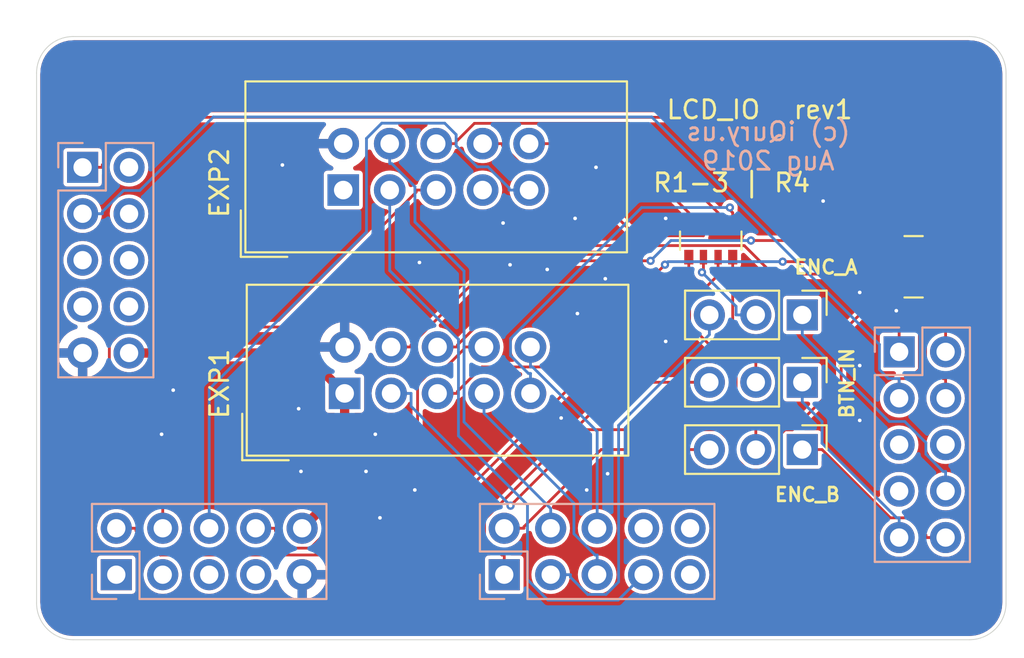
<source format=kicad_pcb>
(kicad_pcb (version 20190605) (host pcbnew "6.0.0-unknown-0ba0c17~86~ubuntu19.04.1")

  (general
    (thickness 1.6)
    (drawings 17)
    (tracks 258)
    (modules 11)
    (nets 32)
  )

  (page "A4")
  (layers
    (0 "F.Cu" signal)
    (31 "B.Cu" signal)
    (32 "B.Adhes" user)
    (33 "F.Adhes" user)
    (34 "B.Paste" user)
    (35 "F.Paste" user)
    (36 "B.SilkS" user)
    (37 "F.SilkS" user)
    (38 "B.Mask" user)
    (39 "F.Mask" user)
    (40 "Dwgs.User" user)
    (41 "Cmts.User" user)
    (42 "Eco1.User" user)
    (43 "Eco2.User" user)
    (44 "Edge.Cuts" user)
    (45 "Margin" user)
    (46 "B.CrtYd" user)
    (47 "F.CrtYd" user)
    (48 "B.Fab" user)
    (49 "F.Fab" user)
  )

  (setup
    (last_trace_width 0.1524)
    (user_trace_width 0.1524)
    (user_trace_width 0.2032)
    (user_trace_width 0.254)
    (user_trace_width 0.3048)
    (user_trace_width 0.4064)
    (user_trace_width 0.508)
    (user_trace_width 0.762)
    (user_trace_width 1.016)
    (trace_clearance 0.1524)
    (zone_clearance 0.2032)
    (zone_45_only no)
    (trace_min 0.1524)
    (via_size 0.45)
    (via_drill 0.2)
    (via_min_size 0.45)
    (via_min_drill 0.2)
    (user_via 0.45 0.2)
    (user_via 0.65 0.25)
    (user_via 0.85 0.3)
    (uvia_size 0.45)
    (uvia_drill 0.2)
    (uvias_allowed no)
    (uvia_min_size 0.45)
    (uvia_min_drill 0.2)
    (max_error 0.005)
    (defaults
      (edge_clearance 0.2)
      (edge_cuts_line_width 0.05)
      (courtyard_line_width 0.05)
      (copper_line_width 0.2)
      (copper_text_dims (size 1.5 1.5) (thickness 0.3) keep_upright)
      (silk_line_width 0.12)
      (silk_text_dims (size 1 1) (thickness 0.15) keep_upright)
      (other_layers_line_width 0.1)
      (other_layers_text_dims (size 1 1) (thickness 0.15) keep_upright)
    )
    (pad_size 1.524 1.524)
    (pad_drill 0.762)
    (pad_to_mask_clearance 0.051)
    (solder_mask_min_width 0.25)
    (aux_axis_origin 0 0)
    (grid_origin 62 115)
    (visible_elements FFFFFF7F)
    (pcbplotparams
      (layerselection 0x010fc_ffffffff)
      (usegerberextensions true)
      (usegerberattributes false)
      (usegerberadvancedattributes false)
      (creategerberjobfile false)
      (excludeedgelayer true)
      (linewidth 0.100000)
      (plotframeref false)
      (viasonmask false)
      (mode 1)
      (useauxorigin false)
      (hpglpennumber 1)
      (hpglpenspeed 20)
      (hpglpendiameter 15.000000)
      (psnegative false)
      (psa4output false)
      (plotreference false)
      (plotvalue false)
      (plotinvisibletext false)
      (padsonsilk false)
      (subtractmaskfromsilk true)
      (outputformat 1)
      (mirror false)
      (drillshape 0)
      (scaleselection 1)
      (outputdirectory "Gerber/"))
  )

  (net 0 "")
  (net 1 "/IOE_6")
  (net 2 "/IOE_5")
  (net 3 "/IOE_4")
  (net 4 "/IOE_3")
  (net 5 "/IOE_2")
  (net 6 "/IOE_1")
  (net 7 "/IOE_0")
  (net 8 "/ENC_B")
  (net 9 "/BTN_IN")
  (net 10 "/ENC_A")
  (net 11 "/IOA_6")
  (net 12 "/IOA_5")
  (net 13 "/IOA_4")
  (net 14 "/IOA_3")
  (net 15 "/BTN_ENC")
  (net 16 "/~LCD_CS")
  (net 17 "/LCD_D4")
  (net 18 "/LCD_D5")
  (net 19 "/LCD_D6")
  (net 20 "/LCD_D7")
  (net 21 "GND")
  (net 22 "/5V")
  (net 23 "/MISO_IN")
  (net 24 "/SPI2_SCK")
  (net 25 "/ENC_EN1")
  (net 26 "/ENC_EN2")
  (net 27 "/SPI2_MOSI")
  (net 28 "/SPI2_MISO")
  (net 29 "Net-(JP1-Pad2)")
  (net 30 "Net-(JP2-Pad2)")
  (net 31 "Net-(JP3-Pad2)")

  (net_class "Default" "This is the default net class."
    (clearance 0.1524)
    (trace_width 0.1524)
    (via_dia 0.45)
    (via_drill 0.2)
    (uvia_dia 0.45)
    (uvia_drill 0.2)
    (add_net "/5V")
    (add_net "/BTN_ENC")
    (add_net "/BTN_IN")
    (add_net "/ENC_A")
    (add_net "/ENC_B")
    (add_net "/ENC_EN1")
    (add_net "/ENC_EN2")
    (add_net "/IOA_3")
    (add_net "/IOA_4")
    (add_net "/IOA_5")
    (add_net "/IOA_6")
    (add_net "/IOE_0")
    (add_net "/IOE_1")
    (add_net "/IOE_2")
    (add_net "/IOE_3")
    (add_net "/IOE_4")
    (add_net "/IOE_5")
    (add_net "/IOE_6")
    (add_net "/LCD_D4")
    (add_net "/LCD_D5")
    (add_net "/LCD_D6")
    (add_net "/LCD_D7")
    (add_net "/MISO_IN")
    (add_net "/SPI2_MISO")
    (add_net "/SPI2_MOSI")
    (add_net "/SPI2_SCK")
    (add_net "/~LCD_CS")
    (add_net "GND")
    (add_net "Net-(JP1-Pad2)")
    (add_net "Net-(JP2-Pad2)")
    (add_net "Net-(JP3-Pad2)")
  )

  (module "Connector_IDC:IDC-Header_2x05_P2.54mm_Vertical" (layer "F.Cu") (tedit 59DE0611) (tstamp 5D6A4021)
    (at 78.7654 90.3986 90)
    (descr "Through hole straight IDC box header, 2x05, 2.54mm pitch, double rows")
    (tags "Through hole IDC box header THT 2x05 2.54mm double row")
    (path "/5D6A8F7E")
    (fp_text reference "J4" (at 1.27 -6.604 90) (layer "F.SilkS") hide
      (effects (font (size 1 1) (thickness 0.15)))
    )
    (fp_text value "LCD_EXP2" (at 1.27 16.764 90) (layer "F.Fab")
      (effects (font (size 1 1) (thickness 0.15)))
    )
    (fp_line (start -3.655 -5.6) (end -1.115 -5.6) (layer "F.SilkS") (width 0.12))
    (fp_line (start -3.655 -5.6) (end -3.655 -3.06) (layer "F.SilkS") (width 0.12))
    (fp_line (start -3.405 -5.35) (end 5.945 -5.35) (layer "F.SilkS") (width 0.12))
    (fp_line (start -3.405 15.51) (end -3.405 -5.35) (layer "F.SilkS") (width 0.12))
    (fp_line (start 5.945 15.51) (end -3.405 15.51) (layer "F.SilkS") (width 0.12))
    (fp_line (start 5.945 -5.35) (end 5.945 15.51) (layer "F.SilkS") (width 0.12))
    (fp_line (start -3.41 -5.35) (end 5.95 -5.35) (layer "F.CrtYd") (width 0.05))
    (fp_line (start -3.41 15.51) (end -3.41 -5.35) (layer "F.CrtYd") (width 0.05))
    (fp_line (start 5.95 15.51) (end -3.41 15.51) (layer "F.CrtYd") (width 0.05))
    (fp_line (start 5.95 -5.35) (end 5.95 15.51) (layer "F.CrtYd") (width 0.05))
    (fp_line (start -3.155 15.26) (end -2.605 14.7) (layer "F.Fab") (width 0.1))
    (fp_line (start -3.155 -5.1) (end -2.605 -4.56) (layer "F.Fab") (width 0.1))
    (fp_line (start 5.695 15.26) (end 5.145 14.7) (layer "F.Fab") (width 0.1))
    (fp_line (start 5.695 -5.1) (end 5.145 -4.56) (layer "F.Fab") (width 0.1))
    (fp_line (start 5.145 14.7) (end -2.605 14.7) (layer "F.Fab") (width 0.1))
    (fp_line (start 5.695 15.26) (end -3.155 15.26) (layer "F.Fab") (width 0.1))
    (fp_line (start 5.145 -4.56) (end -2.605 -4.56) (layer "F.Fab") (width 0.1))
    (fp_line (start 5.695 -5.1) (end -3.155 -5.1) (layer "F.Fab") (width 0.1))
    (fp_line (start -2.605 7.33) (end -3.155 7.33) (layer "F.Fab") (width 0.1))
    (fp_line (start -2.605 2.83) (end -3.155 2.83) (layer "F.Fab") (width 0.1))
    (fp_line (start -2.605 7.33) (end -2.605 14.7) (layer "F.Fab") (width 0.1))
    (fp_line (start -2.605 -4.56) (end -2.605 2.83) (layer "F.Fab") (width 0.1))
    (fp_line (start -3.155 -5.1) (end -3.155 15.26) (layer "F.Fab") (width 0.1))
    (fp_line (start 5.145 -4.56) (end 5.145 14.7) (layer "F.Fab") (width 0.1))
    (fp_line (start 5.695 -5.1) (end 5.695 15.26) (layer "F.Fab") (width 0.1))
    (fp_text user "%R" (at 1.27 5.08 90) (layer "F.Fab")
      (effects (font (size 1 1) (thickness 0.15)))
    )
    (pad "10" thru_hole oval (at 2.54 10.16 90) (size 1.7272 1.7272) (drill 1.016) (layers *.Cu *.Mask)
      (net 23 "/MISO_IN"))
    (pad "9" thru_hole oval (at 0 10.16 90) (size 1.7272 1.7272) (drill 1.016) (layers *.Cu *.Mask)
      (net 24 "/SPI2_SCK"))
    (pad "8" thru_hole oval (at 2.54 7.62 90) (size 1.7272 1.7272) (drill 1.016) (layers *.Cu *.Mask)
      (net 25 "/ENC_EN1"))
    (pad "7" thru_hole oval (at 0 7.62 90) (size 1.7272 1.7272) (drill 1.016) (layers *.Cu *.Mask))
    (pad "6" thru_hole oval (at 2.54 5.08 90) (size 1.7272 1.7272) (drill 1.016) (layers *.Cu *.Mask)
      (net 26 "/ENC_EN2"))
    (pad "5" thru_hole oval (at 0 5.08 90) (size 1.7272 1.7272) (drill 1.016) (layers *.Cu *.Mask)
      (net 27 "/SPI2_MOSI"))
    (pad "4" thru_hole oval (at 2.54 2.54 90) (size 1.7272 1.7272) (drill 1.016) (layers *.Cu *.Mask)
      (net 4 "/IOE_3"))
    (pad "3" thru_hole oval (at 0 2.54 90) (size 1.7272 1.7272) (drill 1.016) (layers *.Cu *.Mask)
      (net 1 "/IOE_6"))
    (pad "2" thru_hole oval (at 2.54 0 90) (size 1.7272 1.7272) (drill 1.016) (layers *.Cu *.Mask)
      (net 21 "GND"))
    (pad "1" thru_hole rect (at 0 0 90) (size 1.7272 1.7272) (drill 1.016) (layers *.Cu *.Mask))
    (model "${KISYS3DMOD}/Connector_IDC.3dshapes/IDC-Header_2x05_P2.54mm_Vertical.wrl"
      (at (xyz 0 0 0))
      (scale (xyz 1 1 1))
      (rotate (xyz 0 0 0))
    )
  )

  (module "Connector_IDC:IDC-Header_2x05_P2.54mm_Vertical" (layer "F.Cu") (tedit 59DE0611) (tstamp 5D6A3FF8)
    (at 78.8416 101.524 90)
    (descr "Through hole straight IDC box header, 2x05, 2.54mm pitch, double rows")
    (tags "Through hole IDC box header THT 2x05 2.54mm double row")
    (path "/5D6A8471")
    (fp_text reference "J3" (at 1.27 -6.604 90) (layer "F.SilkS") hide
      (effects (font (size 1 1) (thickness 0.15)))
    )
    (fp_text value "LCD_EXP1" (at 1.27 16.764 90) (layer "F.Fab")
      (effects (font (size 1 1) (thickness 0.15)))
    )
    (fp_line (start -3.655 -5.6) (end -1.115 -5.6) (layer "F.SilkS") (width 0.12))
    (fp_line (start -3.655 -5.6) (end -3.655 -3.06) (layer "F.SilkS") (width 0.12))
    (fp_line (start -3.405 -5.35) (end 5.945 -5.35) (layer "F.SilkS") (width 0.12))
    (fp_line (start -3.405 15.51) (end -3.405 -5.35) (layer "F.SilkS") (width 0.12))
    (fp_line (start 5.945 15.51) (end -3.405 15.51) (layer "F.SilkS") (width 0.12))
    (fp_line (start 5.945 -5.35) (end 5.945 15.51) (layer "F.SilkS") (width 0.12))
    (fp_line (start -3.41 -5.35) (end 5.95 -5.35) (layer "F.CrtYd") (width 0.05))
    (fp_line (start -3.41 15.51) (end -3.41 -5.35) (layer "F.CrtYd") (width 0.05))
    (fp_line (start 5.95 15.51) (end -3.41 15.51) (layer "F.CrtYd") (width 0.05))
    (fp_line (start 5.95 -5.35) (end 5.95 15.51) (layer "F.CrtYd") (width 0.05))
    (fp_line (start -3.155 15.26) (end -2.605 14.7) (layer "F.Fab") (width 0.1))
    (fp_line (start -3.155 -5.1) (end -2.605 -4.56) (layer "F.Fab") (width 0.1))
    (fp_line (start 5.695 15.26) (end 5.145 14.7) (layer "F.Fab") (width 0.1))
    (fp_line (start 5.695 -5.1) (end 5.145 -4.56) (layer "F.Fab") (width 0.1))
    (fp_line (start 5.145 14.7) (end -2.605 14.7) (layer "F.Fab") (width 0.1))
    (fp_line (start 5.695 15.26) (end -3.155 15.26) (layer "F.Fab") (width 0.1))
    (fp_line (start 5.145 -4.56) (end -2.605 -4.56) (layer "F.Fab") (width 0.1))
    (fp_line (start 5.695 -5.1) (end -3.155 -5.1) (layer "F.Fab") (width 0.1))
    (fp_line (start -2.605 7.33) (end -3.155 7.33) (layer "F.Fab") (width 0.1))
    (fp_line (start -2.605 2.83) (end -3.155 2.83) (layer "F.Fab") (width 0.1))
    (fp_line (start -2.605 7.33) (end -2.605 14.7) (layer "F.Fab") (width 0.1))
    (fp_line (start -2.605 -4.56) (end -2.605 2.83) (layer "F.Fab") (width 0.1))
    (fp_line (start -3.155 -5.1) (end -3.155 15.26) (layer "F.Fab") (width 0.1))
    (fp_line (start 5.145 -4.56) (end 5.145 14.7) (layer "F.Fab") (width 0.1))
    (fp_line (start 5.695 -5.1) (end 5.695 15.26) (layer "F.Fab") (width 0.1))
    (fp_text user "%R" (at 1.27 5.08 90) (layer "F.Fab")
      (effects (font (size 1 1) (thickness 0.15)))
    )
    (pad "10" thru_hole oval (at 2.54 10.16 90) (size 1.7272 1.7272) (drill 1.016) (layers *.Cu *.Mask)
      (net 2 "/IOE_5"))
    (pad "9" thru_hole oval (at 0 10.16 90) (size 1.7272 1.7272) (drill 1.016) (layers *.Cu *.Mask)
      (net 15 "/BTN_ENC"))
    (pad "8" thru_hole oval (at 2.54 7.62 90) (size 1.7272 1.7272) (drill 1.016) (layers *.Cu *.Mask)
      (net 16 "/~LCD_CS"))
    (pad "7" thru_hole oval (at 0 7.62 90) (size 1.7272 1.7272) (drill 1.016) (layers *.Cu *.Mask)
      (net 3 "/IOE_4"))
    (pad "6" thru_hole oval (at 2.54 5.08 90) (size 1.7272 1.7272) (drill 1.016) (layers *.Cu *.Mask)
      (net 17 "/LCD_D4"))
    (pad "5" thru_hole oval (at 0 5.08 90) (size 1.7272 1.7272) (drill 1.016) (layers *.Cu *.Mask)
      (net 18 "/LCD_D5"))
    (pad "4" thru_hole oval (at 2.54 2.54 90) (size 1.7272 1.7272) (drill 1.016) (layers *.Cu *.Mask)
      (net 19 "/LCD_D6"))
    (pad "3" thru_hole oval (at 0 2.54 90) (size 1.7272 1.7272) (drill 1.016) (layers *.Cu *.Mask)
      (net 20 "/LCD_D7"))
    (pad "2" thru_hole oval (at 2.54 0 90) (size 1.7272 1.7272) (drill 1.016) (layers *.Cu *.Mask)
      (net 21 "GND"))
    (pad "1" thru_hole rect (at 0 0 90) (size 1.7272 1.7272) (drill 1.016) (layers *.Cu *.Mask)
      (net 22 "/5V"))
    (model "${KISYS3DMOD}/Connector_IDC.3dshapes/IDC-Header_2x05_P2.54mm_Vertical.wrl"
      (at (xyz 0 0 0))
      (scale (xyz 1 1 1))
      (rotate (xyz 0 0 0))
    )
  )

  (module "Resistor_SMD:R_Array_Convex_4x0603" (layer "F.Cu") (tedit 58E0A8B2) (tstamp 5D6A40D4)
    (at 109.946 94.596)
    (descr "Chip Resistor Network, ROHM MNR14 (see mnr_g.pdf)")
    (tags "resistor array")
    (path "/5D6BDFE6")
    (attr smd)
    (fp_text reference "RN2" (at 0 -2.8) (layer "F.SilkS") hide
      (effects (font (size 1 1) (thickness 0.15)))
    )
    (fp_text value "4x10k" (at 0 2.8) (layer "F.Fab")
      (effects (font (size 1 1) (thickness 0.15)))
    )
    (fp_line (start 1.55 1.85) (end -1.55 1.85) (layer "F.CrtYd") (width 0.05))
    (fp_line (start 1.55 1.85) (end 1.55 -1.85) (layer "F.CrtYd") (width 0.05))
    (fp_line (start -1.55 -1.85) (end -1.55 1.85) (layer "F.CrtYd") (width 0.05))
    (fp_line (start -1.55 -1.85) (end 1.55 -1.85) (layer "F.CrtYd") (width 0.05))
    (fp_line (start 0.5 -1.68) (end -0.5 -1.68) (layer "F.SilkS") (width 0.12))
    (fp_line (start 0.5 1.68) (end -0.5 1.68) (layer "F.SilkS") (width 0.12))
    (fp_line (start -0.8 1.6) (end -0.8 -1.6) (layer "F.Fab") (width 0.1))
    (fp_line (start 0.8 1.6) (end -0.8 1.6) (layer "F.Fab") (width 0.1))
    (fp_line (start 0.8 -1.6) (end 0.8 1.6) (layer "F.Fab") (width 0.1))
    (fp_line (start -0.8 -1.6) (end 0.8 -1.6) (layer "F.Fab") (width 0.1))
    (fp_text user "%R" (at 0 0 90) (layer "F.Fab")
      (effects (font (size 0.5 0.5) (thickness 0.075)))
    )
    (pad "5" smd rect (at 0.9 1.2) (size 0.8 0.5) (layers "F.Cu" "F.Paste" "F.Mask")
      (net 11 "/IOA_6"))
    (pad "6" smd rect (at 0.9 0.4) (size 0.8 0.4) (layers "F.Cu" "F.Paste" "F.Mask")
      (net 12 "/IOA_5"))
    (pad "8" smd rect (at 0.9 -1.2) (size 0.8 0.5) (layers "F.Cu" "F.Paste" "F.Mask")
      (net 14 "/IOA_3"))
    (pad "7" smd rect (at 0.9 -0.4) (size 0.8 0.4) (layers "F.Cu" "F.Paste" "F.Mask")
      (net 13 "/IOA_4"))
    (pad "4" smd rect (at -0.9 1.2) (size 0.8 0.5) (layers "F.Cu" "F.Paste" "F.Mask")
      (net 20 "/LCD_D7"))
    (pad "2" smd rect (at -0.9 -0.4) (size 0.8 0.4) (layers "F.Cu" "F.Paste" "F.Mask")
      (net 18 "/LCD_D5"))
    (pad "3" smd rect (at -0.9 0.4) (size 0.8 0.4) (layers "F.Cu" "F.Paste" "F.Mask")
      (net 19 "/LCD_D6"))
    (pad "1" smd rect (at -0.9 -1.2) (size 0.8 0.5) (layers "F.Cu" "F.Paste" "F.Mask")
      (net 17 "/LCD_D4"))
    (model "${KISYS3DMOD}/Resistor_SMD.3dshapes/R_Array_Convex_4x0603.wrl"
      (at (xyz 0 0 0))
      (scale (xyz 1 1 1))
      (rotate (xyz 0 0 0))
    )
  )

  (module "Resistor_SMD:R_Array_Convex_4x0603" (layer "F.Cu") (tedit 58E0A8B2) (tstamp 5D6A513D)
    (at 98.8568 93.1672 270)
    (descr "Chip Resistor Network, ROHM MNR14 (see mnr_g.pdf)")
    (tags "resistor array")
    (path "/5D6B40EB")
    (attr smd)
    (fp_text reference "RN1" (at 0 -2.8 90) (layer "F.SilkS") hide
      (effects (font (size 1 1) (thickness 0.15)))
    )
    (fp_text value "4x10k" (at 0 2.8 90) (layer "F.Fab")
      (effects (font (size 1 1) (thickness 0.15)))
    )
    (fp_line (start 1.55 1.85) (end -1.55 1.85) (layer "F.CrtYd") (width 0.05))
    (fp_line (start 1.55 1.85) (end 1.55 -1.85) (layer "F.CrtYd") (width 0.05))
    (fp_line (start -1.55 -1.85) (end -1.55 1.85) (layer "F.CrtYd") (width 0.05))
    (fp_line (start -1.55 -1.85) (end 1.55 -1.85) (layer "F.CrtYd") (width 0.05))
    (fp_line (start 0.5 -1.68) (end -0.5 -1.68) (layer "F.SilkS") (width 0.12))
    (fp_line (start 0.5 1.68) (end -0.5 1.68) (layer "F.SilkS") (width 0.12))
    (fp_line (start -0.8 1.6) (end -0.8 -1.6) (layer "F.Fab") (width 0.1))
    (fp_line (start 0.8 1.6) (end -0.8 1.6) (layer "F.Fab") (width 0.1))
    (fp_line (start 0.8 -1.6) (end 0.8 1.6) (layer "F.Fab") (width 0.1))
    (fp_line (start -0.8 -1.6) (end 0.8 -1.6) (layer "F.Fab") (width 0.1))
    (fp_text user "%R" (at 0 0) (layer "F.Fab")
      (effects (font (size 0.5 0.5) (thickness 0.075)))
    )
    (pad "5" smd rect (at 0.9 1.2 270) (size 0.8 0.5) (layers "F.Cu" "F.Paste" "F.Mask")
      (net 28 "/SPI2_MISO"))
    (pad "6" smd rect (at 0.9 0.4 270) (size 0.8 0.4) (layers "F.Cu" "F.Paste" "F.Mask")
      (net 31 "Net-(JP3-Pad2)"))
    (pad "8" smd rect (at 0.9 -1.2 270) (size 0.8 0.5) (layers "F.Cu" "F.Paste" "F.Mask")
      (net 29 "Net-(JP1-Pad2)"))
    (pad "7" smd rect (at 0.9 -0.4 270) (size 0.8 0.4) (layers "F.Cu" "F.Paste" "F.Mask")
      (net 30 "Net-(JP2-Pad2)"))
    (pad "4" smd rect (at -0.9 1.2 270) (size 0.8 0.5) (layers "F.Cu" "F.Paste" "F.Mask")
      (net 23 "/MISO_IN"))
    (pad "2" smd rect (at -0.9 -0.4 270) (size 0.8 0.4) (layers "F.Cu" "F.Paste" "F.Mask")
      (net 26 "/ENC_EN2"))
    (pad "3" smd rect (at -0.9 0.4 270) (size 0.8 0.4) (layers "F.Cu" "F.Paste" "F.Mask")
      (net 25 "/ENC_EN1"))
    (pad "1" smd rect (at -0.9 -1.2 270) (size 0.8 0.5) (layers "F.Cu" "F.Paste" "F.Mask")
      (net 15 "/BTN_ENC"))
    (model "${KISYS3DMOD}/Resistor_SMD.3dshapes/R_Array_Convex_4x0603.wrl"
      (at (xyz 0 0 0))
      (scale (xyz 1 1 1))
      (rotate (xyz 0 0 0))
    )
  )

  (module "Connector_PinHeader_2.54mm:PinHeader_1x03_P2.54mm_Vertical" (layer "F.Cu") (tedit 59FED5CC) (tstamp 5D6A40A6)
    (at 103.861 97.2312 270)
    (descr "Through hole straight pin header, 1x03, 2.54mm pitch, single row")
    (tags "Through hole pin header THT 1x03 2.54mm single row")
    (path "/5D6BA462")
    (fp_text reference "JP3" (at 0 -2.33 90) (layer "F.SilkS") hide
      (effects (font (size 1 1) (thickness 0.15)))
    )
    (fp_text value "JP_ENC_A" (at 0 7.41 90) (layer "F.Fab")
      (effects (font (size 1 1) (thickness 0.15)))
    )
    (fp_text user "%R" (at 0 2.54) (layer "F.Fab")
      (effects (font (size 1 1) (thickness 0.15)))
    )
    (fp_line (start 1.8 -1.8) (end -1.8 -1.8) (layer "F.CrtYd") (width 0.05))
    (fp_line (start 1.8 6.85) (end 1.8 -1.8) (layer "F.CrtYd") (width 0.05))
    (fp_line (start -1.8 6.85) (end 1.8 6.85) (layer "F.CrtYd") (width 0.05))
    (fp_line (start -1.8 -1.8) (end -1.8 6.85) (layer "F.CrtYd") (width 0.05))
    (fp_line (start -1.33 -1.33) (end 0 -1.33) (layer "F.SilkS") (width 0.12))
    (fp_line (start -1.33 0) (end -1.33 -1.33) (layer "F.SilkS") (width 0.12))
    (fp_line (start -1.33 1.27) (end 1.33 1.27) (layer "F.SilkS") (width 0.12))
    (fp_line (start 1.33 1.27) (end 1.33 6.41) (layer "F.SilkS") (width 0.12))
    (fp_line (start -1.33 1.27) (end -1.33 6.41) (layer "F.SilkS") (width 0.12))
    (fp_line (start -1.33 6.41) (end 1.33 6.41) (layer "F.SilkS") (width 0.12))
    (fp_line (start -1.27 -0.635) (end -0.635 -1.27) (layer "F.Fab") (width 0.1))
    (fp_line (start -1.27 6.35) (end -1.27 -0.635) (layer "F.Fab") (width 0.1))
    (fp_line (start 1.27 6.35) (end -1.27 6.35) (layer "F.Fab") (width 0.1))
    (fp_line (start 1.27 -1.27) (end 1.27 6.35) (layer "F.Fab") (width 0.1))
    (fp_line (start -0.635 -1.27) (end 1.27 -1.27) (layer "F.Fab") (width 0.1))
    (pad "3" thru_hole oval (at 0 5.08 270) (size 1.7 1.7) (drill 1) (layers *.Cu *.Mask)
      (net 5 "/IOE_2"))
    (pad "2" thru_hole oval (at 0 2.54 270) (size 1.7 1.7) (drill 1) (layers *.Cu *.Mask)
      (net 31 "Net-(JP3-Pad2)"))
    (pad "1" thru_hole rect (at 0 0 270) (size 1.7 1.7) (drill 1) (layers *.Cu *.Mask)
      (net 10 "/ENC_A"))
    (model "${KISYS3DMOD}/Connector_PinHeader_2.54mm.3dshapes/PinHeader_1x03_P2.54mm_Vertical.wrl"
      (at (xyz 0 0 0))
      (scale (xyz 1 1 1))
      (rotate (xyz 0 0 0))
    )
  )

  (module "Connector_PinHeader_2.54mm:PinHeader_1x03_P2.54mm_Vertical" (layer "F.Cu") (tedit 59FED5CC) (tstamp 5D6A408F)
    (at 103.861 104.597 270)
    (descr "Through hole straight pin header, 1x03, 2.54mm pitch, single row")
    (tags "Through hole pin header THT 1x03 2.54mm single row")
    (path "/5D6B97A8")
    (fp_text reference "JP2" (at 0 -2.33 90) (layer "F.SilkS") hide
      (effects (font (size 1 1) (thickness 0.15)))
    )
    (fp_text value "JP_ENC_B" (at 0 7.41 90) (layer "F.Fab")
      (effects (font (size 1 1) (thickness 0.15)))
    )
    (fp_text user "%R" (at 0 2.54) (layer "F.Fab")
      (effects (font (size 1 1) (thickness 0.15)))
    )
    (fp_line (start 1.8 -1.8) (end -1.8 -1.8) (layer "F.CrtYd") (width 0.05))
    (fp_line (start 1.8 6.85) (end 1.8 -1.8) (layer "F.CrtYd") (width 0.05))
    (fp_line (start -1.8 6.85) (end 1.8 6.85) (layer "F.CrtYd") (width 0.05))
    (fp_line (start -1.8 -1.8) (end -1.8 6.85) (layer "F.CrtYd") (width 0.05))
    (fp_line (start -1.33 -1.33) (end 0 -1.33) (layer "F.SilkS") (width 0.12))
    (fp_line (start -1.33 0) (end -1.33 -1.33) (layer "F.SilkS") (width 0.12))
    (fp_line (start -1.33 1.27) (end 1.33 1.27) (layer "F.SilkS") (width 0.12))
    (fp_line (start 1.33 1.27) (end 1.33 6.41) (layer "F.SilkS") (width 0.12))
    (fp_line (start -1.33 1.27) (end -1.33 6.41) (layer "F.SilkS") (width 0.12))
    (fp_line (start -1.33 6.41) (end 1.33 6.41) (layer "F.SilkS") (width 0.12))
    (fp_line (start -1.27 -0.635) (end -0.635 -1.27) (layer "F.Fab") (width 0.1))
    (fp_line (start -1.27 6.35) (end -1.27 -0.635) (layer "F.Fab") (width 0.1))
    (fp_line (start 1.27 6.35) (end -1.27 6.35) (layer "F.Fab") (width 0.1))
    (fp_line (start 1.27 -1.27) (end 1.27 6.35) (layer "F.Fab") (width 0.1))
    (fp_line (start -0.635 -1.27) (end 1.27 -1.27) (layer "F.Fab") (width 0.1))
    (pad "3" thru_hole oval (at 0 5.08 270) (size 1.7 1.7) (drill 1) (layers *.Cu *.Mask)
      (net 6 "/IOE_1"))
    (pad "2" thru_hole oval (at 0 2.54 270) (size 1.7 1.7) (drill 1) (layers *.Cu *.Mask)
      (net 30 "Net-(JP2-Pad2)"))
    (pad "1" thru_hole rect (at 0 0 270) (size 1.7 1.7) (drill 1) (layers *.Cu *.Mask)
      (net 8 "/ENC_B"))
    (model "${KISYS3DMOD}/Connector_PinHeader_2.54mm.3dshapes/PinHeader_1x03_P2.54mm_Vertical.wrl"
      (at (xyz 0 0 0))
      (scale (xyz 1 1 1))
      (rotate (xyz 0 0 0))
    )
  )

  (module "Connector_PinHeader_2.54mm:PinHeader_1x03_P2.54mm_Vertical" (layer "F.Cu") (tedit 59FED5CC) (tstamp 5D6A4078)
    (at 103.861 100.914 270)
    (descr "Through hole straight pin header, 1x03, 2.54mm pitch, single row")
    (tags "Through hole pin header THT 1x03 2.54mm single row")
    (path "/5D6B7506")
    (fp_text reference "JP1" (at 0 -2.33 90) (layer "F.SilkS") hide
      (effects (font (size 1 1) (thickness 0.15)))
    )
    (fp_text value "JP_BTN_IN" (at 0 7.41 90) (layer "F.Fab")
      (effects (font (size 1 1) (thickness 0.15)))
    )
    (fp_text user "%R" (at 0 2.54) (layer "F.Fab")
      (effects (font (size 1 1) (thickness 0.15)))
    )
    (fp_line (start 1.8 -1.8) (end -1.8 -1.8) (layer "F.CrtYd") (width 0.05))
    (fp_line (start 1.8 6.85) (end 1.8 -1.8) (layer "F.CrtYd") (width 0.05))
    (fp_line (start -1.8 6.85) (end 1.8 6.85) (layer "F.CrtYd") (width 0.05))
    (fp_line (start -1.8 -1.8) (end -1.8 6.85) (layer "F.CrtYd") (width 0.05))
    (fp_line (start -1.33 -1.33) (end 0 -1.33) (layer "F.SilkS") (width 0.12))
    (fp_line (start -1.33 0) (end -1.33 -1.33) (layer "F.SilkS") (width 0.12))
    (fp_line (start -1.33 1.27) (end 1.33 1.27) (layer "F.SilkS") (width 0.12))
    (fp_line (start 1.33 1.27) (end 1.33 6.41) (layer "F.SilkS") (width 0.12))
    (fp_line (start -1.33 1.27) (end -1.33 6.41) (layer "F.SilkS") (width 0.12))
    (fp_line (start -1.33 6.41) (end 1.33 6.41) (layer "F.SilkS") (width 0.12))
    (fp_line (start -1.27 -0.635) (end -0.635 -1.27) (layer "F.Fab") (width 0.1))
    (fp_line (start -1.27 6.35) (end -1.27 -0.635) (layer "F.Fab") (width 0.1))
    (fp_line (start 1.27 6.35) (end -1.27 6.35) (layer "F.Fab") (width 0.1))
    (fp_line (start 1.27 -1.27) (end 1.27 6.35) (layer "F.Fab") (width 0.1))
    (fp_line (start -0.635 -1.27) (end 1.27 -1.27) (layer "F.Fab") (width 0.1))
    (pad "3" thru_hole oval (at 0 5.08 270) (size 1.7 1.7) (drill 1) (layers *.Cu *.Mask)
      (net 7 "/IOE_0"))
    (pad "2" thru_hole oval (at 0 2.54 270) (size 1.7 1.7) (drill 1) (layers *.Cu *.Mask)
      (net 29 "Net-(JP1-Pad2)"))
    (pad "1" thru_hole rect (at 0 0 270) (size 1.7 1.7) (drill 1) (layers *.Cu *.Mask)
      (net 9 "/BTN_IN"))
    (model "${KISYS3DMOD}/Connector_PinHeader_2.54mm.3dshapes/PinHeader_1x03_P2.54mm_Vertical.wrl"
      (at (xyz 0 0 0))
      (scale (xyz 1 1 1))
      (rotate (xyz 0 0 0))
    )
  )

  (module "Connector_PinSocket_2.54mm:PinSocket_2x05_P2.54mm_Vertical" locked (layer "B.Cu") (tedit 5A19A42B) (tstamp 5D6A4061)
    (at 64.516 89.154 180)
    (descr "Through hole straight socket strip, 2x05, 2.54mm pitch, double cols (from Kicad 4.0.7), script generated")
    (tags "Through hole socket strip THT 2x05 2.54mm double row")
    (path "/5D6A5662")
    (fp_text reference "J6" (at -1.27 2.77) (layer "B.SilkS") hide
      (effects (font (size 1 1) (thickness 0.15)) (justify mirror))
    )
    (fp_text value "EXP4" (at -1.27 -12.93) (layer "B.Fab")
      (effects (font (size 1 1) (thickness 0.15)) (justify mirror))
    )
    (fp_text user "%R" (at -1.27 -5.08 270) (layer "B.Fab")
      (effects (font (size 1 1) (thickness 0.15)) (justify mirror))
    )
    (fp_line (start -4.34 -11.9) (end -4.34 1.8) (layer "B.CrtYd") (width 0.05))
    (fp_line (start 1.76 -11.9) (end -4.34 -11.9) (layer "B.CrtYd") (width 0.05))
    (fp_line (start 1.76 1.8) (end 1.76 -11.9) (layer "B.CrtYd") (width 0.05))
    (fp_line (start -4.34 1.8) (end 1.76 1.8) (layer "B.CrtYd") (width 0.05))
    (fp_line (start 0 1.33) (end 1.33 1.33) (layer "B.SilkS") (width 0.12))
    (fp_line (start 1.33 1.33) (end 1.33 0) (layer "B.SilkS") (width 0.12))
    (fp_line (start -1.27 1.33) (end -1.27 -1.27) (layer "B.SilkS") (width 0.12))
    (fp_line (start -1.27 -1.27) (end 1.33 -1.27) (layer "B.SilkS") (width 0.12))
    (fp_line (start 1.33 -1.27) (end 1.33 -11.49) (layer "B.SilkS") (width 0.12))
    (fp_line (start -3.87 -11.49) (end 1.33 -11.49) (layer "B.SilkS") (width 0.12))
    (fp_line (start -3.87 1.33) (end -3.87 -11.49) (layer "B.SilkS") (width 0.12))
    (fp_line (start -3.87 1.33) (end -1.27 1.33) (layer "B.SilkS") (width 0.12))
    (fp_line (start -3.81 -11.43) (end -3.81 1.27) (layer "B.Fab") (width 0.1))
    (fp_line (start 1.27 -11.43) (end -3.81 -11.43) (layer "B.Fab") (width 0.1))
    (fp_line (start 1.27 0.27) (end 1.27 -11.43) (layer "B.Fab") (width 0.1))
    (fp_line (start 0.27 1.27) (end 1.27 0.27) (layer "B.Fab") (width 0.1))
    (fp_line (start -3.81 1.27) (end 0.27 1.27) (layer "B.Fab") (width 0.1))
    (pad "10" thru_hole oval (at -2.54 -10.16 180) (size 1.7 1.7) (drill 1) (layers *.Cu *.Mask)
      (net 22 "/5V"))
    (pad "9" thru_hole oval (at 0 -10.16 180) (size 1.7 1.7) (drill 1) (layers *.Cu *.Mask)
      (net 21 "GND"))
    (pad "8" thru_hole oval (at -2.54 -7.62 180) (size 1.7 1.7) (drill 1) (layers *.Cu *.Mask))
    (pad "7" thru_hole oval (at 0 -7.62 180) (size 1.7 1.7) (drill 1) (layers *.Cu *.Mask))
    (pad "6" thru_hole oval (at -2.54 -5.08 180) (size 1.7 1.7) (drill 1) (layers *.Cu *.Mask))
    (pad "5" thru_hole oval (at 0 -5.08 180) (size 1.7 1.7) (drill 1) (layers *.Cu *.Mask))
    (pad "4" thru_hole oval (at -2.54 -2.54 180) (size 1.7 1.7) (drill 1) (layers *.Cu *.Mask))
    (pad "3" thru_hole oval (at 0 -2.54 180) (size 1.7 1.7) (drill 1) (layers *.Cu *.Mask)
      (net 12 "/IOA_5"))
    (pad "2" thru_hole oval (at -2.54 0 180) (size 1.7 1.7) (drill 1) (layers *.Cu *.Mask))
    (pad "1" thru_hole rect (at 0 0 180) (size 1.7 1.7) (drill 1) (layers *.Cu *.Mask)
      (net 13 "/IOA_4"))
    (model "${KISYS3DMOD}/Connector_PinSocket_2.54mm.3dshapes/PinSocket_2x05_P2.54mm_Vertical.wrl"
      (at (xyz 0 0 0))
      (scale (xyz 1 1 1))
      (rotate (xyz 0 0 0))
    )
  )

  (module "Connector_PinSocket_2.54mm:PinSocket_2x05_P2.54mm_Vertical" locked (layer "B.Cu") (tedit 5A19A42B) (tstamp 5D6A4041)
    (at 66.3575 111.442 270)
    (descr "Through hole straight socket strip, 2x05, 2.54mm pitch, double cols (from Kicad 4.0.7), script generated")
    (tags "Through hole socket strip THT 2x05 2.54mm double row")
    (path "/5D6A37F4")
    (fp_text reference "J5" (at -1.27 2.77 90) (layer "B.SilkS") hide
      (effects (font (size 1 1) (thickness 0.15)) (justify mirror))
    )
    (fp_text value "EXP3" (at -1.27 -12.93 90) (layer "B.Fab")
      (effects (font (size 1 1) (thickness 0.15)) (justify mirror))
    )
    (fp_text user "%R" (at -1.27 -5.08 180) (layer "B.Fab")
      (effects (font (size 1 1) (thickness 0.15)) (justify mirror))
    )
    (fp_line (start -4.34 -11.9) (end -4.34 1.8) (layer "B.CrtYd") (width 0.05))
    (fp_line (start 1.76 -11.9) (end -4.34 -11.9) (layer "B.CrtYd") (width 0.05))
    (fp_line (start 1.76 1.8) (end 1.76 -11.9) (layer "B.CrtYd") (width 0.05))
    (fp_line (start -4.34 1.8) (end 1.76 1.8) (layer "B.CrtYd") (width 0.05))
    (fp_line (start 0 1.33) (end 1.33 1.33) (layer "B.SilkS") (width 0.12))
    (fp_line (start 1.33 1.33) (end 1.33 0) (layer "B.SilkS") (width 0.12))
    (fp_line (start -1.27 1.33) (end -1.27 -1.27) (layer "B.SilkS") (width 0.12))
    (fp_line (start -1.27 -1.27) (end 1.33 -1.27) (layer "B.SilkS") (width 0.12))
    (fp_line (start 1.33 -1.27) (end 1.33 -11.49) (layer "B.SilkS") (width 0.12))
    (fp_line (start -3.87 -11.49) (end 1.33 -11.49) (layer "B.SilkS") (width 0.12))
    (fp_line (start -3.87 1.33) (end -3.87 -11.49) (layer "B.SilkS") (width 0.12))
    (fp_line (start -3.87 1.33) (end -1.27 1.33) (layer "B.SilkS") (width 0.12))
    (fp_line (start -3.81 -11.43) (end -3.81 1.27) (layer "B.Fab") (width 0.1))
    (fp_line (start 1.27 -11.43) (end -3.81 -11.43) (layer "B.Fab") (width 0.1))
    (fp_line (start 1.27 0.27) (end 1.27 -11.43) (layer "B.Fab") (width 0.1))
    (fp_line (start 0.27 1.27) (end 1.27 0.27) (layer "B.Fab") (width 0.1))
    (fp_line (start -3.81 1.27) (end 0.27 1.27) (layer "B.Fab") (width 0.1))
    (pad "10" thru_hole oval (at -2.54 -10.16 270) (size 1.7 1.7) (drill 1) (layers *.Cu *.Mask)
      (net 22 "/5V"))
    (pad "9" thru_hole oval (at 0 -10.16 270) (size 1.7 1.7) (drill 1) (layers *.Cu *.Mask)
      (net 21 "GND"))
    (pad "8" thru_hole oval (at -2.54 -7.62 270) (size 1.7 1.7) (drill 1) (layers *.Cu *.Mask)
      (net 16 "/~LCD_CS"))
    (pad "7" thru_hole oval (at 0 -7.62 270) (size 1.7 1.7) (drill 1) (layers *.Cu *.Mask))
    (pad "6" thru_hole oval (at -2.54 -5.08 270) (size 1.7 1.7) (drill 1) (layers *.Cu *.Mask)
      (net 24 "/SPI2_SCK"))
    (pad "5" thru_hole oval (at 0 -5.08 270) (size 1.7 1.7) (drill 1) (layers *.Cu *.Mask))
    (pad "4" thru_hole oval (at -2.54 -2.54 270) (size 1.7 1.7) (drill 1) (layers *.Cu *.Mask)
      (net 27 "/SPI2_MOSI"))
    (pad "3" thru_hole oval (at 0 -2.54 270) (size 1.7 1.7) (drill 1) (layers *.Cu *.Mask))
    (pad "2" thru_hole oval (at -2.54 0 270) (size 1.7 1.7) (drill 1) (layers *.Cu *.Mask)
      (net 28 "/SPI2_MISO"))
    (pad "1" thru_hole rect (at 0 0 270) (size 1.7 1.7) (drill 1) (layers *.Cu *.Mask))
    (model "${KISYS3DMOD}/Connector_PinSocket_2.54mm.3dshapes/PinSocket_2x05_P2.54mm_Vertical.wrl"
      (at (xyz 0 0 0))
      (scale (xyz 1 1 1))
      (rotate (xyz 0 0 0))
    )
  )

  (module "Connector_PinSocket_2.54mm:PinSocket_2x05_P2.54mm_Vertical" locked (layer "B.Cu") (tedit 5A19A42B) (tstamp 5D6A3FCF)
    (at 109.156 99.2505 180)
    (descr "Through hole straight socket strip, 2x05, 2.54mm pitch, double cols (from Kicad 4.0.7), script generated")
    (tags "Through hole socket strip THT 2x05 2.54mm double row")
    (path "/5D6A4853")
    (fp_text reference "J2" (at -1.27 2.77) (layer "B.SilkS") hide
      (effects (font (size 1 1) (thickness 0.15)) (justify mirror))
    )
    (fp_text value "EXP2" (at -1.27 -12.93) (layer "B.Fab")
      (effects (font (size 1 1) (thickness 0.15)) (justify mirror))
    )
    (fp_text user "%R" (at -1.27 -5.08 270) (layer "B.Fab")
      (effects (font (size 1 1) (thickness 0.15)) (justify mirror))
    )
    (fp_line (start -4.34 -11.9) (end -4.34 1.8) (layer "B.CrtYd") (width 0.05))
    (fp_line (start 1.76 -11.9) (end -4.34 -11.9) (layer "B.CrtYd") (width 0.05))
    (fp_line (start 1.76 1.8) (end 1.76 -11.9) (layer "B.CrtYd") (width 0.05))
    (fp_line (start -4.34 1.8) (end 1.76 1.8) (layer "B.CrtYd") (width 0.05))
    (fp_line (start 0 1.33) (end 1.33 1.33) (layer "B.SilkS") (width 0.12))
    (fp_line (start 1.33 1.33) (end 1.33 0) (layer "B.SilkS") (width 0.12))
    (fp_line (start -1.27 1.33) (end -1.27 -1.27) (layer "B.SilkS") (width 0.12))
    (fp_line (start -1.27 -1.27) (end 1.33 -1.27) (layer "B.SilkS") (width 0.12))
    (fp_line (start 1.33 -1.27) (end 1.33 -11.49) (layer "B.SilkS") (width 0.12))
    (fp_line (start -3.87 -11.49) (end 1.33 -11.49) (layer "B.SilkS") (width 0.12))
    (fp_line (start -3.87 1.33) (end -3.87 -11.49) (layer "B.SilkS") (width 0.12))
    (fp_line (start -3.87 1.33) (end -1.27 1.33) (layer "B.SilkS") (width 0.12))
    (fp_line (start -3.81 -11.43) (end -3.81 1.27) (layer "B.Fab") (width 0.1))
    (fp_line (start 1.27 -11.43) (end -3.81 -11.43) (layer "B.Fab") (width 0.1))
    (fp_line (start 1.27 0.27) (end 1.27 -11.43) (layer "B.Fab") (width 0.1))
    (fp_line (start 0.27 1.27) (end 1.27 0.27) (layer "B.Fab") (width 0.1))
    (fp_line (start -3.81 1.27) (end 0.27 1.27) (layer "B.Fab") (width 0.1))
    (pad "10" thru_hole oval (at -2.54 -10.16 180) (size 1.7 1.7) (drill 1) (layers *.Cu *.Mask)
      (net 8 "/ENC_B"))
    (pad "9" thru_hole oval (at 0 -10.16 180) (size 1.7 1.7) (drill 1) (layers *.Cu *.Mask)
      (net 9 "/BTN_IN"))
    (pad "8" thru_hole oval (at -2.54 -7.62 180) (size 1.7 1.7) (drill 1) (layers *.Cu *.Mask)
      (net 10 "/ENC_A"))
    (pad "7" thru_hole oval (at 0 -7.62 180) (size 1.7 1.7) (drill 1) (layers *.Cu *.Mask))
    (pad "6" thru_hole oval (at -2.54 -5.08 180) (size 1.7 1.7) (drill 1) (layers *.Cu *.Mask))
    (pad "5" thru_hole oval (at 0 -5.08 180) (size 1.7 1.7) (drill 1) (layers *.Cu *.Mask))
    (pad "4" thru_hole oval (at -2.54 -2.54 180) (size 1.7 1.7) (drill 1) (layers *.Cu *.Mask)
      (net 11 "/IOA_6"))
    (pad "3" thru_hole oval (at 0 -2.54 180) (size 1.7 1.7) (drill 1) (layers *.Cu *.Mask)
      (net 12 "/IOA_5"))
    (pad "2" thru_hole oval (at -2.54 0 180) (size 1.7 1.7) (drill 1) (layers *.Cu *.Mask)
      (net 13 "/IOA_4"))
    (pad "1" thru_hole rect (at 0 0 180) (size 1.7 1.7) (drill 1) (layers *.Cu *.Mask)
      (net 14 "/IOA_3"))
    (model "${KISYS3DMOD}/Connector_PinSocket_2.54mm.3dshapes/PinSocket_2x05_P2.54mm_Vertical.wrl"
      (at (xyz 0 0 0))
      (scale (xyz 1 1 1))
      (rotate (xyz 0 0 0))
    )
  )

  (module "Connector_PinSocket_2.54mm:PinSocket_2x05_P2.54mm_Vertical" locked (layer "B.Cu") (tedit 5A19A42B) (tstamp 5D6A3FAF)
    (at 87.5665 111.442 270)
    (descr "Through hole straight socket strip, 2x05, 2.54mm pitch, double cols (from Kicad 4.0.7), script generated")
    (tags "Through hole socket strip THT 2x05 2.54mm double row")
    (path "/5D6A2DFB")
    (fp_text reference "J1" (at -1.27 2.77 90) (layer "B.SilkS") hide
      (effects (font (size 1 1) (thickness 0.15)) (justify mirror))
    )
    (fp_text value "EXP1" (at -1.27 -12.93 90) (layer "B.Fab")
      (effects (font (size 1 1) (thickness 0.15)) (justify mirror))
    )
    (fp_text user "%R" (at -1.27 -5.08 180) (layer "B.Fab")
      (effects (font (size 1 1) (thickness 0.15)) (justify mirror))
    )
    (fp_line (start -4.34 -11.9) (end -4.34 1.8) (layer "B.CrtYd") (width 0.05))
    (fp_line (start 1.76 -11.9) (end -4.34 -11.9) (layer "B.CrtYd") (width 0.05))
    (fp_line (start 1.76 1.8) (end 1.76 -11.9) (layer "B.CrtYd") (width 0.05))
    (fp_line (start -4.34 1.8) (end 1.76 1.8) (layer "B.CrtYd") (width 0.05))
    (fp_line (start 0 1.33) (end 1.33 1.33) (layer "B.SilkS") (width 0.12))
    (fp_line (start 1.33 1.33) (end 1.33 0) (layer "B.SilkS") (width 0.12))
    (fp_line (start -1.27 1.33) (end -1.27 -1.27) (layer "B.SilkS") (width 0.12))
    (fp_line (start -1.27 -1.27) (end 1.33 -1.27) (layer "B.SilkS") (width 0.12))
    (fp_line (start 1.33 -1.27) (end 1.33 -11.49) (layer "B.SilkS") (width 0.12))
    (fp_line (start -3.87 -11.49) (end 1.33 -11.49) (layer "B.SilkS") (width 0.12))
    (fp_line (start -3.87 1.33) (end -3.87 -11.49) (layer "B.SilkS") (width 0.12))
    (fp_line (start -3.87 1.33) (end -1.27 1.33) (layer "B.SilkS") (width 0.12))
    (fp_line (start -3.81 -11.43) (end -3.81 1.27) (layer "B.Fab") (width 0.1))
    (fp_line (start 1.27 -11.43) (end -3.81 -11.43) (layer "B.Fab") (width 0.1))
    (fp_line (start 1.27 0.27) (end 1.27 -11.43) (layer "B.Fab") (width 0.1))
    (fp_line (start 0.27 1.27) (end 1.27 0.27) (layer "B.Fab") (width 0.1))
    (fp_line (start -3.81 1.27) (end 0.27 1.27) (layer "B.Fab") (width 0.1))
    (pad "10" thru_hole oval (at -2.54 -10.16 270) (size 1.7 1.7) (drill 1) (layers *.Cu *.Mask))
    (pad "9" thru_hole oval (at 0 -10.16 270) (size 1.7 1.7) (drill 1) (layers *.Cu *.Mask))
    (pad "8" thru_hole oval (at -2.54 -7.62 270) (size 1.7 1.7) (drill 1) (layers *.Cu *.Mask))
    (pad "7" thru_hole oval (at 0 -7.62 270) (size 1.7 1.7) (drill 1) (layers *.Cu *.Mask)
      (net 1 "/IOE_6"))
    (pad "6" thru_hole oval (at -2.54 -5.08 270) (size 1.7 1.7) (drill 1) (layers *.Cu *.Mask)
      (net 2 "/IOE_5"))
    (pad "5" thru_hole oval (at 0 -5.08 270) (size 1.7 1.7) (drill 1) (layers *.Cu *.Mask)
      (net 3 "/IOE_4"))
    (pad "4" thru_hole oval (at -2.54 -2.54 270) (size 1.7 1.7) (drill 1) (layers *.Cu *.Mask)
      (net 4 "/IOE_3"))
    (pad "3" thru_hole oval (at 0 -2.54 270) (size 1.7 1.7) (drill 1) (layers *.Cu *.Mask)
      (net 5 "/IOE_2"))
    (pad "2" thru_hole oval (at -2.54 0 270) (size 1.7 1.7) (drill 1) (layers *.Cu *.Mask)
      (net 6 "/IOE_1"))
    (pad "1" thru_hole rect (at 0 0 270) (size 1.7 1.7) (drill 1) (layers *.Cu *.Mask)
      (net 7 "/IOE_0"))
    (model "${KISYS3DMOD}/Connector_PinSocket_2.54mm.3dshapes/PinSocket_2x05_P2.54mm_Vertical.wrl"
      (at (xyz 0 0 0))
      (scale (xyz 1 1 1))
      (rotate (xyz 0 0 0))
    )
  )

  (gr_text "BTN_IN" (at 106.299 100.965 90) (layer "F.SilkS") (tstamp 5D6A572B)
    (effects (font (size 0.75 0.75) (thickness 0.15)))
  )
  (gr_text "ENC_B" (at 104.14 107.061) (layer "F.SilkS") (tstamp 5D6A572B)
    (effects (font (size 0.75 0.75) (thickness 0.15)))
  )
  (gr_text "ENC_A" (at 105.156 94.615) (layer "F.SilkS")
    (effects (font (size 0.75 0.75) (thickness 0.15)))
  )
  (gr_text "(c) iQury.us\nAug 2019" (at 102 88) (layer "B.SilkS")
    (effects (font (size 1 1) (thickness 0.15)) (justify mirror))
  )
  (gr_text "rev1" (at 105 86) (layer "F.SilkS")
    (effects (font (size 1 1) (thickness 0.15)))
  )
  (gr_text "LCD_IO" (at 99 86) (layer "F.SilkS")
    (effects (font (size 1 1) (thickness 0.15)))
  )
  (gr_text "R1-3 | R4" (at 100 90) (layer "F.SilkS")
    (effects (font (size 1 1) (thickness 0.15)))
  )
  (gr_text "EXP1" (at 72 101 90) (layer "F.SilkS")
    (effects (font (size 1 1) (thickness 0.15)))
  )
  (gr_text "EXP2" (at 72 90 90) (layer "F.SilkS")
    (effects (font (size 1 1) (thickness 0.15)))
  )
  (gr_arc (start 64 84) (end 64 82) (angle -90) (layer "Edge.Cuts") (width 0.05))
  (gr_arc (start 64 113) (end 62 113) (angle -90) (layer "Edge.Cuts") (width 0.05))
  (gr_arc (start 113 113) (end 113 115) (angle -90) (layer "Edge.Cuts") (width 0.05))
  (gr_arc (start 113 84) (end 115 84) (angle -90) (layer "Edge.Cuts") (width 0.05))
  (gr_line (start 62 84) (end 62 113) (layer "Edge.Cuts") (width 0.05))
  (gr_line (start 113 82) (end 64 82) (layer "Edge.Cuts") (width 0.05))
  (gr_line (start 115 113) (end 115 84) (layer "Edge.Cuts") (width 0.05))
  (gr_line (start 64 115) (end 113 115) (layer "Edge.Cuts") (width 0.05))

  (segment (start 95.1865 111.442) (end 93.7907 112.8378) (width 0.1524) (layer "B.Cu") (net 1))
  (segment (start 93.7907 112.8378) (end 89.959 112.8378) (width 0.1524) (layer "B.Cu") (net 1))
  (segment (start 89.959 112.8378) (end 88.8365 111.7153) (width 0.1524) (layer "B.Cu") (net 1))
  (segment (start 88.8365 111.7153) (end 88.8365 107.6193) (width 0.1524) (layer "B.Cu") (net 1))
  (segment (start 88.8365 107.6193) (end 85.0638 103.8466) (width 0.1524) (layer "B.Cu") (net 1))
  (segment (start 85.0638 103.8466) (end 85.0638 98.5627) (width 0.1524) (layer "B.Cu") (net 1))
  (segment (start 85.0638 98.5627) (end 81.3054 94.8043) (width 0.1524) (layer "B.Cu") (net 1))
  (segment (start 81.3054 94.8043) (end 81.3054 90.3986) (width 0.1524) (layer "B.Cu") (net 1))
  (segment (start 89.0016 98.984) (end 89.0016 100.0765) (width 0.1524) (layer "B.Cu") (net 2))
  (segment (start 92.6465 108.902) (end 92.6465 103.6082) (width 0.1524) (layer "B.Cu") (net 2))
  (segment (start 92.6465 103.6082) (end 89.1148 100.0765) (width 0.1524) (layer "B.Cu") (net 2))
  (segment (start 89.1148 100.0765) (end 89.0016 100.0765) (width 0.1524) (layer "B.Cu") (net 2))
  (segment (start 92.6465 111.442) (end 92.6465 110.3631) (width 0.1524) (layer "B.Cu") (net 3))
  (segment (start 86.4616 101.524) (end 86.4616 102.6165) (width 0.1524) (layer "B.Cu") (net 3))
  (segment (start 86.4616 102.6165) (end 91.3765 107.5314) (width 0.1524) (layer "B.Cu") (net 3))
  (segment (start 91.3765 107.5314) (end 91.3765 109.2049) (width 0.1524) (layer "B.Cu") (net 3))
  (segment (start 91.3765 109.2049) (end 92.5347 110.3631) (width 0.1524) (layer "B.Cu") (net 3))
  (segment (start 92.5347 110.3631) (end 92.6465 110.3631) (width 0.1524) (layer "B.Cu") (net 3))
  (segment (start 81.3054 87.8586) (end 81.3054 88.9511) (width 0.1524) (layer "B.Cu") (net 4))
  (segment (start 90.1065 108.902) (end 90.1065 107.8231) (width 0.1524) (layer "B.Cu") (net 4))
  (segment (start 90.1065 107.8231) (end 85.369 103.0856) (width 0.1524) (layer "B.Cu") (net 4))
  (segment (start 85.369 103.0856) (end 85.369 94.8306) (width 0.1524) (layer "B.Cu") (net 4))
  (segment (start 85.369 94.8306) (end 82.6834 92.145) (width 0.1524) (layer "B.Cu") (net 4))
  (segment (start 82.6834 92.145) (end 82.6834 90.2159) (width 0.1524) (layer "B.Cu") (net 4))
  (segment (start 82.6834 90.2159) (end 81.4186 88.9511) (width 0.1524) (layer "B.Cu") (net 4))
  (segment (start 81.4186 88.9511) (end 81.3054 88.9511) (width 0.1524) (layer "B.Cu") (net 4))
  (segment (start 98.781 97.2312) (end 98.781 98.3101) (width 0.1524) (layer "B.Cu") (net 5))
  (segment (start 90.1065 111.442) (end 91.1854 111.442) (width 0.1524) (layer "B.Cu") (net 5))
  (segment (start 91.1854 111.442) (end 91.1854 111.5769) (width 0.1524) (layer "B.Cu") (net 5))
  (segment (start 91.1854 111.5769) (end 92.1305 112.522) (width 0.1524) (layer "B.Cu") (net 5))
  (segment (start 92.1305 112.522) (end 93.1305 112.522) (width 0.1524) (layer "B.Cu") (net 5))
  (segment (start 93.1305 112.522) (end 93.8195 111.833) (width 0.1524) (layer "B.Cu") (net 5))
  (segment (start 93.8195 111.833) (end 93.8195 103.2716) (width 0.1524) (layer "B.Cu") (net 5))
  (segment (start 93.8195 103.2716) (end 98.781 98.3101) (width 0.1524) (layer "B.Cu") (net 5))
  (segment (start 98.781 104.597) (end 92.8641 104.597) (width 0.1524) (layer "F.Cu") (net 6))
  (segment (start 92.8641 104.597) (end 88.6454 108.8157) (width 0.1524) (layer "F.Cu") (net 6))
  (segment (start 88.6454 108.8157) (end 88.6454 108.902) (width 0.1524) (layer "F.Cu") (net 6))
  (segment (start 87.5665 108.902) (end 88.6454 108.902) (width 0.1524) (layer "F.Cu") (net 6))
  (segment (start 87.5665 111.442) (end 87.5665 110.3631) (width 0.1524) (layer "F.Cu") (net 7))
  (segment (start 87.5665 110.3631) (end 87.4316 110.3631) (width 0.1524) (layer "F.Cu") (net 7))
  (segment (start 87.4316 110.3631) (end 86.4869 109.4184) (width 0.1524) (layer "F.Cu") (net 7))
  (segment (start 86.4869 109.4184) (end 86.4869 108.4285) (width 0.1524) (layer "F.Cu") (net 7))
  (segment (start 86.4869 108.4285) (end 94.0014 100.914) (width 0.1524) (layer "F.Cu") (net 7))
  (segment (start 94.0014 100.914) (end 98.781 100.914) (width 0.1524) (layer "F.Cu") (net 7))
  (segment (start 103.861 104.597) (end 104.9399 104.597) (width 0.1524) (layer "F.Cu") (net 8))
  (segment (start 111.696 109.4105) (end 110.6171 109.4105) (width 0.1524) (layer "F.Cu") (net 8))
  (segment (start 110.6171 109.4105) (end 110.6171 109.2755) (width 0.1524) (layer "F.Cu") (net 8))
  (segment (start 110.6171 109.2755) (end 109.6732 108.3316) (width 0.1524) (layer "F.Cu") (net 8))
  (segment (start 109.6732 108.3316) (end 108.6745 108.3316) (width 0.1524) (layer "F.Cu") (net 8))
  (segment (start 108.6745 108.3316) (end 104.9399 104.597) (width 0.1524) (layer "F.Cu") (net 8))
  (segment (start 103.861 100.914) (end 103.861 101.9929) (width 0.1524) (layer "B.Cu") (net 9))
  (segment (start 109.156 109.4105) (end 109.156 108.3316) (width 0.1524) (layer "B.Cu") (net 9))
  (segment (start 109.156 108.3316) (end 109.021 108.3316) (width 0.1524) (layer "B.Cu") (net 9))
  (segment (start 109.021 108.3316) (end 104.9399 104.2505) (width 0.1524) (layer "B.Cu") (net 9))
  (segment (start 104.9399 104.2505) (end 104.9399 103.0718) (width 0.1524) (layer "B.Cu") (net 9))
  (segment (start 104.9399 103.0718) (end 103.861 101.9929) (width 0.1524) (layer "B.Cu") (net 9))
  (segment (start 103.861 97.2312) (end 103.861 98.3101) (width 0.1524) (layer "B.Cu") (net 10))
  (segment (start 111.696 106.8705) (end 111.696 105.7916) (width 0.1524) (layer "B.Cu") (net 10))
  (segment (start 111.696 105.7916) (end 111.561 105.7916) (width 0.1524) (layer "B.Cu") (net 10))
  (segment (start 111.561 105.7916) (end 110.6171 104.8477) (width 0.1524) (layer "B.Cu") (net 10))
  (segment (start 110.6171 104.8477) (end 110.6171 104.2169) (width 0.1524) (layer "B.Cu") (net 10))
  (segment (start 110.6171 104.2169) (end 109.4607 103.0605) (width 0.1524) (layer "B.Cu") (net 10))
  (segment (start 109.4607 103.0605) (end 108.6114 103.0605) (width 0.1524) (layer "B.Cu") (net 10))
  (segment (start 108.6114 103.0605) (end 103.861 98.3101) (width 0.1524) (layer "B.Cu") (net 10))
  (segment (start 111.696 101.7905) (end 111.696 100.7116) (width 0.1524) (layer "F.Cu") (net 11))
  (segment (start 111.696 100.7116) (end 111.5611 100.7116) (width 0.1524) (layer "F.Cu") (net 11))
  (segment (start 111.5611 100.7116) (end 110.5985 99.749) (width 0.1524) (layer "F.Cu") (net 11))
  (segment (start 110.5985 99.749) (end 110.5985 96.0435) (width 0.1524) (layer "F.Cu") (net 11))
  (segment (start 110.5985 96.0435) (end 110.846 95.796) (width 0.1524) (layer "F.Cu") (net 11))
  (segment (start 110.846 94.996) (end 110.2171 94.996) (width 0.1524) (layer "F.Cu") (net 12))
  (segment (start 109.156 101.7905) (end 109.156 100.7116) (width 0.1524) (layer "F.Cu") (net 12))
  (segment (start 109.156 100.7116) (end 109.746 100.7116) (width 0.1524) (layer "F.Cu") (net 12))
  (segment (start 109.746 100.7116) (end 110.2619 100.1957) (width 0.1524) (layer "F.Cu") (net 12))
  (segment (start 110.2619 100.1957) (end 110.2619 97.3041) (width 0.1524) (layer "F.Cu") (net 12))
  (segment (start 110.2619 97.3041) (end 110.2171 97.2593) (width 0.1524) (layer "F.Cu") (net 12))
  (segment (start 110.2171 97.2593) (end 110.2171 94.996) (width 0.1524) (layer "F.Cu") (net 12))
  (segment (start 64.516 91.694) (end 65.5949 91.694) (width 0.1524) (layer "B.Cu") (net 12))
  (segment (start 109.156 101.7905) (end 109.156 100.7116) (width 0.1524) (layer "B.Cu") (net 12))
  (segment (start 109.156 100.7116) (end 108.5659 100.7116) (width 0.1524) (layer "B.Cu") (net 12))
  (segment (start 108.5659 100.7116) (end 108.0771 100.2228) (width 0.1524) (layer "B.Cu") (net 12))
  (segment (start 108.0771 100.2228) (end 108.0771 98.8445) (width 0.1524) (layer "B.Cu") (net 12))
  (segment (start 108.0771 98.8445) (end 95.6325 86.3999) (width 0.1524) (layer "B.Cu") (net 12))
  (segment (start 95.6325 86.3999) (end 71.6627 86.3999) (width 0.1524) (layer "B.Cu") (net 12))
  (segment (start 71.6627 86.3999) (end 67.6386 90.424) (width 0.1524) (layer "B.Cu") (net 12))
  (segment (start 67.6386 90.424) (end 66.7531 90.424) (width 0.1524) (layer "B.Cu") (net 12))
  (segment (start 66.7531 90.424) (end 65.5949 91.5822) (width 0.1524) (layer "B.Cu") (net 12))
  (segment (start 65.5949 91.5822) (end 65.5949 91.694) (width 0.1524) (layer "B.Cu") (net 12))
  (segment (start 64.516 89.154) (end 65.5949 89.154) (width 0.1524) (layer "F.Cu") (net 13))
  (segment (start 65.5949 89.154) (end 65.5949 89.0191) (width 0.1524) (layer "F.Cu") (net 13))
  (segment (start 65.5949 89.0191) (end 68.1952 86.4188) (width 0.1524) (layer "F.Cu") (net 13))
  (segment (start 68.1952 86.4188) (end 104.8836 86.4188) (width 0.1524) (layer "F.Cu") (net 13))
  (segment (start 104.8836 86.4188) (end 111.4749 93.0101) (width 0.1524) (layer "F.Cu") (net 13))
  (segment (start 111.4749 93.0101) (end 111.4749 94.196) (width 0.1524) (layer "F.Cu") (net 13))
  (segment (start 110.846 94.196) (end 111.4749 94.196) (width 0.1524) (layer "F.Cu") (net 13))
  (segment (start 111.696 99.2505) (end 111.696 94.4171) (width 0.1524) (layer "F.Cu") (net 13))
  (segment (start 111.696 94.4171) (end 111.4749 94.196) (width 0.1524) (layer "F.Cu") (net 13))
  (segment (start 110.846 93.396) (end 110.2171 93.396) (width 0.1524) (layer "F.Cu") (net 14))
  (segment (start 109.156 99.2505) (end 109.156 98.1716) (width 0.1524) (layer "F.Cu") (net 14))
  (segment (start 109.156 98.1716) (end 109.675 97.6526) (width 0.1524) (layer "F.Cu") (net 14))
  (segment (start 109.675 97.6526) (end 109.675 93.9381) (width 0.1524) (layer "F.Cu") (net 14))
  (segment (start 109.675 93.9381) (end 110.2171 93.396) (width 0.1524) (layer "F.Cu") (net 14))
  (segment (start 89.0016 101.524) (end 89.0016 100.4315) (width 0.1524) (layer "B.Cu") (net 15))
  (segment (start 100.0568 92.2672) (end 100.0568 91.6383) (width 0.1524) (layer "F.Cu") (net 15))
  (segment (start 99.9012 91.354) (end 95.0766 91.354) (width 0.1524) (layer "B.Cu") (net 15))
  (segment (start 95.0766 91.354) (end 87.909 98.5216) (width 0.1524) (layer "B.Cu") (net 15))
  (segment (start 87.909 98.5216) (end 87.909 99.4521) (width 0.1524) (layer "B.Cu") (net 15))
  (segment (start 87.909 99.4521) (end 88.8884 100.4315) (width 0.1524) (layer "B.Cu") (net 15))
  (segment (start 88.8884 100.4315) (end 89.0016 100.4315) (width 0.1524) (layer "B.Cu") (net 15))
  (segment (start 100.0568 91.6383) (end 99.9012 91.4827) (width 0.1524) (layer "F.Cu") (net 15))
  (segment (start 99.9012 91.4827) (end 99.9012 91.354) (width 0.1524) (layer "F.Cu") (net 15))
  (via (at 99.9012 91.354) (size 0.45) (layers "F.Cu" "B.Cu") (net 15))
  (segment (start 86.4616 98.984) (end 85.3691 98.984) (width 0.1524) (layer "F.Cu") (net 16))
  (segment (start 73.9775 108.902) (end 75.0564 108.902) (width 0.1524) (layer "F.Cu") (net 16))
  (segment (start 75.0564 108.902) (end 75.0564 109.0369) (width 0.1524) (layer "F.Cu") (net 16))
  (segment (start 75.0564 109.0369) (end 76.0084 109.9889) (width 0.1524) (layer "F.Cu") (net 16))
  (segment (start 76.0084 109.9889) (end 76.9663 109.9889) (width 0.1524) (layer "F.Cu") (net 16))
  (segment (start 76.9663 109.9889) (end 82.829 104.1262) (width 0.1524) (layer "F.Cu") (net 16))
  (segment (start 82.829 104.1262) (end 82.829 101.041) (width 0.1524) (layer "F.Cu") (net 16))
  (segment (start 82.829 101.041) (end 83.616 100.254) (width 0.1524) (layer "F.Cu") (net 16))
  (segment (start 83.616 100.254) (end 84.2123 100.254) (width 0.1524) (layer "F.Cu") (net 16))
  (segment (start 84.2123 100.254) (end 85.3691 99.0972) (width 0.1524) (layer "F.Cu") (net 16))
  (segment (start 85.3691 99.0972) (end 85.3691 98.984) (width 0.1524) (layer "F.Cu") (net 16))
  (segment (start 109.046 93.396) (end 108.4171 93.396) (width 0.1524) (layer "F.Cu") (net 17))
  (segment (start 83.9216 98.984) (end 85.0141 98.984) (width 0.1524) (layer "F.Cu") (net 17))
  (segment (start 95.5669 94.2697) (end 89.6152 94.2697) (width 0.1524) (layer "F.Cu") (net 17))
  (segment (start 89.6152 94.2697) (end 85.0141 98.8708) (width 0.1524) (layer "F.Cu") (net 17))
  (segment (start 85.0141 98.8708) (end 85.0141 98.984) (width 0.1524) (layer "F.Cu") (net 17))
  (segment (start 101.0544 93.1595) (end 96.6771 93.1595) (width 0.1524) (layer "B.Cu") (net 17))
  (segment (start 96.6771 93.1595) (end 95.5669 94.2697) (width 0.1524) (layer "B.Cu") (net 17))
  (segment (start 108.4171 93.396) (end 108.1806 93.1595) (width 0.1524) (layer "F.Cu") (net 17))
  (segment (start 108.1806 93.1595) (end 101.0544 93.1595) (width 0.1524) (layer "F.Cu") (net 17))
  (via (at 95.5669 94.2697) (size 0.45) (layers "F.Cu" "B.Cu") (net 17))
  (via (at 101.0544 93.1595) (size 0.45) (layers "F.Cu" "B.Cu") (net 17))
  (segment (start 85.0141 101.524) (end 85.0141 101.4108) (width 0.1524) (layer "F.Cu") (net 18))
  (segment (start 85.0141 101.4108) (end 86.3483 100.0766) (width 0.1524) (layer "F.Cu") (net 18))
  (segment (start 86.3483 100.0766) (end 90.7577 100.0766) (width 0.1524) (layer "F.Cu") (net 18))
  (segment (start 90.7577 100.0766) (end 96.3536 94.4807) (width 0.1524) (layer "F.Cu") (net 18))
  (segment (start 102.7884 94.3165) (end 96.5178 94.3165) (width 0.1524) (layer "B.Cu") (net 18))
  (segment (start 96.5178 94.3165) (end 96.3536 94.4807) (width 0.1524) (layer "B.Cu") (net 18))
  (segment (start 109.046 94.196) (end 108.4171 94.196) (width 0.1524) (layer "F.Cu") (net 18))
  (segment (start 83.9216 101.524) (end 85.0141 101.524) (width 0.1524) (layer "F.Cu") (net 18))
  (segment (start 108.4171 94.196) (end 108.2966 94.3165) (width 0.1524) (layer "F.Cu") (net 18))
  (segment (start 108.2966 94.3165) (end 102.7884 94.3165) (width 0.1524) (layer "F.Cu") (net 18))
  (via (at 96.3536 94.4807) (size 0.45) (layers "F.Cu" "B.Cu") (net 18))
  (via (at 102.7884 94.3165) (size 0.45) (layers "F.Cu" "B.Cu") (net 18))
  (segment (start 81.3816 98.984) (end 82.4741 98.984) (width 0.1524) (layer "F.Cu") (net 19))
  (segment (start 109.046 94.996) (end 102.249 94.996) (width 0.1524) (layer "F.Cu") (net 19))
  (segment (start 102.249 94.996) (end 100.6889 93.4359) (width 0.1524) (layer "F.Cu") (net 19))
  (segment (start 100.6889 93.4359) (end 87.909 93.4359) (width 0.1524) (layer "F.Cu") (net 19))
  (segment (start 87.909 93.4359) (end 82.4741 98.8708) (width 0.1524) (layer "F.Cu") (net 19))
  (segment (start 82.4741 98.8708) (end 82.4741 98.984) (width 0.1524) (layer "F.Cu") (net 19))
  (segment (start 81.3816 101.524) (end 82.4741 101.524) (width 0.1524) (layer "B.Cu") (net 20))
  (segment (start 109.046 95.796) (end 108.4171 95.796) (width 0.1524) (layer "F.Cu") (net 20))
  (segment (start 87.9096 107.6652) (end 82.4741 102.2297) (width 0.1524) (layer "B.Cu") (net 20))
  (segment (start 82.4741 102.2297) (end 82.4741 101.524) (width 0.1524) (layer "B.Cu") (net 20))
  (segment (start 108.4171 95.796) (end 105.9857 98.2274) (width 0.1524) (layer "F.Cu") (net 20))
  (segment (start 105.9857 98.2274) (end 105.9857 100.8486) (width 0.1524) (layer "F.Cu") (net 20))
  (segment (start 105.9857 100.8486) (end 103.3162 103.5181) (width 0.1524) (layer "F.Cu") (net 20))
  (segment (start 103.3162 103.5181) (end 102.9162 103.5181) (width 0.1524) (layer "F.Cu") (net 20))
  (segment (start 102.9162 103.5181) (end 102.699 103.7353) (width 0.1524) (layer "F.Cu") (net 20))
  (segment (start 102.699 103.7353) (end 102.699 104.7784) (width 0.1524) (layer "F.Cu") (net 20))
  (segment (start 102.699 104.7784) (end 101.7621 105.7153) (width 0.1524) (layer "F.Cu") (net 20))
  (segment (start 101.7621 105.7153) (end 100.868 105.7153) (width 0.1524) (layer "F.Cu") (net 20))
  (segment (start 100.868 105.7153) (end 99.9369 104.7842) (width 0.1524) (layer "F.Cu") (net 20))
  (segment (start 99.9369 104.7842) (end 99.9369 104.1735) (width 0.1524) (layer "F.Cu") (net 20))
  (segment (start 99.9369 104.1735) (end 99.272 103.5086) (width 0.1524) (layer "F.Cu") (net 20))
  (segment (start 99.272 103.5086) (end 92.0662 103.5086) (width 0.1524) (layer "F.Cu") (net 20))
  (segment (start 92.0662 103.5086) (end 87.9096 107.6652) (width 0.1524) (layer "F.Cu") (net 20))
  (via (at 87.9096 107.6652) (size 0.45) (layers "F.Cu" "B.Cu") (net 20))
  (segment (start 67.056 99.314) (end 76.6318 99.314) (width 0.508) (layer "F.Cu") (net 22))
  (segment (start 76.6318 99.314) (end 78.8416 101.524) (width 0.508) (layer "F.Cu") (net 22))
  (segment (start 78.8416 101.524) (end 78.8416 106.578) (width 0.508) (layer "F.Cu") (net 22))
  (segment (start 78.8416 106.578) (end 76.5175 108.902) (width 0.508) (layer "F.Cu") (net 22))
  (segment (start 97.6568 92.2672) (end 97.6568 91.6383) (width 0.1524) (layer "F.Cu") (net 23))
  (segment (start 88.9254 87.8586) (end 93.8771 87.8586) (width 0.1524) (layer "F.Cu") (net 23))
  (segment (start 93.8771 87.8586) (end 97.6568 91.6383) (width 0.1524) (layer "F.Cu") (net 23))
  (segment (start 88.9254 90.3986) (end 87.8329 90.3986) (width 0.1524) (layer "B.Cu") (net 24))
  (segment (start 71.4375 108.902) (end 71.4375 101.2866) (width 0.1524) (layer "B.Cu") (net 24))
  (segment (start 71.4375 101.2866) (end 80.0354 92.6887) (width 0.1524) (layer "B.Cu") (net 24))
  (segment (start 80.0354 92.6887) (end 80.0354 87.5742) (width 0.1524) (layer "B.Cu") (net 24))
  (segment (start 80.0354 87.5742) (end 80.8712 86.7384) (width 0.1524) (layer "B.Cu") (net 24))
  (segment (start 80.8712 86.7384) (end 84.311 86.7384) (width 0.1524) (layer "B.Cu") (net 24))
  (segment (start 84.311 86.7384) (end 84.938 87.3654) (width 0.1524) (layer "B.Cu") (net 24))
  (segment (start 84.938 87.3654) (end 84.938 87.976) (width 0.1524) (layer "B.Cu") (net 24))
  (segment (start 84.938 87.976) (end 86.0906 89.1286) (width 0.1524) (layer "B.Cu") (net 24))
  (segment (start 86.0906 89.1286) (end 86.6761 89.1286) (width 0.1524) (layer "B.Cu") (net 24))
  (segment (start 86.6761 89.1286) (end 87.8329 90.2854) (width 0.1524) (layer "B.Cu") (net 24))
  (segment (start 87.8329 90.2854) (end 87.8329 90.3986) (width 0.1524) (layer "B.Cu") (net 24))
  (segment (start 98.4568 92.8961) (end 94.7444 92.8961) (width 0.1524) (layer "F.Cu") (net 25))
  (segment (start 94.7444 92.8961) (end 90.9769 89.1286) (width 0.1524) (layer "F.Cu") (net 25))
  (segment (start 90.9769 89.1286) (end 88.6347 89.1286) (width 0.1524) (layer "F.Cu") (net 25))
  (segment (start 88.6347 89.1286) (end 87.4779 87.9718) (width 0.1524) (layer "F.Cu") (net 25))
  (segment (start 87.4779 87.9718) (end 87.4779 87.8586) (width 0.1524) (layer "F.Cu") (net 25))
  (segment (start 86.3854 87.8586) (end 87.4779 87.8586) (width 0.1524) (layer "F.Cu") (net 25))
  (segment (start 98.4568 92.2672) (end 98.4568 92.8961) (width 0.1524) (layer "F.Cu") (net 25))
  (segment (start 83.8454 87.8586) (end 84.9379 87.8586) (width 0.1524) (layer "F.Cu") (net 26))
  (segment (start 99.2568 92.2672) (end 99.2568 91.6383) (width 0.1524) (layer "F.Cu") (net 26))
  (segment (start 99.2568 91.6383) (end 94.3662 86.7477) (width 0.1524) (layer "F.Cu") (net 26))
  (segment (start 94.3662 86.7477) (end 85.9356 86.7477) (width 0.1524) (layer "F.Cu") (net 26))
  (segment (start 85.9356 86.7477) (end 84.9379 87.7454) (width 0.1524) (layer "F.Cu") (net 26))
  (segment (start 84.9379 87.7454) (end 84.9379 87.8586) (width 0.1524) (layer "F.Cu") (net 26))
  (segment (start 83.8454 90.3986) (end 82.7529 90.3986) (width 0.1524) (layer "F.Cu") (net 27))
  (segment (start 68.8975 108.902) (end 68.8975 107.8231) (width 0.1524) (layer "F.Cu") (net 27))
  (segment (start 68.8975 107.8231) (end 65.977 104.9026) (width 0.1524) (layer "F.Cu") (net 27))
  (segment (start 65.977 104.9026) (end 65.977 98.8183) (width 0.1524) (layer "F.Cu") (net 27))
  (segment (start 65.977 98.8183) (end 66.9039 97.8914) (width 0.1524) (layer "F.Cu") (net 27))
  (segment (start 66.9039 97.8914) (end 75.3733 97.8914) (width 0.1524) (layer "F.Cu") (net 27))
  (segment (start 75.3733 97.8914) (end 82.7529 90.5118) (width 0.1524) (layer "F.Cu") (net 27))
  (segment (start 82.7529 90.5118) (end 82.7529 90.3986) (width 0.1524) (layer "F.Cu") (net 27))
  (segment (start 97.6568 94.0672) (end 97.6568 94.6961) (width 0.1524) (layer "F.Cu") (net 28))
  (segment (start 66.3575 108.902) (end 67.4364 108.902) (width 0.1524) (layer "F.Cu") (net 28))
  (segment (start 67.4364 108.902) (end 67.4364 109.0369) (width 0.1524) (layer "F.Cu") (net 28))
  (segment (start 67.4364 109.0369) (end 68.7625 110.363) (width 0.1524) (layer "F.Cu") (net 28))
  (segment (start 68.7625 110.363) (end 81.9899 110.363) (width 0.1524) (layer "F.Cu") (net 28))
  (segment (start 81.9899 110.363) (end 97.6568 94.6961) (width 0.1524) (layer "F.Cu") (net 28))
  (segment (start 101.321 100.914) (end 101.321 99.8351) (width 0.1524) (layer "F.Cu") (net 29))
  (segment (start 101.321 99.8351) (end 100.0568 98.5709) (width 0.1524) (layer "F.Cu") (net 29))
  (segment (start 100.0568 98.5709) (end 100.0568 94.0672) (width 0.1524) (layer "F.Cu") (net 29))
  (segment (start 101.321 104.597) (end 101.321 103.5181) (width 0.1524) (layer "F.Cu") (net 30))
  (segment (start 101.321 103.5181) (end 100.2421 102.4392) (width 0.1524) (layer "F.Cu") (net 30))
  (segment (start 100.2421 102.4392) (end 100.2421 100.3185) (width 0.1524) (layer "F.Cu") (net 30))
  (segment (start 100.2421 100.3185) (end 97.6995 97.7759) (width 0.1524) (layer "F.Cu") (net 30))
  (segment (start 97.6995 97.7759) (end 97.6995 96.6105) (width 0.1524) (layer "F.Cu") (net 30))
  (segment (start 97.6995 96.6105) (end 99.2568 95.0532) (width 0.1524) (layer "F.Cu") (net 30))
  (segment (start 99.2568 95.0532) (end 99.2568 94.0672) (width 0.1524) (layer "F.Cu") (net 30))
  (segment (start 101.321 97.2312) (end 100.2421 97.2312) (width 0.1524) (layer "B.Cu") (net 31))
  (segment (start 98.3779 94.8996) (end 98.4568 94.8207) (width 0.1524) (layer "F.Cu") (net 31))
  (segment (start 98.4568 94.8207) (end 98.4568 94.0672) (width 0.1524) (layer "F.Cu") (net 31))
  (segment (start 100.2421 97.2312) (end 100.2421 96.7638) (width 0.1524) (layer "B.Cu") (net 31))
  (segment (start 100.2421 96.7638) (end 98.3779 94.8996) (width 0.1524) (layer "B.Cu") (net 31))
  (via (at 98.3779 94.8996) (size 0.45) (layers "F.Cu" "B.Cu") (net 31))
  (via (at 105 91) (size 0.45) (drill 0.2) (layers "F.Cu" "B.Cu") (net 21))
  (via (at 107 96) (size 0.45) (drill 0.2) (layers "F.Cu" "B.Cu") (net 21))
  (via (at 109 97) (size 0.45) (drill 0.2) (layers "F.Cu" "B.Cu") (net 21))
  (via (at 107 100) (size 0.45) (drill 0.2) (layers "F.Cu" "B.Cu") (net 21))
  (via (at 107 103) (size 0.45) (drill 0.2) (layers "F.Cu" "B.Cu") (net 21))
  (via (at 75.438 89.027) (size 0.45) (drill 0.2) (layers "F.Cu" "B.Cu") (net 21))
  (via (at 82.931 94.361) (size 0.45) (drill 0.2) (layers "F.Cu" "B.Cu") (net 21))
  (via (at 87.503 92.202) (size 0.45) (drill 0.2) (layers "F.Cu" "B.Cu") (net 21))
  (via (at 91.44 91.948) (size 0.45) (drill 0.2) (layers "F.Cu" "B.Cu") (net 21))
  (via (at 92.583 89.154) (size 0.45) (drill 0.2) (layers "F.Cu" "B.Cu") (net 21))
  (via (at 87.884 94.488) (size 0.45) (drill 0.2) (layers "F.Cu" "B.Cu") (net 21))
  (via (at 89.916 94.742) (size 0.45) (drill 0.2) (layers "F.Cu" "B.Cu") (net 21))
  (via (at 93.091 95.25) (size 0.45) (drill 0.2) (layers "F.Cu" "B.Cu") (net 21))
  (via (at 91.567 97.155) (size 0.45) (drill 0.2) (layers "F.Cu" "B.Cu") (net 21))
  (via (at 96.393 91.948) (size 0.45) (drill 0.2) (layers "F.Cu" "B.Cu") (net 21))
  (via (at 96.393 98.679) (size 0.45) (drill 0.2) (layers "F.Cu" "B.Cu") (net 21))
  (via (at 90.678 102.87) (size 0.45) (drill 0.2) (layers "F.Cu" "B.Cu") (net 21))
  (via (at 93.218 105.918) (size 0.45) (drill 0.2) (layers "F.Cu" "B.Cu") (net 21))
  (via (at 92.075 106.807) (size 0.45) (drill 0.2) (layers "F.Cu" "B.Cu") (net 21))
  (via (at 80.772 108.331) (size 0.45) (drill 0.2) (layers "F.Cu" "B.Cu") (net 21))
  (via (at 82.677 106.807) (size 0.45) (drill 0.2) (layers "F.Cu" "B.Cu") (net 21))
  (via (at 80.518 103.759) (size 0.45) (drill 0.2) (layers "F.Cu" "B.Cu") (net 21))
  (via (at 80.01 105.791) (size 0.45) (drill 0.2) (layers "F.Cu" "B.Cu") (net 21))
  (via (at 76.454 105.791) (size 0.45) (drill 0.2) (layers "F.Cu" "B.Cu") (net 21))
  (via (at 76.327 102.362) (size 0.45) (drill 0.2) (layers "F.Cu" "B.Cu") (net 21))
  (via (at 68.834 103.759) (size 0.45) (drill 0.2) (layers "F.Cu" "B.Cu") (net 21))
  (via (at 69.469 101.346) (size 0.45) (drill 0.2) (layers "F.Cu" "B.Cu") (net 21))

  (zone (net 21) (net_name "GND") (layer "F.Cu") (tstamp 0) (hatch edge 0.508)
    (connect_pads (clearance 0.2032))
    (min_thickness 0.254)
    (fill yes (thermal_gap 0.508) (thermal_bridge_width 0.508))
    (polygon
      (pts
        (xy 60 80) (xy 116 80) (xy 116 116) (xy 60 116)
      )
    )
    (filled_polygon
      (pts
        (xy 112.961869 82.332591) (xy 112.976516 82.3336) (xy 113.234563 82.351872) (xy 113.464446 82.401364) (xy 113.685063 82.482753)
        (xy 113.892015 82.594418) (xy 114.081162 82.734125) (xy 114.248735 82.899087) (xy 114.391399 83.086021) (xy 114.506302 83.291196)
        (xy 114.591142 83.510493) (xy 114.644241 83.739577) (xy 114.66544 83.984352) (xy 114.665696 84.016819) (xy 114.670801 84.038414)
        (xy 114.6708 112.950778) (xy 114.667409 112.961869) (xy 114.66641 112.97638) (xy 114.648129 113.234556) (xy 114.598636 113.464447)
        (xy 114.517246 113.685066) (xy 114.405581 113.892016) (xy 114.265875 114.081162) (xy 114.100917 114.248732) (xy 113.913979 114.391399)
        (xy 113.708804 114.506302) (xy 113.489507 114.591142) (xy 113.260423 114.644241) (xy 113.015648 114.66544) (xy 112.983181 114.665696)
        (xy 112.96159 114.6708) (xy 64.049222 114.6708) (xy 64.038131 114.667409) (xy 64.023448 114.666398) (xy 63.765444 114.648129)
        (xy 63.535553 114.598636) (xy 63.314934 114.517246) (xy 63.107984 114.405581) (xy 62.918838 114.265875) (xy 62.751268 114.100917)
        (xy 62.608601 113.913979) (xy 62.493698 113.708804) (xy 62.408858 113.489507) (xy 62.355759 113.260423) (xy 62.33456 113.015648)
        (xy 62.334304 112.983181) (xy 62.3292 112.96159) (xy 62.3292 110.57959) (xy 65.174319 110.57959) (xy 65.174319 112.30441)
        (xy 65.197401 112.420448) (xy 65.27016 112.52934) (xy 65.379052 112.602099) (xy 65.49509 112.625181) (xy 67.21991 112.625181)
        (xy 67.335948 112.602099) (xy 67.44484 112.52934) (xy 67.517599 112.420448) (xy 67.540681 112.30441) (xy 67.540681 110.57959)
        (xy 67.517599 110.463552) (xy 67.44484 110.35466) (xy 67.335948 110.281901) (xy 67.21991 110.258819) (xy 65.49509 110.258819)
        (xy 65.379052 110.281901) (xy 65.27016 110.35466) (xy 65.197401 110.463552) (xy 65.174319 110.57959) (xy 62.3292 110.57959)
        (xy 62.3292 99.442) (xy 63.026513 99.442) (xy 63.089456 99.741983) (xy 63.181961 99.976222) (xy 63.31261 100.191526)
        (xy 63.477669 100.381739) (xy 63.672416 100.541422) (xy 63.891284 100.666009) (xy 64.130831 100.75296) (xy 64.388 100.787047)
        (xy 64.388 99.442) (xy 63.026513 99.442) (xy 62.3292 99.442) (xy 62.3292 99.186) (xy 63.035957 99.186)
        (xy 64.644 99.186) (xy 64.644 100.813978) (xy 65.010708 100.7188) (xy 65.240329 100.615363) (xy 65.44924 100.474716)
        (xy 65.571601 100.357989) (xy 65.5716 104.833465) (xy 65.563852 104.855528) (xy 65.5716 104.925152) (xy 65.5716 104.948286)
        (xy 65.576627 104.970321) (xy 65.584314 105.039408) (xy 65.596999 105.059628) (xy 65.602312 105.082922) (xy 65.646017 105.13777)
        (xy 65.658085 105.157006) (xy 65.67413 105.173051) (xy 65.717576 105.227573) (xy 65.738974 105.237894) (xy 68.355624 107.854544)
        (xy 68.241786 107.915073) (xy 68.062579 108.06123) (xy 67.915174 108.239413) (xy 67.805185 108.442833) (xy 67.746878 108.631192)
        (xy 67.725117 108.613788) (xy 67.695824 108.577028) (xy 67.65381 108.556762) (xy 67.617333 108.527591) (xy 67.571633 108.517125)
        (xy 67.529231 108.496673) (xy 67.48237 108.496632) (xy 67.48223 108.4966) (xy 67.467442 108.4966) (xy 67.456119 108.458129)
        (xy 67.348981 108.253193) (xy 67.204078 108.07297) (xy 67.026929 107.924324) (xy 66.824282 107.812918) (xy 66.603431 107.742859)
        (xy 66.412579 107.7228) (xy 66.299375 107.7228) (xy 66.127352 107.739667) (xy 65.90597 107.806507) (xy 65.701786 107.915073)
        (xy 65.522579 108.06123) (xy 65.375174 108.239413) (xy 65.265185 108.442833) (xy 65.196802 108.663743) (xy 65.17263 108.893728)
        (xy 65.193588 109.124028) (xy 65.258881 109.345871) (xy 65.366019 109.550807) (xy 65.510922 109.73103) (xy 65.688071 109.879676)
        (xy 65.890718 109.991082) (xy 66.111569 110.061141) (xy 66.302421 110.0812) (xy 66.415625 110.0812) (xy 66.587648 110.064333)
        (xy 66.80903 109.997493) (xy 67.013214 109.888927) (xy 67.192421 109.74277) (xy 67.339826 109.564587) (xy 67.357704 109.531524)
        (xy 68.267553 110.441373) (xy 68.241786 110.455073) (xy 68.062579 110.60123) (xy 67.915174 110.779413) (xy 67.805185 110.982833)
        (xy 67.736802 111.203743) (xy 67.71263 111.433728) (xy 67.733588 111.664028) (xy 67.798881 111.885871) (xy 67.906019 112.090807)
        (xy 68.050922 112.27103) (xy 68.228071 112.419676) (xy 68.430718 112.531082) (xy 68.651569 112.601141) (xy 68.842421 112.6212)
        (xy 68.955625 112.6212) (xy 69.127648 112.604333) (xy 69.34903 112.537493) (xy 69.553214 112.428927) (xy 69.732421 112.28277)
        (xy 69.879826 112.104587) (xy 69.989815 111.901167) (xy 70.058198 111.680257) (xy 70.08237 111.450272) (xy 70.061412 111.219972)
        (xy 69.996119 110.998129) (xy 69.888981 110.793193) (xy 69.869047 110.7684) (xy 70.464285 110.7684) (xy 70.455174 110.779413)
        (xy 70.345185 110.982833) (xy 70.276802 111.203743) (xy 70.25263 111.433728) (xy 70.273588 111.664028) (xy 70.338881 111.885871)
        (xy 70.446019 112.090807) (xy 70.590922 112.27103) (xy 70.768071 112.419676) (xy 70.970718 112.531082) (xy 71.191569 112.601141)
        (xy 71.382421 112.6212) (xy 71.495625 112.6212) (xy 71.667648 112.604333) (xy 71.88903 112.537493) (xy 72.093214 112.428927)
        (xy 72.272421 112.28277) (xy 72.419826 112.104587) (xy 72.529815 111.901167) (xy 72.598198 111.680257) (xy 72.62237 111.450272)
        (xy 72.601412 111.219972) (xy 72.536119 110.998129) (xy 72.428981 110.793193) (xy 72.409047 110.7684) (xy 73.004285 110.7684)
        (xy 72.995174 110.779413) (xy 72.885185 110.982833) (xy 72.816802 111.203743) (xy 72.79263 111.433728) (xy 72.813588 111.664028)
        (xy 72.878881 111.885871) (xy 72.986019 112.090807) (xy 73.130922 112.27103) (xy 73.308071 112.419676) (xy 73.510718 112.531082)
        (xy 73.731569 112.601141) (xy 73.922421 112.6212) (xy 74.035625 112.6212) (xy 74.207648 112.604333) (xy 74.42903 112.537493)
        (xy 74.633214 112.428927) (xy 74.812421 112.28277) (xy 74.959826 112.104587) (xy 75.069815 111.901167) (xy 75.086315 111.847864)
        (xy 75.090956 111.869983) (xy 75.183461 112.104222) (xy 75.31411 112.319526) (xy 75.479169 112.509739) (xy 75.673916 112.669422)
        (xy 75.892784 112.794009) (xy 76.132331 112.88096) (xy 76.3895 112.915047) (xy 76.3895 111.57) (xy 76.6455 111.57)
        (xy 76.6455 112.941978) (xy 77.012208 112.8468) (xy 77.241829 112.743363) (xy 77.45074 112.602716) (xy 77.632966 112.428881)
        (xy 77.783297 112.226828) (xy 77.897436 112.002334) (xy 77.972118 111.761819) (xy 77.997543 111.57) (xy 76.6455 111.57)
        (xy 76.3895 111.57) (xy 76.3895 111.314) (xy 78.006987 111.314) (xy 77.944044 111.014017) (xy 77.851539 110.779778)
        (xy 77.844635 110.7684) (xy 81.920765 110.7684) (xy 81.942828 110.776148) (xy 82.012452 110.7684) (xy 82.035587 110.7684)
        (xy 82.05762 110.763374) (xy 82.126708 110.755686) (xy 82.146928 110.743001) (xy 82.170223 110.737688) (xy 82.22508 110.693976)
        (xy 82.244306 110.681915) (xy 82.26035 110.66587) (xy 82.314873 110.622423) (xy 82.325194 110.601026) (xy 97.84661 95.079612)
        (xy 97.849476 95.096119) (xy 97.955651 95.273175) (xy 98.118447 95.400135) (xy 98.285843 95.450835) (xy 97.461728 96.274951)
        (xy 97.440647 96.285074) (xy 97.396885 96.339795) (xy 97.380533 96.356146) (xy 97.368513 96.375273) (xy 97.325093 96.429565)
        (xy 97.319763 96.452836) (xy 97.307049 96.473065) (xy 97.29917 96.542753) (xy 97.294101 96.564884) (xy 97.294101 96.587584)
        (xy 97.286269 96.656849) (xy 97.294101 96.679276) (xy 97.2941 97.706765) (xy 97.286352 97.728828) (xy 97.2941 97.798452)
        (xy 97.2941 97.821586) (xy 97.299127 97.843621) (xy 97.306814 97.912708) (xy 97.319499 97.932928) (xy 97.324812 97.956222)
        (xy 97.368517 98.01107) (xy 97.380585 98.030306) (xy 97.39663 98.046351) (xy 97.440076 98.100873) (xy 97.461474 98.111194)
        (xy 99.141473 99.791194) (xy 99.026931 99.754859) (xy 98.836079 99.7348) (xy 98.722875 99.7348) (xy 98.550852 99.751667)
        (xy 98.32947 99.818507) (xy 98.125286 99.927073) (xy 97.946079 100.07323) (xy 97.798674 100.251413) (xy 97.688685 100.454833)
        (xy 97.672041 100.5086) (xy 94.070535 100.5086) (xy 94.048472 100.500852) (xy 93.978847 100.5086) (xy 93.955713 100.5086)
        (xy 93.93368 100.513626) (xy 93.864593 100.521314) (xy 93.844371 100.533999) (xy 93.821076 100.539313) (xy 93.766232 100.583015)
        (xy 93.746994 100.595083) (xy 93.730936 100.611141) (xy 93.676427 100.654577) (xy 93.666108 100.67597) (xy 86.24913 108.09295)
        (xy 86.228047 108.103074) (xy 86.184285 108.157795) (xy 86.167933 108.174146) (xy 86.155913 108.193273) (xy 86.112493 108.247565)
        (xy 86.107163 108.270836) (xy 86.094449 108.291065) (xy 86.08657 108.360753) (xy 86.081501 108.382884) (xy 86.081501 108.405584)
        (xy 86.073669 108.474849) (xy 86.081501 108.497276) (xy 86.0815 109.349265) (xy 86.073752 109.371328) (xy 86.0815 109.440952)
        (xy 86.0815 109.464086) (xy 86.086527 109.486121) (xy 86.094214 109.555208) (xy 86.106899 109.575428) (xy 86.112212 109.598722)
        (xy 86.155917 109.65357) (xy 86.167985 109.672806) (xy 86.18403 109.688851) (xy 86.227476 109.743373) (xy 86.248872 109.753693)
        (xy 86.753997 110.258819) (xy 86.70409 110.258819) (xy 86.588052 110.281901) (xy 86.47916 110.35466) (xy 86.406401 110.463552)
        (xy 86.383319 110.57959) (xy 86.383319 112.30441) (xy 86.406401 112.420448) (xy 86.47916 112.52934) (xy 86.588052 112.602099)
        (xy 86.70409 112.625181) (xy 88.42891 112.625181) (xy 88.544948 112.602099) (xy 88.65384 112.52934) (xy 88.726599 112.420448)
        (xy 88.749681 112.30441) (xy 88.749681 111.433728) (xy 88.92163 111.433728) (xy 88.942588 111.664028) (xy 89.007881 111.885871)
        (xy 89.115019 112.090807) (xy 89.259922 112.27103) (xy 89.437071 112.419676) (xy 89.639718 112.531082) (xy 89.860569 112.601141)
        (xy 90.051421 112.6212) (xy 90.164625 112.6212) (xy 90.336648 112.604333) (xy 90.55803 112.537493) (xy 90.762214 112.428927)
        (xy 90.941421 112.28277) (xy 91.088826 112.104587) (xy 91.198815 111.901167) (xy 91.267198 111.680257) (xy 91.29137 111.450272)
        (xy 91.289865 111.433728) (xy 91.46163 111.433728) (xy 91.482588 111.664028) (xy 91.547881 111.885871) (xy 91.655019 112.090807)
        (xy 91.799922 112.27103) (xy 91.977071 112.419676) (xy 92.179718 112.531082) (xy 92.400569 112.601141) (xy 92.591421 112.6212)
        (xy 92.704625 112.6212) (xy 92.876648 112.604333) (xy 93.09803 112.537493) (xy 93.302214 112.428927) (xy 93.481421 112.28277)
        (xy 93.628826 112.104587) (xy 93.738815 111.901167) (xy 93.807198 111.680257) (xy 93.83137 111.450272) (xy 93.829865 111.433728)
        (xy 94.00163 111.433728) (xy 94.022588 111.664028) (xy 94.087881 111.885871) (xy 94.195019 112.090807) (xy 94.339922 112.27103)
        (xy 94.517071 112.419676) (xy 94.719718 112.531082) (xy 94.940569 112.601141) (xy 95.131421 112.6212) (xy 95.244625 112.6212)
        (xy 95.416648 112.604333) (xy 95.63803 112.537493) (xy 95.842214 112.428927) (xy 96.021421 112.28277) (xy 96.168826 112.104587)
        (xy 96.278815 111.901167) (xy 96.347198 111.680257) (xy 96.37137 111.450272) (xy 96.369865 111.433728) (xy 96.54163 111.433728)
        (xy 96.562588 111.664028) (xy 96.627881 111.885871) (xy 96.735019 112.090807) (xy 96.879922 112.27103) (xy 97.057071 112.419676)
        (xy 97.259718 112.531082) (xy 97.480569 112.601141) (xy 97.671421 112.6212) (xy 97.784625 112.6212) (xy 97.956648 112.604333)
        (xy 98.17803 112.537493) (xy 98.382214 112.428927) (xy 98.561421 112.28277) (xy 98.708826 112.104587) (xy 98.818815 111.901167)
        (xy 98.887198 111.680257) (xy 98.91137 111.450272) (xy 98.890412 111.219972) (xy 98.825119 110.998129) (xy 98.717981 110.793193)
        (xy 98.573078 110.61297) (xy 98.395929 110.464324) (xy 98.193282 110.352918) (xy 97.972431 110.282859) (xy 97.781579 110.2628)
        (xy 97.668375 110.2628) (xy 97.496352 110.279667) (xy 97.27497 110.346507) (xy 97.070786 110.455073) (xy 96.891579 110.60123)
        (xy 96.744174 110.779413) (xy 96.634185 110.982833) (xy 96.565802 111.203743) (xy 96.54163 111.433728) (xy 96.369865 111.433728)
        (xy 96.350412 111.219972) (xy 96.285119 110.998129) (xy 96.177981 110.793193) (xy 96.033078 110.61297) (xy 95.855929 110.464324)
        (xy 95.653282 110.352918) (xy 95.432431 110.282859) (xy 95.241579 110.2628) (xy 95.128375 110.2628) (xy 94.956352 110.279667)
        (xy 94.73497 110.346507) (xy 94.530786 110.455073) (xy 94.351579 110.60123) (xy 94.204174 110.779413) (xy 94.094185 110.982833)
        (xy 94.025802 111.203743) (xy 94.00163 111.433728) (xy 93.829865 111.433728) (xy 93.810412 111.219972) (xy 93.745119 110.998129)
        (xy 93.637981 110.793193) (xy 93.493078 110.61297) (xy 93.315929 110.464324) (xy 93.113282 110.352918) (xy 92.892431 110.282859)
        (xy 92.701579 110.2628) (xy 92.588375 110.2628) (xy 92.416352 110.279667) (xy 92.19497 110.346507) (xy 91.990786 110.455073)
        (xy 91.811579 110.60123) (xy 91.664174 110.779413) (xy 91.554185 110.982833) (xy 91.485802 111.203743) (xy 91.46163 111.433728)
        (xy 91.289865 111.433728) (xy 91.270412 111.219972) (xy 91.205119 110.998129) (xy 91.097981 110.793193) (xy 90.953078 110.61297)
        (xy 90.775929 110.464324) (xy 90.573282 110.352918) (xy 90.352431 110.282859) (xy 90.161579 110.2628) (xy 90.048375 110.2628)
        (xy 89.876352 110.279667) (xy 89.65497 110.346507) (xy 89.450786 110.455073) (xy 89.271579 110.60123) (xy 89.124174 110.779413)
        (xy 89.014185 110.982833) (xy 88.945802 111.203743) (xy 88.92163 111.433728) (xy 88.749681 111.433728) (xy 88.749681 110.57959)
        (xy 88.726599 110.463552) (xy 88.65384 110.35466) (xy 88.544948 110.281901) (xy 88.42891 110.258819) (xy 87.96615 110.258819)
        (xy 87.951641 110.228604) (xy 87.941187 110.182775) (xy 87.912116 110.146293) (xy 87.891926 110.104246) (xy 87.855217 110.074888)
        (xy 87.837078 110.052126) (xy 88.01803 109.997493) (xy 88.222214 109.888927) (xy 88.401421 109.74277) (xy 88.548826 109.564587)
        (xy 88.658815 109.361167) (xy 88.675448 109.307434) (xy 88.737524 109.307488) (xy 88.779896 109.287141) (xy 88.825725 109.276687)
        (xy 88.862207 109.247616) (xy 88.904254 109.227426) (xy 88.933609 109.190719) (xy 88.956782 109.172254) (xy 89.007881 109.345871)
        (xy 89.115019 109.550807) (xy 89.259922 109.73103) (xy 89.437071 109.879676) (xy 89.639718 109.991082) (xy 89.860569 110.061141)
        (xy 90.051421 110.0812) (xy 90.164625 110.0812) (xy 90.336648 110.064333) (xy 90.55803 109.997493) (xy 90.762214 109.888927)
        (xy 90.941421 109.74277) (xy 91.088826 109.564587) (xy 91.198815 109.361167) (xy 91.267198 109.140257) (xy 91.29137 108.910272)
        (xy 91.289865 108.893728) (xy 91.46163 108.893728) (xy 91.482588 109.124028) (xy 91.547881 109.345871) (xy 91.655019 109.550807)
        (xy 91.799922 109.73103) (xy 91.977071 109.879676) (xy 92.179718 109.991082) (xy 92.400569 110.061141) (xy 92.591421 110.0812)
        (xy 92.704625 110.0812) (xy 92.876648 110.064333) (xy 93.09803 109.997493) (xy 93.302214 109.888927) (xy 93.481421 109.74277)
        (xy 93.628826 109.564587) (xy 93.738815 109.361167) (xy 93.807198 109.140257) (xy 93.83137 108.910272) (xy 93.829865 108.893728)
        (xy 94.00163 108.893728) (xy 94.022588 109.124028) (xy 94.087881 109.345871) (xy 94.195019 109.550807) (xy 94.339922 109.73103)
        (xy 94.517071 109.879676) (xy 94.719718 109.991082) (xy 94.940569 110.061141) (xy 95.131421 110.0812) (xy 95.244625 110.0812)
        (xy 95.416648 110.064333) (xy 95.63803 109.997493) (xy 95.842214 109.888927) (xy 96.021421 109.74277) (xy 96.168826 109.564587)
        (xy 96.278815 109.361167) (xy 96.347198 109.140257) (xy 96.37137 108.910272) (xy 96.369865 108.893728) (xy 96.54163 108.893728)
        (xy 96.562588 109.124028) (xy 96.627881 109.345871) (xy 96.735019 109.550807) (xy 96.879922 109.73103) (xy 97.057071 109.879676)
        (xy 97.259718 109.991082) (xy 97.480569 110.061141) (xy 97.671421 110.0812) (xy 97.784625 110.0812) (xy 97.956648 110.064333)
        (xy 98.17803 109.997493) (xy 98.382214 109.888927) (xy 98.561421 109.74277) (xy 98.708826 109.564587) (xy 98.818815 109.361167)
        (xy 98.887198 109.140257) (xy 98.91137 108.910272) (xy 98.890412 108.679972) (xy 98.825119 108.458129) (xy 98.717981 108.253193)
        (xy 98.573078 108.07297) (xy 98.395929 107.924324) (xy 98.193282 107.812918) (xy 97.972431 107.742859) (xy 97.781579 107.7228)
        (xy 97.668375 107.7228) (xy 97.496352 107.739667) (xy 97.27497 107.806507) (xy 97.070786 107.915073) (xy 96.891579 108.06123)
        (xy 96.744174 108.239413) (xy 96.634185 108.442833) (xy 96.565802 108.663743) (xy 96.54163 108.893728) (xy 96.369865 108.893728)
        (xy 96.350412 108.679972) (xy 96.285119 108.458129) (xy 96.177981 108.253193) (xy 96.033078 108.07297) (xy 95.855929 107.924324)
        (xy 95.653282 107.812918) (xy 95.432431 107.742859) (xy 95.241579 107.7228) (xy 95.128375 107.7228) (xy 94.956352 107.739667)
        (xy 94.73497 107.806507) (xy 94.530786 107.915073) (xy 94.351579 108.06123) (xy 94.204174 108.239413) (xy 94.094185 108.442833)
        (xy 94.025802 108.663743) (xy 94.00163 108.893728) (xy 93.829865 108.893728) (xy 93.810412 108.679972) (xy 93.745119 108.458129)
        (xy 93.637981 108.253193) (xy 93.493078 108.07297) (xy 93.315929 107.924324) (xy 93.113282 107.812918) (xy 92.892431 107.742859)
        (xy 92.701579 107.7228) (xy 92.588375 107.7228) (xy 92.416352 107.739667) (xy 92.19497 107.806507) (xy 91.990786 107.915073)
        (xy 91.811579 108.06123) (xy 91.664174 108.239413) (xy 91.554185 108.442833) (xy 91.485802 108.663743) (xy 91.46163 108.893728)
        (xy 91.289865 108.893728) (xy 91.270412 108.679972) (xy 91.205119 108.458129) (xy 91.097981 108.253193) (xy 90.953078 108.07297)
        (xy 90.775929 107.924324) (xy 90.573282 107.812918) (xy 90.352431 107.742859) (xy 90.29735 107.73707) (xy 93.032021 105.0024)
        (xy 97.671058 105.0024) (xy 97.682381 105.040871) (xy 97.789519 105.245807) (xy 97.934422 105.42603) (xy 98.111571 105.574676)
        (xy 98.314218 105.686082) (xy 98.535069 105.756141) (xy 98.725921 105.7762) (xy 98.839125 105.7762) (xy 99.011148 105.759333)
        (xy 99.23253 105.692493) (xy 99.436714 105.583927) (xy 99.615921 105.43777) (xy 99.763326 105.259587) (xy 99.789871 105.210493)
        (xy 100.532452 105.953075) (xy 100.542574 105.974154) (xy 100.59729 106.017912) (xy 100.613644 106.034267) (xy 100.632776 106.046291)
        (xy 100.687066 106.089709) (xy 100.710337 106.095038) (xy 100.730563 106.107751) (xy 100.800244 106.115629) (xy 100.822384 106.1207)
        (xy 100.845094 106.1207) (xy 100.91435 106.12853) (xy 100.936772 106.1207) (xy 101.692965 106.1207) (xy 101.715028 106.128448)
        (xy 101.784652 106.1207) (xy 101.807787 106.1207) (xy 101.82982 106.115674) (xy 101.898908 106.107986) (xy 101.919128 106.095301)
        (xy 101.942423 106.089988) (xy 101.99728 106.046276) (xy 102.016506 106.034215) (xy 102.03255 106.01817) (xy 102.087073 105.974723)
        (xy 102.097393 105.953328) (xy 102.677819 105.372903) (xy 102.677819 105.45941) (xy 102.700901 105.575448) (xy 102.77366 105.68434)
        (xy 102.882552 105.757099) (xy 102.99859 105.780181) (xy 104.72341 105.780181) (xy 104.839448 105.757099) (xy 104.94834 105.68434)
        (xy 105.021099 105.575448) (xy 105.044181 105.45941) (xy 105.044181 105.274601) (xy 108.33112 108.561541) (xy 108.321079 108.56973)
        (xy 108.173674 108.747913) (xy 108.063685 108.951333) (xy 107.995302 109.172243) (xy 107.97113 109.402228) (xy 107.992088 109.632528)
        (xy 108.057381 109.854371) (xy 108.164519 110.059307) (xy 108.309422 110.23953) (xy 108.486571 110.388176) (xy 108.689218 110.499582)
        (xy 108.910069 110.569641) (xy 109.100921 110.5897) (xy 109.214125 110.5897) (xy 109.386148 110.572833) (xy 109.60753 110.505993)
        (xy 109.811714 110.397427) (xy 109.990921 110.25127) (xy 110.138326 110.073087) (xy 110.248315 109.869667) (xy 110.306622 109.681309)
        (xy 110.328384 109.698712) (xy 110.357677 109.735473) (xy 110.39969 109.755737) (xy 110.436165 109.784908) (xy 110.481869 109.795376)
        (xy 110.524269 109.815827) (xy 110.57113 109.815868) (xy 110.57127 109.8159) (xy 110.586058 109.8159) (xy 110.597381 109.854371)
        (xy 110.704519 110.059307) (xy 110.849422 110.23953) (xy 111.026571 110.388176) (xy 111.229218 110.499582) (xy 111.450069 110.569641)
        (xy 111.640921 110.5897) (xy 111.754125 110.5897) (xy 111.926148 110.572833) (xy 112.14753 110.505993) (xy 112.351714 110.397427)
        (xy 112.530921 110.25127) (xy 112.678326 110.073087) (xy 112.788315 109.869667) (xy 112.856698 109.648757) (xy 112.88087 109.418772)
        (xy 112.859912 109.188472) (xy 112.794619 108.966629) (xy 112.687481 108.761693) (xy 112.542578 108.58147) (xy 112.365429 108.432824)
        (xy 112.162782 108.321418) (xy 111.941931 108.251359) (xy 111.751079 108.2313) (xy 111.637875 108.2313) (xy 111.465852 108.248167)
        (xy 111.24447 108.315007) (xy 111.040286 108.423573) (xy 110.861079 108.56973) (xy 110.713674 108.747913) (xy 110.695832 108.780911)
        (xy 110.008749 108.093828) (xy 109.998626 108.072746) (xy 109.9439 108.02898) (xy 109.927556 108.012635) (xy 109.90843 108.000614)
        (xy 109.854135 107.957193) (xy 109.830862 107.951862) (xy 109.810633 107.939149) (xy 109.740953 107.93127) (xy 109.718815 107.9262)
        (xy 109.696107 107.9262) (xy 109.684779 107.924919) (xy 109.811714 107.857427) (xy 109.990921 107.71127) (xy 110.138326 107.533087)
        (xy 110.248315 107.329667) (xy 110.316698 107.108757) (xy 110.34087 106.878772) (xy 110.339365 106.862228) (xy 110.51113 106.862228)
        (xy 110.532088 107.092528) (xy 110.597381 107.314371) (xy 110.704519 107.519307) (xy 110.849422 107.69953) (xy 111.026571 107.848176)
        (xy 111.229218 107.959582) (xy 111.450069 108.029641) (xy 111.640921 108.0497) (xy 111.754125 108.0497) (xy 111.926148 108.032833)
        (xy 112.14753 107.965993) (xy 112.351714 107.857427) (xy 112.530921 107.71127) (xy 112.678326 107.533087) (xy 112.788315 107.329667)
        (xy 112.856698 107.108757) (xy 112.88087 106.878772) (xy 112.859912 106.648472) (xy 112.794619 106.426629) (xy 112.687481 106.221693)
        (xy 112.542578 106.04147) (xy 112.365429 105.892824) (xy 112.162782 105.781418) (xy 111.941931 105.711359) (xy 111.751079 105.6913)
        (xy 111.637875 105.6913) (xy 111.465852 105.708167) (xy 111.24447 105.775007) (xy 111.040286 105.883573) (xy 110.861079 106.02973)
        (xy 110.713674 106.207913) (xy 110.603685 106.411333) (xy 110.535302 106.632243) (xy 110.51113 106.862228) (xy 110.339365 106.862228)
        (xy 110.319912 106.648472) (xy 110.254619 106.426629) (xy 110.147481 106.221693) (xy 110.002578 106.04147) (xy 109.825429 105.892824)
        (xy 109.622782 105.781418) (xy 109.401931 105.711359) (xy 109.211079 105.6913) (xy 109.097875 105.6913) (xy 108.925852 105.708167)
        (xy 108.70447 105.775007) (xy 108.500286 105.883573) (xy 108.321079 106.02973) (xy 108.173674 106.207913) (xy 108.063685 106.411333)
        (xy 107.995302 106.632243) (xy 107.97113 106.862228) (xy 107.99042 107.074198) (xy 105.27545 104.35923) (xy 105.265326 104.338146)
        (xy 105.245422 104.322228) (xy 107.97113 104.322228) (xy 107.992088 104.552528) (xy 108.057381 104.774371) (xy 108.164519 104.979307)
        (xy 108.309422 105.15953) (xy 108.486571 105.308176) (xy 108.689218 105.419582) (xy 108.910069 105.489641) (xy 109.100921 105.5097)
        (xy 109.214125 105.5097) (xy 109.386148 105.492833) (xy 109.60753 105.425993) (xy 109.811714 105.317427) (xy 109.990921 105.17127)
        (xy 110.138326 104.993087) (xy 110.248315 104.789667) (xy 110.316698 104.568757) (xy 110.34087 104.338772) (xy 110.339365 104.322228)
        (xy 110.51113 104.322228) (xy 110.532088 104.552528) (xy 110.597381 104.774371) (xy 110.704519 104.979307) (xy 110.849422 105.15953)
        (xy 111.026571 105.308176) (xy 111.229218 105.419582) (xy 111.450069 105.489641) (xy 111.640921 105.5097) (xy 111.754125 105.5097)
        (xy 111.926148 105.492833) (xy 112.14753 105.425993) (xy 112.351714 105.317427) (xy 112.530921 105.17127) (xy 112.678326 104.993087)
        (xy 112.788315 104.789667) (xy 112.856698 104.568757) (xy 112.88087 104.338772) (xy 112.859912 104.108472) (xy 112.794619 103.886629)
        (xy 112.687481 103.681693) (xy 112.542578 103.50147) (xy 112.365429 103.352824) (xy 112.162782 103.241418) (xy 111.941931 103.171359)
        (xy 111.751079 103.1513) (xy 111.637875 103.1513) (xy 111.465852 103.168167) (xy 111.24447 103.235007) (xy 111.040286 103.343573)
        (xy 110.861079 103.48973) (xy 110.713674 103.667913) (xy 110.603685 103.871333) (xy 110.535302 104.092243) (xy 110.51113 104.322228)
        (xy 110.339365 104.322228) (xy 110.319912 104.108472) (xy 110.254619 103.886629) (xy 110.147481 103.681693) (xy 110.002578 103.50147)
        (xy 109.825429 103.352824) (xy 109.622782 103.241418) (xy 109.401931 103.171359) (xy 109.211079 103.1513) (xy 109.097875 103.1513)
        (xy 108.925852 103.168167) (xy 108.70447 103.235007) (xy 108.500286 103.343573) (xy 108.321079 103.48973) (xy 108.173674 103.667913)
        (xy 108.063685 103.871333) (xy 107.995302 104.092243) (xy 107.97113 104.322228) (xy 105.245422 104.322228) (xy 105.2106 104.29438)
        (xy 105.194256 104.278035) (xy 105.17513 104.266014) (xy 105.120835 104.222593) (xy 105.097562 104.217262) (xy 105.077333 104.204549)
        (xy 105.044181 104.2008) (xy 105.044181 103.73459) (xy 105.021099 103.618552) (xy 104.94834 103.50966) (xy 104.839448 103.436901)
        (xy 104.72341 103.413819) (xy 103.993801 103.413819) (xy 106.223471 101.18415) (xy 106.244554 101.174026) (xy 106.288316 101.119305)
        (xy 106.304664 101.102958) (xy 106.316688 101.08383) (xy 106.360109 101.029532) (xy 106.365438 101.006264) (xy 106.378151 100.986037)
        (xy 106.386029 100.916356) (xy 106.3911 100.894216) (xy 106.3911 100.871506) (xy 106.39893 100.80225) (xy 106.3911 100.779828)
        (xy 106.3911 98.39532) (xy 108.465261 96.32116) (xy 108.517552 96.356099) (xy 108.63359 96.379181) (xy 109.2696 96.379181)
        (xy 109.2696 97.484677) (xy 108.918228 97.836051) (xy 108.897147 97.846174) (xy 108.853385 97.900895) (xy 108.837033 97.917246)
        (xy 108.825013 97.936373) (xy 108.781593 97.990665) (xy 108.776263 98.013936) (xy 108.763549 98.034165) (xy 108.7598 98.067319)
        (xy 108.29359 98.067319) (xy 108.177552 98.090401) (xy 108.06866 98.16316) (xy 107.995901 98.272052) (xy 107.972819 98.38809)
        (xy 107.972819 100.11291) (xy 107.995901 100.228948) (xy 108.06866 100.33784) (xy 108.177552 100.410599) (xy 108.29359 100.433681)
        (xy 108.854238 100.433681) (xy 108.831026 100.452177) (xy 108.81076 100.494195) (xy 108.781593 100.530665) (xy 108.771126 100.576365)
        (xy 108.750673 100.618769) (xy 108.750632 100.665685) (xy 108.750601 100.665821) (xy 108.750601 100.681079) (xy 108.70447 100.695007)
        (xy 108.500286 100.803573) (xy 108.321079 100.94973) (xy 108.173674 101.127913) (xy 108.063685 101.331333) (xy 107.995302 101.552243)
        (xy 107.97113 101.782228) (xy 107.992088 102.012528) (xy 108.057381 102.234371) (xy 108.164519 102.439307) (xy 108.309422 102.61953)
        (xy 108.486571 102.768176) (xy 108.689218 102.879582) (xy 108.910069 102.949641) (xy 109.100921 102.9697) (xy 109.214125 102.9697)
        (xy 109.386148 102.952833) (xy 109.60753 102.885993) (xy 109.811714 102.777427) (xy 109.990921 102.63127) (xy 110.138326 102.453087)
        (xy 110.248315 102.249667) (xy 110.316698 102.028757) (xy 110.34087 101.798772) (xy 110.319912 101.568472) (xy 110.254619 101.346629)
        (xy 110.147481 101.141693) (xy 110.033968 101.000511) (xy 110.070973 100.971023) (xy 110.081293 100.949628) (xy 110.499673 100.531249)
        (xy 110.520754 100.521126) (xy 110.564516 100.466405) (xy 110.580866 100.450056) (xy 110.592887 100.430929) (xy 110.636308 100.376635)
        (xy 110.639384 100.363204) (xy 111.066053 100.789873) (xy 111.040286 100.803573) (xy 110.861079 100.94973) (xy 110.713674 101.127913)
        (xy 110.603685 101.331333) (xy 110.535302 101.552243) (xy 110.51113 101.782228) (xy 110.532088 102.012528) (xy 110.597381 102.234371)
        (xy 110.704519 102.439307) (xy 110.849422 102.61953) (xy 111.026571 102.768176) (xy 111.229218 102.879582) (xy 111.450069 102.949641)
        (xy 111.640921 102.9697) (xy 111.754125 102.9697) (xy 111.926148 102.952833) (xy 112.14753 102.885993) (xy 112.351714 102.777427)
        (xy 112.530921 102.63127) (xy 112.678326 102.453087) (xy 112.788315 102.249667) (xy 112.856698 102.028757) (xy 112.88087 101.798772)
        (xy 112.859912 101.568472) (xy 112.794619 101.346629) (xy 112.687481 101.141693) (xy 112.542578 100.96147) (xy 112.365429 100.812824)
        (xy 112.162782 100.701418) (xy 112.101434 100.681957) (xy 112.101488 100.619476) (xy 112.081141 100.577104) (xy 112.070687 100.531275)
        (xy 112.041616 100.494793) (xy 112.021426 100.452746) (xy 111.984717 100.423388) (xy 111.966578 100.400626) (xy 112.14753 100.345993)
        (xy 112.351714 100.237427) (xy 112.530921 100.09127) (xy 112.678326 99.913087) (xy 112.788315 99.709667) (xy 112.856698 99.488757)
        (xy 112.88087 99.258772) (xy 112.859912 99.028472) (xy 112.794619 98.806629) (xy 112.687481 98.601693) (xy 112.542578 98.42147)
        (xy 112.365429 98.272824) (xy 112.162782 98.161418) (xy 112.1014 98.141946) (xy 112.1014 94.486236) (xy 112.109148 94.464173)
        (xy 112.1014 94.394548) (xy 112.1014 94.371414) (xy 112.096373 94.349376) (xy 112.088686 94.280294) (xy 112.076002 94.260074)
        (xy 112.070688 94.236776) (xy 112.026982 94.181928) (xy 112.014918 94.162695) (xy 111.998859 94.146637) (xy 111.955422 94.092125)
        (xy 111.934027 94.081806) (xy 111.8803 94.028079) (xy 111.8803 93.079235) (xy 111.888048 93.057172) (xy 111.8803 92.987547)
        (xy 111.8803 92.964413) (xy 111.875274 92.94238) (xy 111.867586 92.873293) (xy 111.854901 92.853071) (xy 111.849587 92.829776)
        (xy 111.805885 92.774932) (xy 111.793817 92.755694) (xy 111.777759 92.739636) (xy 111.734323 92.685127) (xy 111.71293 92.674808)
        (xy 105.21915 86.18103) (xy 105.209026 86.159946) (xy 105.1543 86.11618) (xy 105.137956 86.099835) (xy 105.11883 86.087814)
        (xy 105.064535 86.044393) (xy 105.041262 86.039062) (xy 105.021033 86.026349) (xy 104.951353 86.01847) (xy 104.929215 86.0134)
        (xy 104.906507 86.0134) (xy 104.83725 86.005569) (xy 104.814827 86.0134) (xy 68.264339 86.0134) (xy 68.242274 86.005651)
        (xy 68.172642 86.0134) (xy 68.149515 86.0134) (xy 68.127483 86.018425) (xy 68.058391 86.026115) (xy 68.038172 86.038799)
        (xy 68.014877 86.044112) (xy 67.960027 86.087819) (xy 67.940794 86.099884) (xy 67.924741 86.115937) (xy 67.870227 86.159377)
        (xy 67.859907 86.180772) (xy 65.699181 88.341499) (xy 65.699181 88.29159) (xy 65.676099 88.175552) (xy 65.60334 88.06666)
        (xy 65.494448 87.993901) (xy 65.37841 87.970819) (xy 63.65359 87.970819) (xy 63.537552 87.993901) (xy 63.42866 88.06666)
        (xy 63.355901 88.175552) (xy 63.332819 88.29159) (xy 63.332819 90.01641) (xy 63.355901 90.132448) (xy 63.42866 90.24134)
        (xy 63.537552 90.314099) (xy 63.65359 90.337181) (xy 65.37841 90.337181) (xy 65.494448 90.314099) (xy 65.60334 90.24134)
        (xy 65.676099 90.132448) (xy 65.699181 90.01641) (xy 65.699181 89.55365) (xy 65.729392 89.539143) (xy 65.775224 89.528688)
        (xy 65.811706 89.499617) (xy 65.853755 89.479426) (xy 65.883112 89.442716) (xy 65.906282 89.424253) (xy 65.957381 89.597871)
        (xy 66.064519 89.802807) (xy 66.209422 89.98303) (xy 66.386571 90.131676) (xy 66.589218 90.243082) (xy 66.810069 90.313141)
        (xy 67.000921 90.3332) (xy 67.114125 90.3332) (xy 67.286148 90.316333) (xy 67.50753 90.249493) (xy 67.711714 90.140927)
        (xy 67.890921 89.99477) (xy 68.038326 89.816587) (xy 68.148315 89.613167) (xy 68.216698 89.392257) (xy 68.24087 89.162272)
        (xy 68.219912 88.931972) (xy 68.154619 88.710129) (xy 68.047481 88.505193) (xy 67.902578 88.32497) (xy 67.725429 88.176324)
        (xy 67.522782 88.064918) (xy 67.301931 87.994859) (xy 67.202872 87.984448) (xy 68.363121 86.8242) (xy 77.680041 86.8242)
        (xy 77.63971 86.862674) (xy 77.488002 87.066579) (xy 77.372817 87.29313) (xy 77.29745 87.53585) (xy 77.271639 87.7306)
        (xy 78.8934 87.7306) (xy 78.8934 87.9866) (xy 77.262016 87.9866) (xy 77.325782 88.290506) (xy 77.419135 88.526892)
        (xy 77.550981 88.74417) (xy 77.717553 88.936125) (xy 77.914084 89.097271) (xy 78.097748 89.201819) (xy 77.88939 89.201819)
        (xy 77.773352 89.224901) (xy 77.66446 89.29766) (xy 77.591701 89.406552) (xy 77.568619 89.52259) (xy 77.568619 91.27461)
        (xy 77.591701 91.390648) (xy 77.66446 91.49954) (xy 77.773352 91.572299) (xy 77.88939 91.595381) (xy 79.64141 91.595381)
        (xy 79.757448 91.572299) (xy 79.86634 91.49954) (xy 79.939099 91.390648) (xy 79.962181 91.27461) (xy 79.962181 89.52259)
        (xy 79.939099 89.406552) (xy 79.86634 89.29766) (xy 79.757448 89.224901) (xy 79.64141 89.201819) (xy 79.429927 89.201819)
        (xy 79.496367 89.17189) (xy 79.707193 89.029955) (xy 79.89109 88.854526) (xy 80.042798 88.650621) (xy 80.157983 88.42407)
        (xy 80.194136 88.30764) (xy 80.302483 88.51489) (xy 80.449058 88.697192) (xy 80.62825 88.847552) (xy 80.833235 88.960243)
        (xy 81.056628 89.031108) (xy 81.249694 89.0514) (xy 81.364199 89.0514) (xy 81.538203 89.034339) (xy 81.762138 88.966728)
        (xy 81.968676 88.85691) (xy 82.14995 88.709067) (xy 82.299056 88.528829) (xy 82.410313 88.323063) (xy 82.479484 88.099605)
        (xy 82.503936 87.866968) (xy 82.482736 87.634012) (xy 82.41669 87.409609) (xy 82.308317 87.20231) (xy 82.161742 87.020008)
        (xy 81.98255 86.869648) (xy 81.89988 86.8242) (xy 83.25 86.8242) (xy 83.182124 86.86029) (xy 83.00085 87.008133)
        (xy 82.851744 87.188371) (xy 82.740487 87.394137) (xy 82.671316 87.617595) (xy 82.646864 87.850232) (xy 82.668064 88.083188)
        (xy 82.73411 88.307591) (xy 82.842483 88.51489) (xy 82.989058 88.697192) (xy 83.16825 88.847552) (xy 83.373235 88.960243)
        (xy 83.596628 89.031108) (xy 83.789694 89.0514) (xy 83.904199 89.0514) (xy 84.078203 89.034339) (xy 84.302138 88.966728)
        (xy 84.508676 88.85691) (xy 84.68995 88.709067) (xy 84.839056 88.528829) (xy 84.950313 88.323063) (xy 84.968585 88.264035)
        (xy 85.030024 88.264088) (xy 85.072396 88.243741) (xy 85.118225 88.233287) (xy 85.154707 88.204216) (xy 85.196754 88.184026)
        (xy 85.226109 88.147319) (xy 85.226781 88.146783) (xy 85.27411 88.307591) (xy 85.382483 88.51489) (xy 85.529058 88.697192)
        (xy 85.70825 88.847552) (xy 85.913235 88.960243) (xy 86.136628 89.031108) (xy 86.329694 89.0514) (xy 86.444199 89.0514)
        (xy 86.618203 89.034339) (xy 86.842138 88.966728) (xy 87.048676 88.85691) (xy 87.22995 88.709067) (xy 87.379056 88.528829)
        (xy 87.408027 88.475248) (xy 88.299152 89.366375) (xy 88.304594 89.377708) (xy 88.262124 89.40029) (xy 88.08085 89.548133)
        (xy 87.931744 89.728371) (xy 87.820487 89.934137) (xy 87.751316 90.157595) (xy 87.726864 90.390232) (xy 87.748064 90.623188)
        (xy 87.81411 90.847591) (xy 87.922483 91.05489) (xy 88.069058 91.237192) (xy 88.24825 91.387552) (xy 88.453235 91.500243)
        (xy 88.676628 91.571108) (xy 88.869694 91.5914) (xy 88.984199 91.5914) (xy 89.158203 91.574339) (xy 89.382138 91.506728)
        (xy 89.588676 91.39691) (xy 89.76995 91.249067) (xy 89.919056 91.068829) (xy 90.030313 90.863063) (xy 90.099484 90.639605)
        (xy 90.123936 90.406968) (xy 90.102736 90.174012) (xy 90.03669 89.949609) (xy 89.928317 89.74231) (xy 89.781742 89.560008)
        (xy 89.750747 89.534) (xy 90.80898 89.534) (xy 94.305479 93.0305) (xy 87.978135 93.0305) (xy 87.956072 93.022752)
        (xy 87.886447 93.0305) (xy 87.863313 93.0305) (xy 87.84128 93.035526) (xy 87.772191 93.043214) (xy 87.751971 93.055898)
        (xy 87.728676 93.061212) (xy 87.673826 93.10492) (xy 87.654593 93.116985) (xy 87.638541 93.133037) (xy 87.584027 93.176477)
        (xy 87.573707 93.197872) (xy 82.404894 98.366686) (xy 82.384517 98.32771) (xy 82.237942 98.145408) (xy 82.05875 97.995048)
        (xy 81.853765 97.882357) (xy 81.630372 97.811492) (xy 81.437306 97.7912) (xy 81.322801 97.7912) (xy 81.148797 97.808261)
        (xy 80.924862 97.875872) (xy 80.718324 97.98569) (xy 80.53705 98.133533) (xy 80.387944 98.313771) (xy 80.276687 98.519537)
        (xy 80.273028 98.531356) (xy 80.187865 98.315708) (xy 80.056019 98.09843) (xy 79.889447 97.906475) (xy 79.692916 97.745329)
        (xy 79.472042 97.6196) (xy 79.230325 97.531861) (xy 78.9696 97.497304) (xy 78.9696 99.112) (xy 77.338216 99.112)
        (xy 77.360435 99.217897) (xy 77.113142 98.970581) (xy 77.108101 98.960268) (xy 77.035371 98.892802) (xy 77.005913 98.863341)
        (xy 76.997075 98.857278) (xy 76.995698 98.856) (xy 77.347839 98.856) (xy 78.7136 98.856) (xy 78.7136 97.46997)
        (xy 78.342358 97.566325) (xy 78.110633 97.67071) (xy 77.899807 97.812645) (xy 77.71591 97.988074) (xy 77.564202 98.191979)
        (xy 77.449017 98.41853) (xy 77.37365 98.66125) (xy 77.347839 98.856) (xy 76.995698 98.856) (xy 76.944105 98.808142)
        (xy 76.911833 98.798797) (xy 76.872189 98.771599) (xy 76.660808 98.721425) (xy 76.591895 98.7308) (xy 68.08178 98.7308)
        (xy 68.047481 98.665193) (xy 67.902578 98.48497) (xy 67.725429 98.336324) (xy 67.653535 98.2968) (xy 75.304165 98.2968)
        (xy 75.326228 98.304548) (xy 75.395852 98.2968) (xy 75.418987 98.2968) (xy 75.44102 98.291774) (xy 75.510108 98.284086)
        (xy 75.530328 98.271401) (xy 75.553623 98.266088) (xy 75.60848 98.222376) (xy 75.627706 98.210315) (xy 75.64375 98.19427)
        (xy 75.698273 98.150823) (xy 75.708594 98.129427) (xy 82.822107 91.015915) (xy 82.842483 91.05489) (xy 82.989058 91.237192)
        (xy 83.16825 91.387552) (xy 83.373235 91.500243) (xy 83.596628 91.571108) (xy 83.789694 91.5914) (xy 83.904199 91.5914)
        (xy 84.078203 91.574339) (xy 84.302138 91.506728) (xy 84.508676 91.39691) (xy 84.68995 91.249067) (xy 84.839056 91.068829)
        (xy 84.950313 90.863063) (xy 85.019484 90.639605) (xy 85.043936 90.406968) (xy 85.042413 90.390232) (xy 85.186864 90.390232)
        (xy 85.208064 90.623188) (xy 85.27411 90.847591) (xy 85.382483 91.05489) (xy 85.529058 91.237192) (xy 85.70825 91.387552)
        (xy 85.913235 91.500243) (xy 86.136628 91.571108) (xy 86.329694 91.5914) (xy 86.444199 91.5914) (xy 86.618203 91.574339)
        (xy 86.842138 91.506728) (xy 87.048676 91.39691) (xy 87.22995 91.249067) (xy 87.379056 91.068829) (xy 87.490313 90.863063)
        (xy 87.559484 90.639605) (xy 87.583936 90.406968) (xy 87.562736 90.174012) (xy 87.49669 89.949609) (xy 87.388317 89.74231)
        (xy 87.241742 89.560008) (xy 87.06255 89.409648) (xy 86.857565 89.296957) (xy 86.634172 89.226092) (xy 86.441106 89.2058)
        (xy 86.326601 89.2058) (xy 86.152597 89.222861) (xy 85.928662 89.290472) (xy 85.722124 89.40029) (xy 85.54085 89.548133)
        (xy 85.391744 89.728371) (xy 85.280487 89.934137) (xy 85.211316 90.157595) (xy 85.186864 90.390232) (xy 85.042413 90.390232)
        (xy 85.022736 90.174012) (xy 84.95669 89.949609) (xy 84.848317 89.74231) (xy 84.701742 89.560008) (xy 84.52255 89.409648)
        (xy 84.317565 89.296957) (xy 84.094172 89.226092) (xy 83.901106 89.2058) (xy 83.786601 89.2058) (xy 83.612597 89.222861)
        (xy 83.388662 89.290472) (xy 83.182124 89.40029) (xy 83.00085 89.548133) (xy 82.851744 89.728371) (xy 82.740487 89.934137)
        (xy 82.722215 89.993165) (xy 82.660776 89.993112) (xy 82.618406 90.013458) (xy 82.572576 90.023912) (xy 82.536092 90.052984)
        (xy 82.494046 90.073174) (xy 82.464689 90.109883) (xy 82.464019 90.110417) (xy 82.41669 89.949609) (xy 82.308317 89.74231)
        (xy 82.161742 89.560008) (xy 81.98255 89.409648) (xy 81.777565 89.296957) (xy 81.554172 89.226092) (xy 81.361106 89.2058)
        (xy 81.246601 89.2058) (xy 81.072597 89.222861) (xy 80.848662 89.290472) (xy 80.642124 89.40029) (xy 80.46085 89.548133)
        (xy 80.311744 89.728371) (xy 80.200487 89.934137) (xy 80.131316 90.157595) (xy 80.106864 90.390232) (xy 80.128064 90.623188)
        (xy 80.19411 90.847591) (xy 80.302483 91.05489) (xy 80.449058 91.237192) (xy 80.62825 91.387552) (xy 80.833235 91.500243)
        (xy 81.056628 91.571108) (xy 81.114218 91.577161) (xy 75.20538 97.486) (xy 67.997448 97.486) (xy 68.038326 97.436587)
        (xy 68.148315 97.233167) (xy 68.216698 97.012257) (xy 68.24087 96.782272) (xy 68.219912 96.551972) (xy 68.154619 96.330129)
        (xy 68.047481 96.125193) (xy 67.902578 95.94497) (xy 67.725429 95.796324) (xy 67.522782 95.684918) (xy 67.301931 95.614859)
        (xy 67.111079 95.5948) (xy 66.997875 95.5948) (xy 66.825852 95.611667) (xy 66.60447 95.678507) (xy 66.400286 95.787073)
        (xy 66.221079 95.93323) (xy 66.073674 96.111413) (xy 65.963685 96.314833) (xy 65.895302 96.535743) (xy 65.87113 96.765728)
        (xy 65.892088 96.996028) (xy 65.957381 97.217871) (xy 66.064519 97.422807) (xy 66.209422 97.60303) (xy 66.386571 97.751676)
        (xy 66.4406 97.781378) (xy 65.744358 98.477621) (xy 65.719389 98.436473) (xy 65.554331 98.246261) (xy 65.359584 98.086578)
        (xy 65.140716 97.961991) (xy 64.92296 97.88295) (xy 64.96753 97.869493) (xy 65.171714 97.760927) (xy 65.350921 97.61477)
        (xy 65.498326 97.436587) (xy 65.608315 97.233167) (xy 65.676698 97.012257) (xy 65.70087 96.782272) (xy 65.679912 96.551972)
        (xy 65.614619 96.330129) (xy 65.507481 96.125193) (xy 65.362578 95.94497) (xy 65.185429 95.796324) (xy 64.982782 95.684918)
        (xy 64.761931 95.614859) (xy 64.571079 95.5948) (xy 64.457875 95.5948) (xy 64.285852 95.611667) (xy 64.06447 95.678507)
        (xy 63.860286 95.787073) (xy 63.681079 95.93323) (xy 63.533674 96.111413) (xy 63.423685 96.314833) (xy 63.355302 96.535743)
        (xy 63.33113 96.765728) (xy 63.352088 96.996028) (xy 63.417381 97.217871) (xy 63.524519 97.422807) (xy 63.669422 97.60303)
        (xy 63.846571 97.751676) (xy 64.049218 97.863082) (xy 64.11661 97.88446) (xy 64.021292 97.9092) (xy 63.791671 98.012637)
        (xy 63.58276 98.153284) (xy 63.400534 98.327119) (xy 63.250203 98.529172) (xy 63.136064 98.753666) (xy 63.061382 98.994181)
        (xy 63.035957 99.186) (xy 62.3292 99.186) (xy 62.3292 94.225728) (xy 63.33113 94.225728) (xy 63.352088 94.456028)
        (xy 63.417381 94.677871) (xy 63.524519 94.882807) (xy 63.669422 95.06303) (xy 63.846571 95.211676) (xy 64.049218 95.323082)
        (xy 64.270069 95.393141) (xy 64.460921 95.4132) (xy 64.574125 95.4132) (xy 64.746148 95.396333) (xy 64.96753 95.329493)
        (xy 65.171714 95.220927) (xy 65.350921 95.07477) (xy 65.498326 94.896587) (xy 65.608315 94.693167) (xy 65.676698 94.472257)
        (xy 65.70087 94.242272) (xy 65.699365 94.225728) (xy 65.87113 94.225728) (xy 65.892088 94.456028) (xy 65.957381 94.677871)
        (xy 66.064519 94.882807) (xy 66.209422 95.06303) (xy 66.386571 95.211676) (xy 66.589218 95.323082) (xy 66.810069 95.393141)
        (xy 67.000921 95.4132) (xy 67.114125 95.4132) (xy 67.286148 95.396333) (xy 67.50753 95.329493) (xy 67.711714 95.220927)
        (xy 67.890921 95.07477) (xy 68.038326 94.896587) (xy 68.148315 94.693167) (xy 68.216698 94.472257) (xy 68.24087 94.242272)
        (xy 68.219912 94.011972) (xy 68.154619 93.790129) (xy 68.047481 93.585193) (xy 67.902578 93.40497) (xy 67.725429 93.256324)
        (xy 67.522782 93.144918) (xy 67.301931 93.074859) (xy 67.111079 93.0548) (xy 66.997875 93.0548) (xy 66.825852 93.071667)
        (xy 66.60447 93.138507) (xy 66.400286 93.247073) (xy 66.221079 93.39323) (xy 66.073674 93.571413) (xy 65.963685 93.774833)
        (xy 65.895302 93.995743) (xy 65.87113 94.225728) (xy 65.699365 94.225728) (xy 65.679912 94.011972) (xy 65.614619 93.790129)
        (xy 65.507481 93.585193) (xy 65.362578 93.40497) (xy 65.185429 93.256324) (xy 64.982782 93.144918) (xy 64.761931 93.074859)
        (xy 64.571079 93.0548) (xy 64.457875 93.0548) (xy 64.285852 93.071667) (xy 64.06447 93.138507) (xy 63.860286 93.247073)
        (xy 63.681079 93.39323) (xy 63.533674 93.571413) (xy 63.423685 93.774833) (xy 63.355302 93.995743) (xy 63.33113 94.225728)
        (xy 62.3292 94.225728) (xy 62.3292 91.685728) (xy 63.33113 91.685728) (xy 63.352088 91.916028) (xy 63.417381 92.137871)
        (xy 63.524519 92.342807) (xy 63.669422 92.52303) (xy 63.846571 92.671676) (xy 64.049218 92.783082) (xy 64.270069 92.853141)
        (xy 64.460921 92.8732) (xy 64.574125 92.8732) (xy 64.746148 92.856333) (xy 64.96753 92.789493) (xy 65.171714 92.680927)
        (xy 65.350921 92.53477) (xy 65.498326 92.356587) (xy 65.608315 92.153167) (xy 65.676698 91.932257) (xy 65.70087 91.702272)
        (xy 65.699365 91.685728) (xy 65.87113 91.685728) (xy 65.892088 91.916028) (xy 65.957381 92.137871) (xy 66.064519 92.342807)
        (xy 66.209422 92.52303) (xy 66.386571 92.671676) (xy 66.589218 92.783082) (xy 66.810069 92.853141) (xy 67.000921 92.8732)
        (xy 67.114125 92.8732) (xy 67.286148 92.856333) (xy 67.50753 92.789493) (xy 67.711714 92.680927) (xy 67.890921 92.53477)
        (xy 68.038326 92.356587) (xy 68.148315 92.153167) (xy 68.216698 91.932257) (xy 68.24087 91.702272) (xy 68.219912 91.471972)
        (xy 68.154619 91.250129) (xy 68.047481 91.045193) (xy 67.902578 90.86497) (xy 67.725429 90.716324) (xy 67.522782 90.604918)
        (xy 67.301931 90.534859) (xy 67.111079 90.5148) (xy 66.997875 90.5148) (xy 66.825852 90.531667) (xy 66.60447 90.598507)
        (xy 66.400286 90.707073) (xy 66.221079 90.85323) (xy 66.073674 91.031413) (xy 65.963685 91.234833) (xy 65.895302 91.455743)
        (xy 65.87113 91.685728) (xy 65.699365 91.685728) (xy 65.679912 91.471972) (xy 65.614619 91.250129) (xy 65.507481 91.045193)
        (xy 65.362578 90.86497) (xy 65.185429 90.716324) (xy 64.982782 90.604918) (xy 64.761931 90.534859) (xy 64.571079 90.5148)
        (xy 64.457875 90.5148) (xy 64.285852 90.531667) (xy 64.06447 90.598507) (xy 63.860286 90.707073) (xy 63.681079 90.85323)
        (xy 63.533674 91.031413) (xy 63.423685 91.234833) (xy 63.355302 91.455743) (xy 63.33113 91.685728) (xy 62.3292 91.685728)
        (xy 62.3292 84.049222) (xy 62.332591 84.038131) (xy 62.33359 84.023621) (xy 62.351872 83.765437) (xy 62.401364 83.535554)
        (xy 62.482753 83.314937) (xy 62.594418 83.107985) (xy 62.734125 82.918838) (xy 62.899087 82.751265) (xy 63.086021 82.608601)
        (xy 63.291196 82.493698) (xy 63.510493 82.408858) (xy 63.739577 82.355759) (xy 63.984352 82.33456) (xy 64.016819 82.334304)
        (xy 64.03841 82.3292) (xy 112.950778 82.3292)
      )
    )
    (filled_polygon
      (pts
        (xy 77.644819 101.151916) (xy 77.644819 102.40001) (xy 77.667901 102.516048) (xy 77.74066 102.62494) (xy 77.849552 102.697699)
        (xy 77.96559 102.720781) (xy 78.2584 102.720781) (xy 78.258401 106.336422) (xy 76.830596 107.764165) (xy 76.763431 107.742859)
        (xy 76.572579 107.7228) (xy 76.459375 107.7228) (xy 76.287352 107.739667) (xy 76.06597 107.806507) (xy 75.861786 107.915073)
        (xy 75.682579 108.06123) (xy 75.535174 108.239413) (xy 75.425185 108.442833) (xy 75.366878 108.631192) (xy 75.345117 108.613788)
        (xy 75.315824 108.577028) (xy 75.27381 108.556762) (xy 75.237333 108.527591) (xy 75.191633 108.517125) (xy 75.149231 108.496673)
        (xy 75.10237 108.496632) (xy 75.10223 108.4966) (xy 75.087442 108.4966) (xy 75.076119 108.458129) (xy 74.968981 108.253193)
        (xy 74.824078 108.07297) (xy 74.646929 107.924324) (xy 74.444282 107.812918) (xy 74.223431 107.742859) (xy 74.032579 107.7228)
        (xy 73.919375 107.7228) (xy 73.747352 107.739667) (xy 73.52597 107.806507) (xy 73.321786 107.915073) (xy 73.142579 108.06123)
        (xy 72.995174 108.239413) (xy 72.885185 108.442833) (xy 72.816802 108.663743) (xy 72.79263 108.893728) (xy 72.813588 109.124028)
        (xy 72.878881 109.345871) (xy 72.986019 109.550807) (xy 73.130922 109.73103) (xy 73.308071 109.879676) (xy 73.449814 109.9576)
        (xy 71.964058 109.9576) (xy 72.093214 109.888927) (xy 72.272421 109.74277) (xy 72.419826 109.564587) (xy 72.529815 109.361167)
        (xy 72.598198 109.140257) (xy 72.62237 108.910272) (xy 72.601412 108.679972) (xy 72.536119 108.458129) (xy 72.428981 108.253193)
        (xy 72.284078 108.07297) (xy 72.106929 107.924324) (xy 71.904282 107.812918) (xy 71.683431 107.742859) (xy 71.492579 107.7228)
        (xy 71.379375 107.7228) (xy 71.207352 107.739667) (xy 70.98597 107.806507) (xy 70.781786 107.915073) (xy 70.602579 108.06123)
        (xy 70.455174 108.239413) (xy 70.345185 108.442833) (xy 70.276802 108.663743) (xy 70.25263 108.893728) (xy 70.273588 109.124028)
        (xy 70.338881 109.345871) (xy 70.446019 109.550807) (xy 70.590922 109.73103) (xy 70.768071 109.879676) (xy 70.909814 109.9576)
        (xy 69.424058 109.9576) (xy 69.553214 109.888927) (xy 69.732421 109.74277) (xy 69.879826 109.564587) (xy 69.989815 109.361167)
        (xy 70.058198 109.140257) (xy 70.08237 108.910272) (xy 70.061412 108.679972) (xy 69.996119 108.458129) (xy 69.888981 108.253193)
        (xy 69.744078 108.07297) (xy 69.566929 107.924324) (xy 69.364282 107.812918) (xy 69.3029 107.793446) (xy 69.3029 107.777413)
        (xy 69.297874 107.75538) (xy 69.290186 107.686294) (xy 69.277502 107.666074) (xy 69.272188 107.642776) (xy 69.228482 107.587928)
        (xy 69.216418 107.568695) (xy 69.200359 107.552636) (xy 69.156923 107.498127) (xy 69.13553 107.487808) (xy 66.3824 104.73468)
        (xy 66.3824 100.288176) (xy 66.386571 100.291676) (xy 66.589218 100.403082) (xy 66.810069 100.473141) (xy 67.000921 100.4932)
        (xy 67.114125 100.4932) (xy 67.286148 100.476333) (xy 67.50753 100.409493) (xy 67.711714 100.300927) (xy 67.890921 100.15477)
        (xy 68.038326 99.976587) (xy 68.08125 99.8972) (xy 76.390217 99.8972)
      )
    )
    (filled_polygon
      (pts
        (xy 88.338324 100.52569) (xy 88.15705 100.673533) (xy 88.007944 100.853771) (xy 87.896687 101.059537) (xy 87.827516 101.282995)
        (xy 87.803064 101.515632) (xy 87.824264 101.748588) (xy 87.89031 101.972991) (xy 87.998683 102.18029) (xy 88.145258 102.362592)
        (xy 88.32445 102.512952) (xy 88.529435 102.625643) (xy 88.752828 102.696508) (xy 88.945894 102.7168) (xy 89.060399 102.7168)
        (xy 89.063039 102.716541) (xy 81.82198 109.9576) (xy 77.57092 109.9576) (xy 83.066771 104.46175) (xy 83.087854 104.451626)
        (xy 83.131616 104.396905) (xy 83.147966 104.380556) (xy 83.159987 104.361429) (xy 83.203408 104.307135) (xy 83.208738 104.283866)
        (xy 83.221453 104.263635) (xy 83.22933 104.193954) (xy 83.2344 104.171817) (xy 83.2344 104.149107) (xy 83.24223 104.079849)
        (xy 83.2344 104.057427) (xy 83.2344 102.504519) (xy 83.24445 102.512952) (xy 83.449435 102.625643) (xy 83.672828 102.696508)
        (xy 83.865894 102.7168) (xy 83.980399 102.7168) (xy 84.154403 102.699739) (xy 84.378338 102.632128) (xy 84.584876 102.52231)
        (xy 84.76615 102.374467) (xy 84.915256 102.194229) (xy 85.026513 101.988463) (xy 85.044785 101.929435) (xy 85.106223 101.929488)
        (xy 85.148592 101.909143) (xy 85.194424 101.898688) (xy 85.230906 101.869617) (xy 85.272955 101.849426) (xy 85.302312 101.812716)
        (xy 85.302981 101.812183) (xy 85.35031 101.972991) (xy 85.458683 102.18029) (xy 85.605258 102.362592) (xy 85.78445 102.512952)
        (xy 85.989435 102.625643) (xy 86.212828 102.696508) (xy 86.405894 102.7168) (xy 86.520399 102.7168) (xy 86.694403 102.699739)
        (xy 86.918338 102.632128) (xy 87.124876 102.52231) (xy 87.30615 102.374467) (xy 87.455256 102.194229) (xy 87.566513 101.988463)
        (xy 87.635684 101.765005) (xy 87.660136 101.532368) (xy 87.638936 101.299412) (xy 87.57289 101.075009) (xy 87.464517 100.86771)
        (xy 87.317942 100.685408) (xy 87.13875 100.535048) (xy 87.042256 100.482) (xy 88.420493 100.482)
      )
    )
    (filled_polygon
      (pts
        (xy 82.81031 99.432991) (xy 82.918683 99.64029) (xy 83.065258 99.822592) (xy 83.24445 99.972952) (xy 83.289509 99.997724)
        (xy 83.280708 100.01597) (xy 82.591228 100.705451) (xy 82.570147 100.715574) (xy 82.526385 100.770295) (xy 82.510033 100.786646)
        (xy 82.498013 100.805773) (xy 82.454593 100.860065) (xy 82.449263 100.883336) (xy 82.436549 100.903565) (xy 82.43063 100.955916)
        (xy 82.384517 100.86771) (xy 82.237942 100.685408) (xy 82.05875 100.535048) (xy 81.853765 100.422357) (xy 81.630372 100.351492)
        (xy 81.437306 100.3312) (xy 81.322801 100.3312) (xy 81.148797 100.348261) (xy 80.924862 100.415872) (xy 80.718324 100.52569)
        (xy 80.53705 100.673533) (xy 80.387944 100.853771) (xy 80.276687 101.059537) (xy 80.207516 101.282995) (xy 80.183064 101.515632)
        (xy 80.204264 101.748588) (xy 80.27031 101.972991) (xy 80.378683 102.18029) (xy 80.525258 102.362592) (xy 80.70445 102.512952)
        (xy 80.909435 102.625643) (xy 81.132828 102.696508) (xy 81.325894 102.7168) (xy 81.440399 102.7168) (xy 81.614403 102.699739)
        (xy 81.838338 102.632128) (xy 82.044876 102.52231) (xy 82.22615 102.374467) (xy 82.375256 102.194229) (xy 82.423601 102.104817)
        (xy 82.4236 103.958278) (xy 77.683122 108.698758) (xy 77.681412 108.679972) (xy 77.654788 108.589512) (xy 79.18503 107.059337)
        (xy 79.195331 107.054302) (xy 79.262786 106.981584) (xy 79.292265 106.952106) (xy 79.298328 106.943269) (xy 79.347458 106.890305)
        (xy 79.356804 106.858031) (xy 79.384008 106.818377) (xy 79.434175 106.606995) (xy 79.4248 106.538089) (xy 79.4248 102.720781)
        (xy 79.71761 102.720781) (xy 79.833648 102.697699) (xy 79.94254 102.62494) (xy 80.015299 102.516048) (xy 80.038381 102.40001)
        (xy 80.038381 100.64799) (xy 80.015299 100.531952) (xy 79.94254 100.42306) (xy 79.833648 100.350301) (xy 79.71761 100.327219)
        (xy 79.506127 100.327219) (xy 79.572567 100.29729) (xy 79.783393 100.155355) (xy 79.96729 99.979926) (xy 80.118998 99.776021)
        (xy 80.234183 99.54947) (xy 80.270336 99.43304) (xy 80.378683 99.64029) (xy 80.525258 99.822592) (xy 80.70445 99.972952)
        (xy 80.909435 100.085643) (xy 81.132828 100.156508) (xy 81.325894 100.1768) (xy 81.440399 100.1768) (xy 81.614403 100.159739)
        (xy 81.838338 100.092128) (xy 82.044876 99.98231) (xy 82.22615 99.834467) (xy 82.375256 99.654229) (xy 82.486513 99.448463)
        (xy 82.504785 99.389435) (xy 82.566224 99.389488) (xy 82.608596 99.369141) (xy 82.654425 99.358687) (xy 82.690907 99.329616)
        (xy 82.732954 99.309426) (xy 82.762309 99.272719) (xy 82.762981 99.272183)
      )
    )
    (filled_polygon
      (pts
        (xy 101.91345 95.233771) (xy 101.923574 95.254854) (xy 101.978295 95.298616) (xy 101.994644 95.314966) (xy 102.013771 95.326987)
        (xy 102.068065 95.370408) (xy 102.091334 95.375738) (xy 102.111565 95.388453) (xy 102.181246 95.39633) (xy 102.203383 95.4014)
        (xy 102.226093 95.4014) (xy 102.295351 95.40923) (xy 102.317773 95.4014) (xy 108.297494 95.4014) (xy 108.280293 95.403314)
        (xy 108.260071 95.415999) (xy 108.236776 95.421313) (xy 108.181932 95.465015) (xy 108.162694 95.477083) (xy 108.146636 95.493141)
        (xy 108.092127 95.536577) (xy 108.081808 95.55797) (xy 105.747931 97.891849) (xy 105.726845 97.901974) (xy 105.68308 97.9567)
        (xy 105.666735 97.973044) (xy 105.654713 97.992172) (xy 105.611291 98.046468) (xy 105.605962 98.069738) (xy 105.593249 98.089964)
        (xy 105.585371 98.159645) (xy 105.5803 98.181785) (xy 105.5803 98.204493) (xy 105.572469 98.27375) (xy 105.5803 98.296173)
        (xy 105.580301 100.680678) (xy 105.044181 101.216798) (xy 105.044181 100.05159) (xy 105.021099 99.935552) (xy 104.94834 99.82666)
        (xy 104.839448 99.753901) (xy 104.72341 99.730819) (xy 102.99859 99.730819) (xy 102.882552 99.753901) (xy 102.77366 99.82666)
        (xy 102.700901 99.935552) (xy 102.677819 100.05159) (xy 102.677819 101.77641) (xy 102.700901 101.892448) (xy 102.77366 102.00134)
        (xy 102.882552 102.074099) (xy 102.99859 102.097181) (xy 104.163798 102.097181) (xy 103.14828 103.1127) (xy 102.985335 103.1127)
        (xy 102.963272 103.104952) (xy 102.893647 103.1127) (xy 102.870513 103.1127) (xy 102.84848 103.117726) (xy 102.779391 103.125414)
        (xy 102.759171 103.138098) (xy 102.735876 103.143412) (xy 102.681026 103.18712) (xy 102.661793 103.199185) (xy 102.645741 103.215237)
        (xy 102.591227 103.258677) (xy 102.580908 103.28007) (xy 102.461229 103.39975) (xy 102.440145 103.409874) (xy 102.396385 103.464595)
        (xy 102.380035 103.480944) (xy 102.368013 103.500072) (xy 102.324591 103.554368) (xy 102.319262 103.577638) (xy 102.306549 103.597864)
        (xy 102.298671 103.667545) (xy 102.2936 103.689685) (xy 102.2936 103.712394) (xy 102.28577 103.781648) (xy 102.2936 103.804072)
        (xy 102.2936 103.92471) (xy 102.167578 103.76797) (xy 101.990429 103.619324) (xy 101.787782 103.507918) (xy 101.7264 103.488446)
        (xy 101.7264 103.472413) (xy 101.721374 103.45038) (xy 101.713686 103.381291) (xy 101.701002 103.361071) (xy 101.695688 103.337776)
        (xy 101.65198 103.282926) (xy 101.639915 103.263693) (xy 101.623863 103.247641) (xy 101.580423 103.193127) (xy 101.55903 103.182808)
        (xy 100.6475 102.271279) (xy 100.6475 101.88826) (xy 100.651571 101.891676) (xy 100.854218 102.003082) (xy 101.075069 102.073141)
        (xy 101.265921 102.0932) (xy 101.379125 102.0932) (xy 101.551148 102.076333) (xy 101.77253 102.009493) (xy 101.976714 101.900927)
        (xy 102.155921 101.75477) (xy 102.303326 101.576587) (xy 102.413315 101.373167) (xy 102.481698 101.152257) (xy 102.50587 100.922272)
        (xy 102.484912 100.691972) (xy 102.419619 100.470129) (xy 102.312481 100.265193) (xy 102.167578 100.08497) (xy 101.990429 99.936324)
        (xy 101.787782 99.824918) (xy 101.7264 99.805446) (xy 101.7264 99.789413) (xy 101.721374 99.76738) (xy 101.713686 99.698294)
        (xy 101.701002 99.678074) (xy 101.695688 99.654776) (xy 101.651982 99.599928) (xy 101.639918 99.580695) (xy 101.623859 99.564636)
        (xy 101.580423 99.510127) (xy 101.559032 99.499809) (xy 100.4622 98.402979) (xy 100.4622 98.045029) (xy 100.474422 98.06023)
        (xy 100.651571 98.208876) (xy 100.854218 98.320282) (xy 101.075069 98.390341) (xy 101.265921 98.4104) (xy 101.379125 98.4104)
        (xy 101.551148 98.393533) (xy 101.77253 98.326693) (xy 101.976714 98.218127) (xy 102.155921 98.07197) (xy 102.303326 97.893787)
        (xy 102.413315 97.690367) (xy 102.481698 97.469457) (xy 102.50587 97.239472) (xy 102.484912 97.009172) (xy 102.419619 96.787329)
        (xy 102.312481 96.582393) (xy 102.167578 96.40217) (xy 102.127798 96.36879) (xy 102.677819 96.36879) (xy 102.677819 98.09361)
        (xy 102.700901 98.209648) (xy 102.77366 98.31854) (xy 102.882552 98.391299) (xy 102.99859 98.414381) (xy 104.72341 98.414381)
        (xy 104.839448 98.391299) (xy 104.94834 98.31854) (xy 105.021099 98.209648) (xy 105.044181 98.09361) (xy 105.044181 96.36879)
        (xy 105.021099 96.252752) (xy 104.94834 96.14386) (xy 104.839448 96.071101) (xy 104.72341 96.048019) (xy 102.99859 96.048019)
        (xy 102.882552 96.071101) (xy 102.77366 96.14386) (xy 102.700901 96.252752) (xy 102.677819 96.36879) (xy 102.127798 96.36879)
        (xy 101.990429 96.253524) (xy 101.787782 96.142118) (xy 101.566931 96.072059) (xy 101.376079 96.052) (xy 101.262875 96.052)
        (xy 101.090852 96.068867) (xy 100.86947 96.135707) (xy 100.665286 96.244273) (xy 100.486079 96.39043) (xy 100.4622 96.419295)
        (xy 100.4622 94.75929) (xy 100.54414 94.70454) (xy 100.616899 94.595648) (xy 100.639981 94.47961) (xy 100.639981 93.960301)
      )
    )
    (filled_polygon
      (pts
        (xy 95.307447 94.770235) (xy 95.448133 94.812845) (xy 90.58978 99.6712) (xy 89.981216 99.6712) (xy 89.995256 99.654229)
        (xy 90.106513 99.448463) (xy 90.175684 99.225005) (xy 90.200136 98.992368) (xy 90.178936 98.759412) (xy 90.11289 98.535009)
        (xy 90.004517 98.32771) (xy 89.857942 98.145408) (xy 89.67875 97.995048) (xy 89.473765 97.882357) (xy 89.250372 97.811492)
        (xy 89.057306 97.7912) (xy 88.942801 97.7912) (xy 88.768797 97.808261) (xy 88.544862 97.875872) (xy 88.338324 97.98569)
        (xy 88.15705 98.133533) (xy 88.007944 98.313771) (xy 87.896687 98.519537) (xy 87.827516 98.742995) (xy 87.803064 98.975632)
        (xy 87.824264 99.208588) (xy 87.89031 99.432991) (xy 87.998683 99.64029) (xy 88.023535 99.6712) (xy 87.441216 99.6712)
        (xy 87.455256 99.654229) (xy 87.566513 99.448463) (xy 87.635684 99.225005) (xy 87.660136 98.992368) (xy 87.638936 98.759412)
        (xy 87.57289 98.535009) (xy 87.464517 98.32771) (xy 87.317942 98.145408) (xy 87.13875 97.995048) (xy 86.933765 97.882357)
        (xy 86.710372 97.811492) (xy 86.652781 97.805439) (xy 89.783121 94.6751) (xy 95.185458 94.6751)
      )
    )
    (filled_polygon
      (pts
        (xy 95.18307 93.8643) (xy 89.684335 93.8643) (xy 89.662272 93.856552) (xy 89.592647 93.8643) (xy 89.569513 93.8643)
        (xy 89.54748 93.869326) (xy 89.478391 93.877014) (xy 89.458171 93.889698) (xy 89.434876 93.895012) (xy 89.380026 93.93872)
        (xy 89.360793 93.950785) (xy 89.344741 93.966837) (xy 89.290227 94.010277) (xy 89.279907 94.031672) (xy 84.944894 98.366686)
        (xy 84.924517 98.32771) (xy 84.777942 98.145408) (xy 84.59875 97.995048) (xy 84.393765 97.882357) (xy 84.170372 97.811492)
        (xy 84.112781 97.805439) (xy 88.076922 93.8413) (xy 95.214096 93.8413)
      )
    )
    (filled_polygon
      (pts
        (xy 110.704298 92.812819) (xy 110.43359 92.812819) (xy 110.317552 92.835901) (xy 110.20866 92.90866) (xy 110.150762 92.995311)
        (xy 110.14938 92.995626) (xy 110.080291 93.003314) (xy 110.060071 93.015998) (xy 110.036776 93.021312) (xy 109.981926 93.06502)
        (xy 109.962693 93.077085) (xy 109.946641 93.093137) (xy 109.892127 93.136577) (xy 109.881808 93.15797) (xy 109.779181 93.260597)
        (xy 109.779181 93.13359) (xy 109.756099 93.017552) (xy 109.68334 92.90866) (xy 109.574448 92.835901) (xy 109.45841 92.812819)
        (xy 108.63359 92.812819) (xy 108.517552 92.835901) (xy 108.467166 92.869568) (xy 108.4513 92.85688) (xy 108.434956 92.840535)
        (xy 108.41583 92.828514) (xy 108.361535 92.785093) (xy 108.338262 92.779762) (xy 108.318033 92.767049) (xy 108.248353 92.75917)
        (xy 108.226215 92.7541) (xy 108.203507 92.7541) (xy 108.13425 92.746269) (xy 108.111827 92.7541) (xy 101.435036 92.7541)
        (xy 101.396046 92.711025) (xy 101.21169 92.618102) (xy 101.006244 92.597777) (xy 100.807254 92.652775) (xy 100.641404 92.77572)
        (xy 100.530935 92.950129) (xy 100.514948 93.0305) (xy 98.842077 93.0305) (xy 98.862127 92.988931) (xy 98.862168 92.94207)
        (xy 98.8622 92.94193) (xy 98.8622 92.933098) (xy 98.928352 92.977299) (xy 99.04439 93.000381) (xy 99.46921 93.000381)
        (xy 99.585248 92.977299) (xy 99.6318 92.946194) (xy 99.678352 92.977299) (xy 99.79439 93.000381) (xy 100.31921 93.000381)
        (xy 100.435248 92.977299) (xy 100.54414 92.90454) (xy 100.616899 92.795648) (xy 100.639981 92.67961) (xy 100.639981 91.85479)
        (xy 100.616899 91.738752) (xy 100.54414 91.62986) (xy 100.457489 91.571962) (xy 100.457173 91.570576) (xy 100.449486 91.501492)
        (xy 100.443743 91.492337) (xy 100.45315 91.469571) (xy 100.455809 91.251949) (xy 100.38139 91.058586) (xy 100.242846 90.905525)
        (xy 100.05849 90.812602) (xy 99.853044 90.792277) (xy 99.654054 90.847275) (xy 99.488204 90.97022) (xy 99.377735 91.144629)
        (xy 99.370886 91.179064) (xy 95.01602 86.8242) (xy 104.71568 86.8242)
      )
    )
    (filled_polygon
      (pts
        (xy 97.13164 91.686461) (xy 97.096701 91.738752) (xy 97.073619 91.85479) (xy 97.073619 92.4907) (xy 94.912321 92.4907)
        (xy 91.31245 88.89083) (xy 91.302326 88.869746) (xy 91.2476 88.82598) (xy 91.231256 88.809635) (xy 91.21213 88.797614)
        (xy 91.157835 88.754193) (xy 91.134562 88.748862) (xy 91.114333 88.736149) (xy 91.044653 88.72827) (xy 91.022515 88.7232)
        (xy 90.999807 88.7232) (xy 90.93055 88.715369) (xy 90.908127 88.7232) (xy 89.752621 88.7232) (xy 89.76995 88.709067)
        (xy 89.919056 88.528829) (xy 90.030313 88.323063) (xy 90.048596 88.264) (xy 93.70918 88.264)
      )
    )
  )
  (zone (net 21) (net_name "GND") (layer "B.Cu") (tstamp 5D6A5525) (hatch edge 0.508)
    (connect_pads (clearance 0.2032))
    (min_thickness 0.254)
    (fill yes (thermal_gap 0.508) (thermal_bridge_width 0.508))
    (polygon
      (pts
        (xy 60 80) (xy 116 80) (xy 116 116) (xy 60 116)
      )
    )
    (filled_polygon
      (pts
        (xy 112.961869 82.332591) (xy 112.976516 82.3336) (xy 113.234563 82.351872) (xy 113.464446 82.401364) (xy 113.685063 82.482753)
        (xy 113.892015 82.594418) (xy 114.081162 82.734125) (xy 114.248735 82.899087) (xy 114.391399 83.086021) (xy 114.506302 83.291196)
        (xy 114.591142 83.510493) (xy 114.644241 83.739577) (xy 114.66544 83.984352) (xy 114.665696 84.016819) (xy 114.670801 84.038414)
        (xy 114.6708 112.950778) (xy 114.667409 112.961869) (xy 114.66641 112.97638) (xy 114.648129 113.234556) (xy 114.598636 113.464447)
        (xy 114.517246 113.685066) (xy 114.405581 113.892016) (xy 114.265875 114.081162) (xy 114.100917 114.248732) (xy 113.913979 114.391399)
        (xy 113.708804 114.506302) (xy 113.489507 114.591142) (xy 113.260423 114.644241) (xy 113.015648 114.66544) (xy 112.983181 114.665696)
        (xy 112.96159 114.6708) (xy 64.049222 114.6708) (xy 64.038131 114.667409) (xy 64.023448 114.666398) (xy 63.765444 114.648129)
        (xy 63.535553 114.598636) (xy 63.314934 114.517246) (xy 63.107984 114.405581) (xy 62.918838 114.265875) (xy 62.751268 114.100917)
        (xy 62.608601 113.913979) (xy 62.493698 113.708804) (xy 62.408858 113.489507) (xy 62.355759 113.260423) (xy 62.33456 113.015648)
        (xy 62.334304 112.983181) (xy 62.3292 112.96159) (xy 62.3292 110.57959) (xy 65.174319 110.57959) (xy 65.174319 112.30441)
        (xy 65.197401 112.420448) (xy 65.27016 112.52934) (xy 65.379052 112.602099) (xy 65.49509 112.625181) (xy 67.21991 112.625181)
        (xy 67.335948 112.602099) (xy 67.44484 112.52934) (xy 67.517599 112.420448) (xy 67.540681 112.30441) (xy 67.540681 111.433728)
        (xy 67.71263 111.433728) (xy 67.733588 111.664028) (xy 67.798881 111.885871) (xy 67.906019 112.090807) (xy 68.050922 112.27103)
        (xy 68.228071 112.419676) (xy 68.430718 112.531082) (xy 68.651569 112.601141) (xy 68.842421 112.6212) (xy 68.955625 112.6212)
        (xy 69.127648 112.604333) (xy 69.34903 112.537493) (xy 69.553214 112.428927) (xy 69.732421 112.28277) (xy 69.879826 112.104587)
        (xy 69.989815 111.901167) (xy 70.058198 111.680257) (xy 70.08237 111.450272) (xy 70.080865 111.433728) (xy 70.25263 111.433728)
        (xy 70.273588 111.664028) (xy 70.338881 111.885871) (xy 70.446019 112.090807) (xy 70.590922 112.27103) (xy 70.768071 112.419676)
        (xy 70.970718 112.531082) (xy 71.191569 112.601141) (xy 71.382421 112.6212) (xy 71.495625 112.6212) (xy 71.667648 112.604333)
        (xy 71.88903 112.537493) (xy 72.093214 112.428927) (xy 72.272421 112.28277) (xy 72.419826 112.104587) (xy 72.529815 111.901167)
        (xy 72.598198 111.680257) (xy 72.62237 111.450272) (xy 72.620865 111.433728) (xy 72.79263 111.433728) (xy 72.813588 111.664028)
        (xy 72.878881 111.885871) (xy 72.986019 112.090807) (xy 73.130922 112.27103) (xy 73.308071 112.419676) (xy 73.510718 112.531082)
        (xy 73.731569 112.601141) (xy 73.922421 112.6212) (xy 74.035625 112.6212) (xy 74.207648 112.604333) (xy 74.42903 112.537493)
        (xy 74.633214 112.428927) (xy 74.812421 112.28277) (xy 74.959826 112.104587) (xy 75.069815 111.901167) (xy 75.086315 111.847864)
        (xy 75.090956 111.869983) (xy 75.183461 112.104222) (xy 75.31411 112.319526) (xy 75.479169 112.509739) (xy 75.673916 112.669422)
        (xy 75.892784 112.794009) (xy 76.132331 112.88096) (xy 76.3895 112.915047) (xy 76.3895 111.57) (xy 76.6455 111.57)
        (xy 76.6455 112.941978) (xy 77.012208 112.8468) (xy 77.241829 112.743363) (xy 77.45074 112.602716) (xy 77.632966 112.428881)
        (xy 77.783297 112.226828) (xy 77.897436 112.002334) (xy 77.972118 111.761819) (xy 77.997543 111.57) (xy 76.6455 111.57)
        (xy 76.3895 111.57) (xy 76.3895 111.314) (xy 78.006987 111.314) (xy 77.944044 111.014017) (xy 77.851539 110.779778)
        (xy 77.72089 110.564474) (xy 77.555831 110.374261) (xy 77.361084 110.214578) (xy 77.142216 110.089991) (xy 76.92446 110.01095)
        (xy 76.96903 109.997493) (xy 77.173214 109.888927) (xy 77.352421 109.74277) (xy 77.499826 109.564587) (xy 77.609815 109.361167)
        (xy 77.678198 109.140257) (xy 77.70237 108.910272) (xy 77.681412 108.679972) (xy 77.616119 108.458129) (xy 77.508981 108.253193)
        (xy 77.364078 108.07297) (xy 77.186929 107.924324) (xy 76.984282 107.812918) (xy 76.763431 107.742859) (xy 76.572579 107.7228)
        (xy 76.459375 107.7228) (xy 76.287352 107.739667) (xy 76.06597 107.806507) (xy 75.861786 107.915073) (xy 75.682579 108.06123)
        (xy 75.535174 108.239413) (xy 75.425185 108.442833) (xy 75.356802 108.663743) (xy 75.33263 108.893728) (xy 75.353588 109.124028)
        (xy 75.418881 109.345871) (xy 75.526019 109.550807) (xy 75.670922 109.73103) (xy 75.848071 109.879676) (xy 76.050718 109.991082)
        (xy 76.11811 110.01246) (xy 76.022792 110.0372) (xy 75.793171 110.140637) (xy 75.58426 110.281284) (xy 75.402034 110.455119)
        (xy 75.251703 110.657172) (xy 75.137564 110.881666) (xy 75.088422 111.03993) (xy 75.076119 110.998129) (xy 74.968981 110.793193)
        (xy 74.824078 110.61297) (xy 74.646929 110.464324) (xy 74.444282 110.352918) (xy 74.223431 110.282859) (xy 74.032579 110.2628)
        (xy 73.919375 110.2628) (xy 73.747352 110.279667) (xy 73.52597 110.346507) (xy 73.321786 110.455073) (xy 73.142579 110.60123)
        (xy 72.995174 110.779413) (xy 72.885185 110.982833) (xy 72.816802 111.203743) (xy 72.79263 111.433728) (xy 72.620865 111.433728)
        (xy 72.601412 111.219972) (xy 72.536119 110.998129) (xy 72.428981 110.793193) (xy 72.284078 110.61297) (xy 72.106929 110.464324)
        (xy 71.904282 110.352918) (xy 71.683431 110.282859) (xy 71.492579 110.2628) (xy 71.379375 110.2628) (xy 71.207352 110.279667)
        (xy 70.98597 110.346507) (xy 70.781786 110.455073) (xy 70.602579 110.60123) (xy 70.455174 110.779413) (xy 70.345185 110.982833)
        (xy 70.276802 111.203743) (xy 70.25263 111.433728) (xy 70.080865 111.433728) (xy 70.061412 111.219972) (xy 69.996119 110.998129)
        (xy 69.888981 110.793193) (xy 69.744078 110.61297) (xy 69.566929 110.464324) (xy 69.364282 110.352918) (xy 69.143431 110.282859)
        (xy 68.952579 110.2628) (xy 68.839375 110.2628) (xy 68.667352 110.279667) (xy 68.44597 110.346507) (xy 68.241786 110.455073)
        (xy 68.062579 110.60123) (xy 67.915174 110.779413) (xy 67.805185 110.982833) (xy 67.736802 111.203743) (xy 67.71263 111.433728)
        (xy 67.540681 111.433728) (xy 67.540681 110.57959) (xy 67.517599 110.463552) (xy 67.44484 110.35466) (xy 67.335948 110.281901)
        (xy 67.21991 110.258819) (xy 65.49509 110.258819) (xy 65.379052 110.281901) (xy 65.27016 110.35466) (xy 65.197401 110.463552)
        (xy 65.174319 110.57959) (xy 62.3292 110.57959) (xy 62.3292 108.893728) (xy 65.17263 108.893728) (xy 65.193588 109.124028)
        (xy 65.258881 109.345871) (xy 65.366019 109.550807) (xy 65.510922 109.73103) (xy 65.688071 109.879676) (xy 65.890718 109.991082)
        (xy 66.111569 110.061141) (xy 66.302421 110.0812) (xy 66.415625 110.0812) (xy 66.587648 110.064333) (xy 66.80903 109.997493)
        (xy 67.013214 109.888927) (xy 67.192421 109.74277) (xy 67.339826 109.564587) (xy 67.449815 109.361167) (xy 67.518198 109.140257)
        (xy 67.54237 108.910272) (xy 67.540865 108.893728) (xy 67.71263 108.893728) (xy 67.733588 109.124028) (xy 67.798881 109.345871)
        (xy 67.906019 109.550807) (xy 68.050922 109.73103) (xy 68.228071 109.879676) (xy 68.430718 109.991082) (xy 68.651569 110.061141)
        (xy 68.842421 110.0812) (xy 68.955625 110.0812) (xy 69.127648 110.064333) (xy 69.34903 109.997493) (xy 69.553214 109.888927)
        (xy 69.732421 109.74277) (xy 69.879826 109.564587) (xy 69.989815 109.361167) (xy 70.058198 109.140257) (xy 70.08237 108.910272)
        (xy 70.061412 108.679972) (xy 69.996119 108.458129) (xy 69.888981 108.253193) (xy 69.744078 108.07297) (xy 69.566929 107.924324)
        (xy 69.364282 107.812918) (xy 69.143431 107.742859) (xy 68.952579 107.7228) (xy 68.839375 107.7228) (xy 68.667352 107.739667)
        (xy 68.44597 107.806507) (xy 68.241786 107.915073) (xy 68.062579 108.06123) (xy 67.915174 108.239413) (xy 67.805185 108.442833)
        (xy 67.736802 108.663743) (xy 67.71263 108.893728) (xy 67.540865 108.893728) (xy 67.521412 108.679972) (xy 67.456119 108.458129)
        (xy 67.348981 108.253193) (xy 67.204078 108.07297) (xy 67.026929 107.924324) (xy 66.824282 107.812918) (xy 66.603431 107.742859)
        (xy 66.412579 107.7228) (xy 66.299375 107.7228) (xy 66.127352 107.739667) (xy 65.90597 107.806507) (xy 65.701786 107.915073)
        (xy 65.522579 108.06123) (xy 65.375174 108.239413) (xy 65.265185 108.442833) (xy 65.196802 108.663743) (xy 65.17263 108.893728)
        (xy 62.3292 108.893728) (xy 62.3292 99.442) (xy 63.026513 99.442) (xy 63.089456 99.741983) (xy 63.181961 99.976222)
        (xy 63.31261 100.191526) (xy 63.477669 100.381739) (xy 63.672416 100.541422) (xy 63.891284 100.666009) (xy 64.130831 100.75296)
        (xy 64.388 100.787047) (xy 64.388 99.442) (xy 63.026513 99.442) (xy 62.3292 99.442) (xy 62.3292 99.186)
        (xy 63.035957 99.186) (xy 64.644 99.186) (xy 64.644 100.813978) (xy 65.010708 100.7188) (xy 65.240329 100.615363)
        (xy 65.44924 100.474716) (xy 65.631466 100.300881) (xy 65.781797 100.098828) (xy 65.895936 99.874334) (xy 65.945078 99.71607)
        (xy 65.957381 99.757871) (xy 66.064519 99.962807) (xy 66.209422 100.14303) (xy 66.386571 100.291676) (xy 66.589218 100.403082)
        (xy 66.810069 100.473141) (xy 67.000921 100.4932) (xy 67.114125 100.4932) (xy 67.286148 100.476333) (xy 67.50753 100.409493)
        (xy 67.711714 100.300927) (xy 67.890921 100.15477) (xy 68.038326 99.976587) (xy 68.148315 99.773167) (xy 68.216698 99.552257)
        (xy 68.24087 99.322272) (xy 68.219912 99.091972) (xy 68.154619 98.870129) (xy 68.047481 98.665193) (xy 67.902578 98.48497)
        (xy 67.725429 98.336324) (xy 67.522782 98.224918) (xy 67.301931 98.154859) (xy 67.111079 98.1348) (xy 66.997875 98.1348)
        (xy 66.825852 98.151667) (xy 66.60447 98.218507) (xy 66.400286 98.327073) (xy 66.221079 98.47323) (xy 66.073674 98.651413)
        (xy 65.963685 98.854833) (xy 65.947185 98.908136) (xy 65.942544 98.886017) (xy 65.850039 98.651778) (xy 65.71939 98.436474)
        (xy 65.554331 98.246261) (xy 65.359584 98.086578) (xy 65.140716 97.961991) (xy 64.92296 97.88295) (xy 64.96753 97.869493)
        (xy 65.171714 97.760927) (xy 65.350921 97.61477) (xy 65.498326 97.436587) (xy 65.608315 97.233167) (xy 65.676698 97.012257)
        (xy 65.70087 96.782272) (xy 65.699365 96.765728) (xy 65.87113 96.765728) (xy 65.892088 96.996028) (xy 65.957381 97.217871)
        (xy 66.064519 97.422807) (xy 66.209422 97.60303) (xy 66.386571 97.751676) (xy 66.589218 97.863082) (xy 66.810069 97.933141)
        (xy 67.000921 97.9532) (xy 67.114125 97.9532) (xy 67.286148 97.936333) (xy 67.50753 97.869493) (xy 67.711714 97.760927)
        (xy 67.890921 97.61477) (xy 68.038326 97.436587) (xy 68.148315 97.233167) (xy 68.216698 97.012257) (xy 68.24087 96.782272)
        (xy 68.219912 96.551972) (xy 68.154619 96.330129) (xy 68.047481 96.125193) (xy 67.902578 95.94497) (xy 67.725429 95.796324)
        (xy 67.522782 95.684918) (xy 67.301931 95.614859) (xy 67.111079 95.5948) (xy 66.997875 95.5948) (xy 66.825852 95.611667)
        (xy 66.60447 95.678507) (xy 66.400286 95.787073) (xy 66.221079 95.93323) (xy 66.073674 96.111413) (xy 65.963685 96.314833)
        (xy 65.895302 96.535743) (xy 65.87113 96.765728) (xy 65.699365 96.765728) (xy 65.679912 96.551972) (xy 65.614619 96.330129)
        (xy 65.507481 96.125193) (xy 65.362578 95.94497) (xy 65.185429 95.796324) (xy 64.982782 95.684918) (xy 64.761931 95.614859)
        (xy 64.571079 95.5948) (xy 64.457875 95.5948) (xy 64.285852 95.611667) (xy 64.06447 95.678507) (xy 63.860286 95.787073)
        (xy 63.681079 95.93323) (xy 63.533674 96.111413) (xy 63.423685 96.314833) (xy 63.355302 96.535743) (xy 63.33113 96.765728)
        (xy 63.352088 96.996028) (xy 63.417381 97.217871) (xy 63.524519 97.422807) (xy 63.669422 97.60303) (xy 63.846571 97.751676)
        (xy 64.049218 97.863082) (xy 64.11661 97.88446) (xy 64.021292 97.9092) (xy 63.791671 98.012637) (xy 63.58276 98.153284)
        (xy 63.400534 98.327119) (xy 63.250203 98.529172) (xy 63.136064 98.753666) (xy 63.061382 98.994181) (xy 63.035957 99.186)
        (xy 62.3292 99.186) (xy 62.3292 94.225728) (xy 63.33113 94.225728) (xy 63.352088 94.456028) (xy 63.417381 94.677871)
        (xy 63.524519 94.882807) (xy 63.669422 95.06303) (xy 63.846571 95.211676) (xy 64.049218 95.323082) (xy 64.270069 95.393141)
        (xy 64.460921 95.4132) (xy 64.574125 95.4132) (xy 64.746148 95.396333) (xy 64.96753 95.329493) (xy 65.171714 95.220927)
        (xy 65.350921 95.07477) (xy 65.498326 94.896587) (xy 65.608315 94.693167) (xy 65.676698 94.472257) (xy 65.70087 94.242272)
        (xy 65.699365 94.225728) (xy 65.87113 94.225728) (xy 65.892088 94.456028) (xy 65.957381 94.677871) (xy 66.064519 94.882807)
        (xy 66.209422 95.06303) (xy 66.386571 95.211676) (xy 66.589218 95.323082) (xy 66.810069 95.393141) (xy 67.000921 95.4132)
        (xy 67.114125 95.4132) (xy 67.286148 95.396333) (xy 67.50753 95.329493) (xy 67.711714 95.220927) (xy 67.890921 95.07477)
        (xy 68.038326 94.896587) (xy 68.148315 94.693167) (xy 68.216698 94.472257) (xy 68.24087 94.242272) (xy 68.219912 94.011972)
        (xy 68.154619 93.790129) (xy 68.047481 93.585193) (xy 67.902578 93.40497) (xy 67.725429 93.256324) (xy 67.522782 93.144918)
        (xy 67.301931 93.074859) (xy 67.111079 93.0548) (xy 66.997875 93.0548) (xy 66.825852 93.071667) (xy 66.60447 93.138507)
        (xy 66.400286 93.247073) (xy 66.221079 93.39323) (xy 66.073674 93.571413) (xy 65.963685 93.774833) (xy 65.895302 93.995743)
        (xy 65.87113 94.225728) (xy 65.699365 94.225728) (xy 65.679912 94.011972) (xy 65.614619 93.790129) (xy 65.507481 93.585193)
        (xy 65.362578 93.40497) (xy 65.185429 93.256324) (xy 64.982782 93.144918) (xy 64.761931 93.074859) (xy 64.571079 93.0548)
        (xy 64.457875 93.0548) (xy 64.285852 93.071667) (xy 64.06447 93.138507) (xy 63.860286 93.247073) (xy 63.681079 93.39323)
        (xy 63.533674 93.571413) (xy 63.423685 93.774833) (xy 63.355302 93.995743) (xy 63.33113 94.225728) (xy 62.3292 94.225728)
        (xy 62.3292 91.685728) (xy 63.33113 91.685728) (xy 63.352088 91.916028) (xy 63.417381 92.137871) (xy 63.524519 92.342807)
        (xy 63.669422 92.52303) (xy 63.846571 92.671676) (xy 64.049218 92.783082) (xy 64.270069 92.853141) (xy 64.460921 92.8732)
        (xy 64.574125 92.8732) (xy 64.746148 92.856333) (xy 64.96753 92.789493) (xy 65.171714 92.680927) (xy 65.350921 92.53477)
        (xy 65.498326 92.356587) (xy 65.608315 92.153167) (xy 65.624948 92.099434) (xy 65.687024 92.099488) (xy 65.729396 92.079141)
        (xy 65.775225 92.068687) (xy 65.811707 92.039616) (xy 65.853754 92.019426) (xy 65.883109 91.982719) (xy 65.906282 91.964254)
        (xy 65.957381 92.137871) (xy 66.064519 92.342807) (xy 66.209422 92.52303) (xy 66.386571 92.671676) (xy 66.589218 92.783082)
        (xy 66.810069 92.853141) (xy 67.000921 92.8732) (xy 67.114125 92.8732) (xy 67.286148 92.856333) (xy 67.50753 92.789493)
        (xy 67.711714 92.680927) (xy 67.890921 92.53477) (xy 68.038326 92.356587) (xy 68.148315 92.153167) (xy 68.216698 91.932257)
        (xy 68.24087 91.702272) (xy 68.219912 91.471972) (xy 68.154619 91.250129) (xy 68.047481 91.045193) (xy 67.902578 90.86497)
        (xy 67.821315 90.796782) (xy 67.87378 90.754976) (xy 67.893006 90.742915) (xy 67.90905 90.72687) (xy 67.963573 90.683423)
        (xy 67.973894 90.662027) (xy 71.830621 86.8053) (xy 77.699853 86.8053) (xy 77.63971 86.862674) (xy 77.488002 87.066579)
        (xy 77.372817 87.29313) (xy 77.29745 87.53585) (xy 77.271639 87.7306) (xy 78.8934 87.7306) (xy 78.8934 87.9866)
        (xy 77.262016 87.9866) (xy 77.325782 88.290506) (xy 77.419135 88.526892) (xy 77.550981 88.74417) (xy 77.717553 88.936125)
        (xy 77.914084 89.097271) (xy 78.097748 89.201819) (xy 77.88939 89.201819) (xy 77.773352 89.224901) (xy 77.66446 89.29766)
        (xy 77.591701 89.406552) (xy 77.568619 89.52259) (xy 77.568619 91.27461) (xy 77.591701 91.390648) (xy 77.66446 91.49954)
        (xy 77.773352 91.572299) (xy 77.88939 91.595381) (xy 79.63 91.595381) (xy 79.63 92.520778) (xy 71.19973 100.95105)
        (xy 71.178647 100.961174) (xy 71.134885 101.015895) (xy 71.118533 101.032246) (xy 71.106513 101.051373) (xy 71.063093 101.105665)
        (xy 71.057763 101.128936) (xy 71.045049 101.149165) (xy 71.03717 101.218853) (xy 71.032101 101.240984) (xy 71.032101 101.263684)
        (xy 71.024269 101.332949) (xy 71.032101 101.355376) (xy 71.0321 107.792579) (xy 70.98597 107.806507) (xy 70.781786 107.915073)
        (xy 70.602579 108.06123) (xy 70.455174 108.239413) (xy 70.345185 108.442833) (xy 70.276802 108.663743) (xy 70.25263 108.893728)
        (xy 70.273588 109.124028) (xy 70.338881 109.345871) (xy 70.446019 109.550807) (xy 70.590922 109.73103) (xy 70.768071 109.879676)
        (xy 70.970718 109.991082) (xy 71.191569 110.061141) (xy 71.382421 110.0812) (xy 71.495625 110.0812) (xy 71.667648 110.064333)
        (xy 71.88903 109.997493) (xy 72.093214 109.888927) (xy 72.272421 109.74277) (xy 72.419826 109.564587) (xy 72.529815 109.361167)
        (xy 72.598198 109.140257) (xy 72.62237 108.910272) (xy 72.620865 108.893728) (xy 72.79263 108.893728) (xy 72.813588 109.124028)
        (xy 72.878881 109.345871) (xy 72.986019 109.550807) (xy 73.130922 109.73103) (xy 73.308071 109.879676) (xy 73.510718 109.991082)
        (xy 73.731569 110.061141) (xy 73.922421 110.0812) (xy 74.035625 110.0812) (xy 74.207648 110.064333) (xy 74.42903 109.997493)
        (xy 74.633214 109.888927) (xy 74.812421 109.74277) (xy 74.959826 109.564587) (xy 75.069815 109.361167) (xy 75.138198 109.140257)
        (xy 75.16237 108.910272) (xy 75.141412 108.679972) (xy 75.076119 108.458129) (xy 74.968981 108.253193) (xy 74.824078 108.07297)
        (xy 74.646929 107.924324) (xy 74.444282 107.812918) (xy 74.223431 107.742859) (xy 74.032579 107.7228) (xy 73.919375 107.7228)
        (xy 73.747352 107.739667) (xy 73.52597 107.806507) (xy 73.321786 107.915073) (xy 73.142579 108.06123) (xy 72.995174 108.239413)
        (xy 72.885185 108.442833) (xy 72.816802 108.663743) (xy 72.79263 108.893728) (xy 72.620865 108.893728) (xy 72.601412 108.679972)
        (xy 72.536119 108.458129) (xy 72.428981 108.253193) (xy 72.284078 108.07297) (xy 72.106929 107.924324) (xy 71.904282 107.812918)
        (xy 71.8429 107.793446) (xy 71.8429 101.45452) (xy 74.18542 99.112) (xy 77.338216 99.112) (xy 77.401982 99.415906)
        (xy 77.495335 99.652292) (xy 77.627181 99.86957) (xy 77.793753 100.061525) (xy 77.990284 100.222671) (xy 78.173948 100.327219)
        (xy 77.96559 100.327219) (xy 77.849552 100.350301) (xy 77.74066 100.42306) (xy 77.667901 100.531952) (xy 77.644819 100.64799)
        (xy 77.644819 102.40001) (xy 77.667901 102.516048) (xy 77.74066 102.62494) (xy 77.849552 102.697699) (xy 77.96559 102.720781)
        (xy 79.71761 102.720781) (xy 79.833648 102.697699) (xy 79.94254 102.62494) (xy 80.015299 102.516048) (xy 80.038381 102.40001)
        (xy 80.038381 100.64799) (xy 80.015299 100.531952) (xy 79.94254 100.42306) (xy 79.833648 100.350301) (xy 79.71761 100.327219)
        (xy 79.506127 100.327219) (xy 79.572567 100.29729) (xy 79.783393 100.155355) (xy 79.96729 99.979926) (xy 80.118998 99.776021)
        (xy 80.234183 99.54947) (xy 80.270336 99.43304) (xy 80.378683 99.64029) (xy 80.525258 99.822592) (xy 80.70445 99.972952)
        (xy 80.909435 100.085643) (xy 81.132828 100.156508) (xy 81.325894 100.1768) (xy 81.440399 100.1768) (xy 81.614403 100.159739)
        (xy 81.838338 100.092128) (xy 82.044876 99.98231) (xy 82.22615 99.834467) (xy 82.375256 99.654229) (xy 82.486513 99.448463)
        (xy 82.555684 99.225005) (xy 82.580136 98.992368) (xy 82.558936 98.759412) (xy 82.49289 98.535009) (xy 82.384517 98.32771)
        (xy 82.237942 98.145408) (xy 82.05875 97.995048) (xy 81.853765 97.882357) (xy 81.630372 97.811492) (xy 81.437306 97.7912)
        (xy 81.322801 97.7912) (xy 81.148797 97.808261) (xy 80.924862 97.875872) (xy 80.718324 97.98569) (xy 80.53705 98.133533)
        (xy 80.387944 98.313771) (xy 80.276687 98.519537) (xy 80.273028 98.531356) (xy 80.187865 98.315708) (xy 80.056019 98.09843)
        (xy 79.889447 97.906475) (xy 79.692916 97.745329) (xy 79.472042 97.6196) (xy 79.230325 97.531861) (xy 78.9696 97.497304)
        (xy 78.9696 99.112) (xy 77.338216 99.112) (xy 74.18542 99.112) (xy 74.44142 98.856) (xy 77.347839 98.856)
        (xy 78.7136 98.856) (xy 78.7136 97.46997) (xy 78.342358 97.566325) (xy 78.110633 97.67071) (xy 77.899807 97.812645)
        (xy 77.71591 97.988074) (xy 77.564202 98.191979) (xy 77.449017 98.41853) (xy 77.37365 98.66125) (xy 77.347839 98.856)
        (xy 74.44142 98.856) (xy 80.273171 93.02425) (xy 80.294254 93.014126) (xy 80.338016 92.959405) (xy 80.354366 92.943056)
        (xy 80.366387 92.923929) (xy 80.409808 92.869635) (xy 80.415138 92.846366) (xy 80.427853 92.826135) (xy 80.43573 92.756454)
        (xy 80.4408 92.734317) (xy 80.4408 92.711607) (xy 80.44863 92.642349) (xy 80.4408 92.619927) (xy 80.4408 91.226921)
        (xy 80.449058 91.237192) (xy 80.62825 91.387552) (xy 80.833235 91.500243) (xy 80.900001 91.521423) (xy 80.9 94.735165)
        (xy 80.892252 94.757228) (xy 80.9 94.826852) (xy 80.9 94.849986) (xy 80.905027 94.872021) (xy 80.912714 94.941108)
        (xy 80.925399 94.961328) (xy 80.930712 94.984622) (xy 80.974417 95.03947) (xy 80.986485 95.058706) (xy 81.00253 95.074751)
        (xy 81.045976 95.129273) (xy 81.067374 95.139594) (xy 83.731821 97.804043) (xy 83.688797 97.808261) (xy 83.464862 97.875872)
        (xy 83.258324 97.98569) (xy 83.07705 98.133533) (xy 82.927944 98.313771) (xy 82.816687 98.519537) (xy 82.747516 98.742995)
        (xy 82.723064 98.975632) (xy 82.744264 99.208588) (xy 82.81031 99.432991) (xy 82.918683 99.64029) (xy 83.065258 99.822592)
        (xy 83.24445 99.972952) (xy 83.449435 100.085643) (xy 83.672828 100.156508) (xy 83.865894 100.1768) (xy 83.980399 100.1768)
        (xy 84.154403 100.159739) (xy 84.378338 100.092128) (xy 84.584876 99.98231) (xy 84.658401 99.922345) (xy 84.658401 100.585101)
        (xy 84.59875 100.535048) (xy 84.393765 100.422357) (xy 84.170372 100.351492) (xy 83.977306 100.3312) (xy 83.862801 100.3312)
        (xy 83.688797 100.348261) (xy 83.464862 100.415872) (xy 83.258324 100.52569) (xy 83.07705 100.673533) (xy 82.927944 100.853771)
        (xy 82.816687 101.059537) (xy 82.762321 101.235166) (xy 82.733523 101.199027) (xy 82.69151 101.178763) (xy 82.655035 101.149592)
        (xy 82.609331 101.139124) (xy 82.566931 101.118673) (xy 82.52007 101.118632) (xy 82.51993 101.1186) (xy 82.50572 101.1186)
        (xy 82.49289 101.075009) (xy 82.384517 100.86771) (xy 82.237942 100.685408) (xy 82.05875 100.535048) (xy 81.853765 100.422357)
        (xy 81.630372 100.351492) (xy 81.437306 100.3312) (xy 81.322801 100.3312) (xy 81.148797 100.348261) (xy 80.924862 100.415872)
        (xy 80.718324 100.52569) (xy 80.53705 100.673533) (xy 80.387944 100.853771) (xy 80.276687 101.059537) (xy 80.207516 101.282995)
        (xy 80.183064 101.515632) (xy 80.204264 101.748588) (xy 80.27031 101.972991) (xy 80.378683 102.18029) (xy 80.525258 102.362592)
        (xy 80.70445 102.512952) (xy 80.909435 102.625643) (xy 81.132828 102.696508) (xy 81.325894 102.7168) (xy 81.440399 102.7168)
        (xy 81.614403 102.699739) (xy 81.838338 102.632128) (xy 82.044876 102.52231) (xy 82.132162 102.451121) (xy 82.143117 102.46487)
        (xy 82.155185 102.484106) (xy 82.17123 102.500151) (xy 82.214676 102.554673) (xy 82.236074 102.564994) (xy 87.349319 107.67824)
        (xy 87.359589 107.737389) (xy 87.336352 107.739667) (xy 87.11497 107.806507) (xy 86.910786 107.915073) (xy 86.731579 108.06123)
        (xy 86.584174 108.239413) (xy 86.474185 108.442833) (xy 86.405802 108.663743) (xy 86.38163 108.893728) (xy 86.402588 109.124028)
        (xy 86.467881 109.345871) (xy 86.575019 109.550807) (xy 86.719922 109.73103) (xy 86.897071 109.879676) (xy 87.099718 109.991082)
        (xy 87.320569 110.061141) (xy 87.511421 110.0812) (xy 87.624625 110.0812) (xy 87.796648 110.064333) (xy 88.01803 109.997493)
        (xy 88.222214 109.888927) (xy 88.401421 109.74277) (xy 88.431101 109.706893) (xy 88.4311 110.259255) (xy 88.42891 110.258819)
        (xy 86.70409 110.258819) (xy 86.588052 110.281901) (xy 86.47916 110.35466) (xy 86.406401 110.463552) (xy 86.383319 110.57959)
        (xy 86.383319 112.30441) (xy 86.406401 112.420448) (xy 86.47916 112.52934) (xy 86.588052 112.602099) (xy 86.70409 112.625181)
        (xy 88.42891 112.625181) (xy 88.544948 112.602099) (xy 88.65384 112.52934) (xy 88.726599 112.420448) (xy 88.749681 112.30441)
        (xy 88.749681 112.201801) (xy 89.62345 113.075571) (xy 89.633574 113.096654) (xy 89.688295 113.140416) (xy 89.704644 113.156766)
        (xy 89.723771 113.168787) (xy 89.778065 113.212208) (xy 89.801334 113.217538) (xy 89.821565 113.230253) (xy 89.891246 113.23813)
        (xy 89.913383 113.2432) (xy 89.936093 113.2432) (xy 90.005351 113.25103) (xy 90.027773 113.2432) (xy 93.721565 113.2432)
        (xy 93.743628 113.250948) (xy 93.813252 113.2432) (xy 93.836387 113.2432) (xy 93.85842 113.238174) (xy 93.927508 113.230486)
        (xy 93.947728 113.217801) (xy 93.971023 113.212488) (xy 94.02588 113.168776) (xy 94.045106 113.156715) (xy 94.06115 113.14067)
        (xy 94.115673 113.097223) (xy 94.125993 113.075828) (xy 94.688114 112.513708) (xy 94.719718 112.531082) (xy 94.940569 112.601141)
        (xy 95.131421 112.6212) (xy 95.244625 112.6212) (xy 95.416648 112.604333) (xy 95.63803 112.537493) (xy 95.842214 112.428927)
        (xy 96.021421 112.28277) (xy 96.168826 112.104587) (xy 96.278815 111.901167) (xy 96.347198 111.680257) (xy 96.37137 111.450272)
        (xy 96.369865 111.433728) (xy 96.54163 111.433728) (xy 96.562588 111.664028) (xy 96.627881 111.885871) (xy 96.735019 112.090807)
        (xy 96.879922 112.27103) (xy 97.057071 112.419676) (xy 97.259718 112.531082) (xy 97.480569 112.601141) (xy 97.671421 112.6212)
        (xy 97.784625 112.6212) (xy 97.956648 112.604333) (xy 98.17803 112.537493) (xy 98.382214 112.428927) (xy 98.561421 112.28277)
        (xy 98.708826 112.104587) (xy 98.818815 111.901167) (xy 98.887198 111.680257) (xy 98.91137 111.450272) (xy 98.890412 111.219972)
        (xy 98.825119 110.998129) (xy 98.717981 110.793193) (xy 98.573078 110.61297) (xy 98.395929 110.464324) (xy 98.193282 110.352918)
        (xy 97.972431 110.282859) (xy 97.781579 110.2628) (xy 97.668375 110.2628) (xy 97.496352 110.279667) (xy 97.27497 110.346507)
        (xy 97.070786 110.455073) (xy 96.891579 110.60123) (xy 96.744174 110.779413) (xy 96.634185 110.982833) (xy 96.565802 111.203743)
        (xy 96.54163 111.433728) (xy 96.369865 111.433728) (xy 96.350412 111.219972) (xy 96.285119 110.998129) (xy 96.177981 110.793193)
        (xy 96.033078 110.61297) (xy 95.855929 110.464324) (xy 95.653282 110.352918) (xy 95.432431 110.282859) (xy 95.241579 110.2628)
        (xy 95.128375 110.2628) (xy 94.956352 110.279667) (xy 94.73497 110.346507) (xy 94.530786 110.455073) (xy 94.351579 110.60123)
        (xy 94.2249 110.754359) (xy 94.2249 109.587971) (xy 94.339922 109.73103) (xy 94.517071 109.879676) (xy 94.719718 109.991082)
        (xy 94.940569 110.061141) (xy 95.131421 110.0812) (xy 95.244625 110.0812) (xy 95.416648 110.064333) (xy 95.63803 109.997493)
        (xy 95.842214 109.888927) (xy 96.021421 109.74277) (xy 96.168826 109.564587) (xy 96.278815 109.361167) (xy 96.347198 109.140257)
        (xy 96.37137 108.910272) (xy 96.369865 108.893728) (xy 96.54163 108.893728) (xy 96.562588 109.124028) (xy 96.627881 109.345871)
        (xy 96.735019 109.550807) (xy 96.879922 109.73103) (xy 97.057071 109.879676) (xy 97.259718 109.991082) (xy 97.480569 110.061141)
        (xy 97.671421 110.0812) (xy 97.784625 110.0812) (xy 97.956648 110.064333) (xy 98.17803 109.997493) (xy 98.382214 109.888927)
        (xy 98.561421 109.74277) (xy 98.708826 109.564587) (xy 98.818815 109.361167) (xy 98.887198 109.140257) (xy 98.91137 108.910272)
        (xy 98.890412 108.679972) (xy 98.825119 108.458129) (xy 98.717981 108.253193) (xy 98.573078 108.07297) (xy 98.395929 107.924324)
        (xy 98.193282 107.812918) (xy 97.972431 107.742859) (xy 97.781579 107.7228) (xy 97.668375 107.7228) (xy 97.496352 107.739667)
        (xy 97.27497 107.806507) (xy 97.070786 107.915073) (xy 96.891579 108.06123) (xy 96.744174 108.239413) (xy 96.634185 108.442833)
        (xy 96.565802 108.663743) (xy 96.54163 108.893728) (xy 96.369865 108.893728) (xy 96.350412 108.679972) (xy 96.285119 108.458129)
        (xy 96.177981 108.253193) (xy 96.033078 108.07297) (xy 95.855929 107.924324) (xy 95.653282 107.812918) (xy 95.432431 107.742859)
        (xy 95.241579 107.7228) (xy 95.128375 107.7228) (xy 94.956352 107.739667) (xy 94.73497 107.806507) (xy 94.530786 107.915073)
        (xy 94.351579 108.06123) (xy 94.2249 108.214359) (xy 94.2249 104.588728) (xy 97.59613 104.588728) (xy 97.617088 104.819028)
        (xy 97.682381 105.040871) (xy 97.789519 105.245807) (xy 97.934422 105.42603) (xy 98.111571 105.574676) (xy 98.314218 105.686082)
        (xy 98.535069 105.756141) (xy 98.725921 105.7762) (xy 98.839125 105.7762) (xy 99.011148 105.759333) (xy 99.23253 105.692493)
        (xy 99.436714 105.583927) (xy 99.615921 105.43777) (xy 99.763326 105.259587) (xy 99.873315 105.056167) (xy 99.941698 104.835257)
        (xy 99.96587 104.605272) (xy 99.964365 104.588728) (xy 100.13613 104.588728) (xy 100.157088 104.819028) (xy 100.222381 105.040871)
        (xy 100.329519 105.245807) (xy 100.474422 105.42603) (xy 100.651571 105.574676) (xy 100.854218 105.686082) (xy 101.075069 105.756141)
        (xy 101.265921 105.7762) (xy 101.379125 105.7762) (xy 101.551148 105.759333) (xy 101.77253 105.692493) (xy 101.976714 105.583927)
        (xy 102.155921 105.43777) (xy 102.303326 105.259587) (xy 102.413315 105.056167) (xy 102.481698 104.835257) (xy 102.50587 104.605272)
        (xy 102.484912 104.374972) (xy 102.419619 104.153129) (xy 102.312481 103.948193) (xy 102.167578 103.76797) (xy 101.990429 103.619324)
        (xy 101.787782 103.507918) (xy 101.566931 103.437859) (xy 101.376079 103.4178) (xy 101.262875 103.4178) (xy 101.090852 103.434667)
        (xy 100.86947 103.501507) (xy 100.665286 103.610073) (xy 100.486079 103.75623) (xy 100.338674 103.934413) (xy 100.228685 104.137833)
        (xy 100.160302 104.358743) (xy 100.13613 104.588728) (xy 99.964365 104.588728) (xy 99.944912 104.374972) (xy 99.879619 104.153129)
        (xy 99.772481 103.948193) (xy 99.627578 103.76797) (xy 99.450429 103.619324) (xy 99.247782 103.507918) (xy 99.026931 103.437859)
        (xy 98.836079 103.4178) (xy 98.722875 103.4178) (xy 98.550852 103.434667) (xy 98.32947 103.501507) (xy 98.125286 103.610073)
        (xy 97.946079 103.75623) (xy 97.798674 103.934413) (xy 97.688685 104.137833) (xy 97.620302 104.358743) (xy 97.59613 104.588728)
        (xy 94.2249 104.588728) (xy 94.2249 103.43952) (xy 96.758692 100.905728) (xy 97.59613 100.905728) (xy 97.617088 101.136028)
        (xy 97.682381 101.357871) (xy 97.789519 101.562807) (xy 97.934422 101.74303) (xy 98.111571 101.891676) (xy 98.314218 102.003082)
        (xy 98.535069 102.073141) (xy 98.725921 102.0932) (xy 98.839125 102.0932) (xy 99.011148 102.076333) (xy 99.23253 102.009493)
        (xy 99.436714 101.900927) (xy 99.615921 101.75477) (xy 99.763326 101.576587) (xy 99.873315 101.373167) (xy 99.941698 101.152257)
        (xy 99.96587 100.922272) (xy 99.964365 100.905728) (xy 100.13613 100.905728) (xy 100.157088 101.136028) (xy 100.222381 101.357871)
        (xy 100.329519 101.562807) (xy 100.474422 101.74303) (xy 100.651571 101.891676) (xy 100.854218 102.003082) (xy 101.075069 102.073141)
        (xy 101.265921 102.0932) (xy 101.379125 102.0932) (xy 101.551148 102.076333) (xy 101.77253 102.009493) (xy 101.976714 101.900927)
        (xy 102.155921 101.75477) (xy 102.303326 101.576587) (xy 102.413315 101.373167) (xy 102.481698 101.152257) (xy 102.50587 100.922272)
        (xy 102.484912 100.691972) (xy 102.419619 100.470129) (xy 102.312481 100.265193) (xy 102.167578 100.08497) (xy 101.990429 99.936324)
        (xy 101.787782 99.824918) (xy 101.566931 99.754859) (xy 101.376079 99.7348) (xy 101.262875 99.7348) (xy 101.090852 99.751667)
        (xy 100.86947 99.818507) (xy 100.665286 99.927073) (xy 100.486079 100.07323) (xy 100.338674 100.251413) (xy 100.228685 100.454833)
        (xy 100.160302 100.675743) (xy 100.13613 100.905728) (xy 99.964365 100.905728) (xy 99.944912 100.691972) (xy 99.879619 100.470129)
        (xy 99.772481 100.265193) (xy 99.627578 100.08497) (xy 99.450429 99.936324) (xy 99.247782 99.824918) (xy 99.026931 99.754859)
        (xy 98.836079 99.7348) (xy 98.722875 99.7348) (xy 98.550852 99.751667) (xy 98.32947 99.818507) (xy 98.125286 99.927073)
        (xy 97.946079 100.07323) (xy 97.798674 100.251413) (xy 97.688685 100.454833) (xy 97.620302 100.675743) (xy 97.59613 100.905728)
        (xy 96.758692 100.905728) (xy 99.018771 98.64565) (xy 99.039854 98.635526) (xy 99.083616 98.580805) (xy 99.099966 98.564456)
        (xy 99.111987 98.545329) (xy 99.155408 98.491035) (xy 99.160738 98.467766) (xy 99.173453 98.447535) (xy 99.18133 98.377854)
        (xy 99.1864 98.355717) (xy 99.1864 98.340621) (xy 99.23253 98.326693) (xy 99.436714 98.218127) (xy 99.615921 98.07197)
        (xy 99.763326 97.893787) (xy 99.873315 97.690367) (xy 99.931622 97.502009) (xy 99.953384 97.519412) (xy 99.982677 97.556173)
        (xy 100.02469 97.576437) (xy 100.061165 97.605608) (xy 100.106869 97.616076) (xy 100.149269 97.636527) (xy 100.19613 97.636568)
        (xy 100.19627 97.6366) (xy 100.211058 97.6366) (xy 100.222381 97.675071) (xy 100.329519 97.880007) (xy 100.474422 98.06023)
        (xy 100.651571 98.208876) (xy 100.854218 98.320282) (xy 101.075069 98.390341) (xy 101.265921 98.4104) (xy 101.379125 98.4104)
        (xy 101.551148 98.393533) (xy 101.77253 98.326693) (xy 101.976714 98.218127) (xy 102.155921 98.07197) (xy 102.303326 97.893787)
        (xy 102.413315 97.690367) (xy 102.481698 97.469457) (xy 102.50587 97.239472) (xy 102.484912 97.009172) (xy 102.419619 96.787329)
        (xy 102.312481 96.582393) (xy 102.167578 96.40217) (xy 101.990429 96.253524) (xy 101.787782 96.142118) (xy 101.566931 96.072059)
        (xy 101.376079 96.052) (xy 101.262875 96.052) (xy 101.090852 96.068867) (xy 100.86947 96.135707) (xy 100.665286 96.244273)
        (xy 100.486079 96.39043) (xy 100.466146 96.414524) (xy 98.931503 94.879882) (xy 98.932509 94.797549) (xy 98.903394 94.7219)
        (xy 102.406958 94.7219) (xy 102.528947 94.817035) (xy 102.726533 94.876879) (xy 102.932417 94.86158) (xy 103.118988 94.773188)
        (xy 103.261229 94.623558) (xy 103.267547 94.608267) (xy 104.707299 96.048019) (xy 102.99859 96.048019) (xy 102.882552 96.071101)
        (xy 102.77366 96.14386) (xy 102.700901 96.252752) (xy 102.677819 96.36879) (xy 102.677819 98.09361) (xy 102.700901 98.209648)
        (xy 102.77366 98.31854) (xy 102.882552 98.391299) (xy 102.99859 98.414381) (xy 103.464695 98.414381) (xy 103.468314 98.446908)
        (xy 103.481001 98.467132) (xy 103.486314 98.490424) (xy 103.53002 98.545274) (xy 103.542086 98.564506) (xy 103.558137 98.580557)
        (xy 103.601578 98.635073) (xy 103.622973 98.645393) (xy 104.708399 99.730819) (xy 102.99859 99.730819) (xy 102.882552 99.753901)
        (xy 102.77366 99.82666) (xy 102.700901 99.935552) (xy 102.677819 100.05159) (xy 102.677819 101.77641) (xy 102.700901 101.892448)
        (xy 102.77366 102.00134) (xy 102.882552 102.074099) (xy 102.99859 102.097181) (xy 103.464695 102.097181) (xy 103.468314 102.129708)
        (xy 103.481001 102.149932) (xy 103.486314 102.173224) (xy 103.53002 102.228074) (xy 103.542086 102.247306) (xy 103.558137 102.263357)
        (xy 103.601578 102.317873) (xy 103.622971 102.328192) (xy 104.534501 103.239723) (xy 104.534501 103.413819) (xy 102.99859 103.413819)
        (xy 102.882552 103.436901) (xy 102.77366 103.50966) (xy 102.700901 103.618552) (xy 102.677819 103.73459) (xy 102.677819 105.45941)
        (xy 102.700901 105.575448) (xy 102.77366 105.68434) (xy 102.882552 105.757099) (xy 102.99859 105.780181) (xy 104.72341 105.780181)
        (xy 104.839448 105.757099) (xy 104.94834 105.68434) (xy 105.021099 105.575448) (xy 105.044181 105.45941) (xy 105.044181 104.928101)
        (xy 108.525987 108.409908) (xy 108.500286 108.423573) (xy 108.321079 108.56973) (xy 108.173674 108.747913) (xy 108.063685 108.951333)
        (xy 107.995302 109.172243) (xy 107.97113 109.402228) (xy 107.992088 109.632528) (xy 108.057381 109.854371) (xy 108.164519 110.059307)
        (xy 108.309422 110.23953) (xy 108.486571 110.388176) (xy 108.689218 110.499582) (xy 108.910069 110.569641) (xy 109.100921 110.5897)
        (xy 109.214125 110.5897) (xy 109.386148 110.572833) (xy 109.60753 110.505993) (xy 109.811714 110.397427) (xy 109.990921 110.25127)
        (xy 110.138326 110.073087) (xy 110.248315 109.869667) (xy 110.316698 109.648757) (xy 110.34087 109.418772) (xy 110.339365 109.402228)
        (xy 110.51113 109.402228) (xy 110.532088 109.632528) (xy 110.597381 109.854371) (xy 110.704519 110.059307) (xy 110.849422 110.23953)
        (xy 111.026571 110.388176) (xy 111.229218 110.499582) (xy 111.450069 110.569641) (xy 111.640921 110.5897) (xy 111.754125 110.5897)
        (xy 111.926148 110.572833) (xy 112.14753 110.505993) (xy 112.351714 110.397427) (xy 112.530921 110.25127) (xy 112.678326 110.073087)
        (xy 112.788315 109.869667) (xy 112.856698 109.648757) (xy 112.88087 109.418772) (xy 112.859912 109.188472) (xy 112.794619 108.966629)
        (xy 112.687481 108.761693) (xy 112.542578 108.58147) (xy 112.365429 108.432824) (xy 112.162782 108.321418) (xy 111.941931 108.251359)
        (xy 111.751079 108.2313) (xy 111.637875 108.2313) (xy 111.465852 108.248167) (xy 111.24447 108.315007) (xy 111.040286 108.423573)
        (xy 110.861079 108.56973) (xy 110.713674 108.747913) (xy 110.603685 108.951333) (xy 110.535302 109.172243) (xy 110.51113 109.402228)
        (xy 110.339365 109.402228) (xy 110.319912 109.188472) (xy 110.254619 108.966629) (xy 110.147481 108.761693) (xy 110.002578 108.58147)
        (xy 109.825429 108.432824) (xy 109.622782 108.321418) (xy 109.561434 108.301957) (xy 109.561488 108.239476) (xy 109.541141 108.197104)
        (xy 109.530687 108.151275) (xy 109.501616 108.114793) (xy 109.481426 108.072746) (xy 109.444717 108.043388) (xy 109.426578 108.020626)
        (xy 109.60753 107.965993) (xy 109.811714 107.857427) (xy 109.990921 107.71127) (xy 110.138326 107.533087) (xy 110.248315 107.329667)
        (xy 110.316698 107.108757) (xy 110.34087 106.878772) (xy 110.319912 106.648472) (xy 110.254619 106.426629) (xy 110.147481 106.221693)
        (xy 110.002578 106.04147) (xy 109.825429 105.892824) (xy 109.622782 105.781418) (xy 109.401931 105.711359) (xy 109.211079 105.6913)
        (xy 109.097875 105.6913) (xy 108.925852 105.708167) (xy 108.70447 105.775007) (xy 108.500286 105.883573) (xy 108.321079 106.02973)
        (xy 108.173674 106.207913) (xy 108.063685 106.411333) (xy 107.995302 106.632243) (xy 107.985759 106.723038) (xy 105.3453 104.08258)
        (xy 105.3453 103.140935) (xy 105.353048 103.118872) (xy 105.3453 103.049247) (xy 105.3453 103.026113) (xy 105.340274 103.00408)
        (xy 105.332586 102.934991) (xy 105.319902 102.914771) (xy 105.314588 102.891476) (xy 105.27088 102.836626) (xy 105.258815 102.817393)
        (xy 105.242763 102.801341) (xy 105.199323 102.746827) (xy 105.17793 102.736508) (xy 104.538602 102.097181) (xy 104.72341 102.097181)
        (xy 104.839448 102.074099) (xy 104.94834 102.00134) (xy 105.021099 101.892448) (xy 105.044181 101.77641) (xy 105.044181 100.066601)
        (xy 108.27585 103.298271) (xy 108.285974 103.319354) (xy 108.340695 103.363116) (xy 108.357042 103.379464) (xy 108.37617 103.391488)
        (xy 108.409175 103.417881) (xy 108.321079 103.48973) (xy 108.173674 103.667913) (xy 108.063685 103.871333) (xy 107.995302 104.092243)
        (xy 107.97113 104.322228) (xy 107.992088 104.552528) (xy 108.057381 104.774371) (xy 108.164519 104.979307) (xy 108.309422 105.15953)
        (xy 108.486571 105.308176) (xy 108.689218 105.419582) (xy 108.910069 105.489641) (xy 109.100921 105.5097) (xy 109.214125 105.5097)
        (xy 109.386148 105.492833) (xy 109.60753 105.425993) (xy 109.811714 105.317427) (xy 109.990921 105.17127) (xy 110.138326 104.993087)
        (xy 110.210513 104.859581) (xy 110.2117 104.870252) (xy 110.2117 104.893386) (xy 110.216727 104.915421) (xy 110.224414 104.984508)
        (xy 110.237099 105.004728) (xy 110.242412 105.028022) (xy 110.286117 105.08287) (xy 110.298185 105.102106) (xy 110.31423 105.118151)
        (xy 110.357676 105.172673) (xy 110.379072 105.182993) (xy 111.065986 105.869908) (xy 111.040286 105.883573) (xy 110.861079 106.02973)
        (xy 110.713674 106.207913) (xy 110.603685 106.411333) (xy 110.535302 106.632243) (xy 110.51113 106.862228) (xy 110.532088 107.092528)
        (xy 110.597381 107.314371) (xy 110.704519 107.519307) (xy 110.849422 107.69953) (xy 111.026571 107.848176) (xy 111.229218 107.959582)
        (xy 111.450069 108.029641) (xy 111.640921 108.0497) (xy 111.754125 108.0497) (xy 111.926148 108.032833) (xy 112.14753 107.965993)
        (xy 112.351714 107.857427) (xy 112.530921 107.71127) (xy 112.678326 107.533087) (xy 112.788315 107.329667) (xy 112.856698 107.108757)
        (xy 112.88087 106.878772) (xy 112.859912 106.648472) (xy 112.794619 106.426629) (xy 112.687481 106.221693) (xy 112.542578 106.04147)
        (xy 112.365429 105.892824) (xy 112.162782 105.781418) (xy 112.101434 105.761957) (xy 112.101488 105.699476) (xy 112.081141 105.657104)
        (xy 112.070687 105.611275) (xy 112.041616 105.574793) (xy 112.021426 105.532746) (xy 111.984717 105.503388) (xy 111.966578 105.480626)
        (xy 112.14753 105.425993) (xy 112.351714 105.317427) (xy 112.530921 105.17127) (xy 112.678326 104.993087) (xy 112.788315 104.789667)
        (xy 112.856698 104.568757) (xy 112.88087 104.338772) (xy 112.859912 104.108472) (xy 112.794619 103.886629) (xy 112.687481 103.681693)
        (xy 112.542578 103.50147) (xy 112.365429 103.352824) (xy 112.162782 103.241418) (xy 111.941931 103.171359) (xy 111.751079 103.1513)
        (xy 111.637875 103.1513) (xy 111.465852 103.168167) (xy 111.24447 103.235007) (xy 111.040286 103.343573) (xy 110.861079 103.48973)
        (xy 110.713674 103.667913) (xy 110.688322 103.714801) (xy 109.79625 102.82273) (xy 109.786126 102.801646) (xy 109.778154 102.795271)
        (xy 109.811714 102.777427) (xy 109.990921 102.63127) (xy 110.138326 102.453087) (xy 110.248315 102.249667) (xy 110.316698 102.028757)
        (xy 110.34087 101.798772) (xy 110.339365 101.782228) (xy 110.51113 101.782228) (xy 110.532088 102.012528) (xy 110.597381 102.234371)
        (xy 110.704519 102.439307) (xy 110.849422 102.61953) (xy 111.026571 102.768176) (xy 111.229218 102.879582) (xy 111.450069 102.949641)
        (xy 111.640921 102.9697) (xy 111.754125 102.9697) (xy 111.926148 102.952833) (xy 112.14753 102.885993) (xy 112.351714 102.777427)
        (xy 112.530921 102.63127) (xy 112.678326 102.453087) (xy 112.788315 102.249667) (xy 112.856698 102.028757) (xy 112.88087 101.798772)
        (xy 112.859912 101.568472) (xy 112.794619 101.346629) (xy 112.687481 101.141693) (xy 112.542578 100.96147) (xy 112.365429 100.812824)
        (xy 112.162782 100.701418) (xy 111.941931 100.631359) (xy 111.751079 100.6113) (xy 111.637875 100.6113) (xy 111.465852 100.628167)
        (xy 111.24447 100.695007) (xy 111.040286 100.803573) (xy 110.861079 100.94973) (xy 110.713674 101.127913) (xy 110.603685 101.331333)
        (xy 110.535302 101.552243) (xy 110.51113 101.782228) (xy 110.339365 101.782228) (xy 110.319912 101.568472) (xy 110.254619 101.346629)
        (xy 110.147481 101.141693) (xy 110.002578 100.96147) (xy 109.825429 100.812824) (xy 109.622782 100.701418) (xy 109.561434 100.681957)
        (xy 109.561488 100.619476) (xy 109.541141 100.577104) (xy 109.530687 100.531275) (xy 109.501616 100.494793) (xy 109.481426 100.452746)
        (xy 109.457587 100.433681) (xy 110.01841 100.433681) (xy 110.134448 100.410599) (xy 110.24334 100.33784) (xy 110.316099 100.228948)
        (xy 110.339181 100.11291) (xy 110.339181 99.242228) (xy 110.51113 99.242228) (xy 110.532088 99.472528) (xy 110.597381 99.694371)
        (xy 110.704519 99.899307) (xy 110.849422 100.07953) (xy 111.026571 100.228176) (xy 111.229218 100.339582) (xy 111.450069 100.409641)
        (xy 111.640921 100.4297) (xy 111.754125 100.4297) (xy 111.926148 100.412833) (xy 112.14753 100.345993) (xy 112.351714 100.237427)
        (xy 112.530921 100.09127) (xy 112.678326 99.913087) (xy 112.788315 99.709667) (xy 112.856698 99.488757) (xy 112.88087 99.258772)
        (xy 112.859912 99.028472) (xy 112.794619 98.806629) (xy 112.687481 98.601693) (xy 112.542578 98.42147) (xy 112.365429 98.272824)
        (xy 112.162782 98.161418) (xy 111.941931 98.091359) (xy 111.751079 98.0713) (xy 111.637875 98.0713) (xy 111.465852 98.088167)
        (xy 111.24447 98.155007) (xy 111.040286 98.263573) (xy 110.861079 98.40973) (xy 110.713674 98.587913) (xy 110.603685 98.791333)
        (xy 110.535302 99.012243) (xy 110.51113 99.242228) (xy 110.339181 99.242228) (xy 110.339181 98.38809) (xy 110.316099 98.272052)
        (xy 110.24334 98.16316) (xy 110.134448 98.090401) (xy 110.01841 98.067319) (xy 108.29359 98.067319) (xy 108.177552 98.090401)
        (xy 108.06866 98.16316) (xy 108.028774 98.222853) (xy 95.96805 86.16213) (xy 95.957926 86.141046) (xy 95.9032 86.09728)
        (xy 95.886856 86.080935) (xy 95.86773 86.068914) (xy 95.813435 86.025493) (xy 95.790162 86.020162) (xy 95.769933 86.007449)
        (xy 95.700253 85.99957) (xy 95.678115 85.9945) (xy 95.655407 85.9945) (xy 95.58615 85.986669) (xy 95.563727 85.9945)
        (xy 71.731835 85.9945) (xy 71.709772 85.986752) (xy 71.640148 85.9945) (xy 71.617013 85.9945) (xy 71.59498 85.999526)
        (xy 71.525894 86.007214) (xy 71.505674 86.019898) (xy 71.482376 86.025212) (xy 71.427528 86.068918) (xy 71.408295 86.080982)
        (xy 71.392236 86.097041) (xy 71.337727 86.140477) (xy 71.327408 86.16187) (xy 68.230753 89.258526) (xy 68.24087 89.162272)
        (xy 68.219912 88.931972) (xy 68.154619 88.710129) (xy 68.047481 88.505193) (xy 67.902578 88.32497) (xy 67.725429 88.176324)
        (xy 67.522782 88.064918) (xy 67.301931 87.994859) (xy 67.111079 87.9748) (xy 66.997875 87.9748) (xy 66.825852 87.991667)
        (xy 66.60447 88.058507) (xy 66.400286 88.167073) (xy 66.221079 88.31323) (xy 66.073674 88.491413) (xy 65.963685 88.694833)
        (xy 65.895302 88.915743) (xy 65.87113 89.145728) (xy 65.892088 89.376028) (xy 65.957381 89.597871) (xy 66.064519 89.802807)
        (xy 66.209422 89.98303) (xy 66.386571 90.131676) (xy 66.435594 90.158627) (xy 66.428127 90.164577) (xy 66.417807 90.185972)
        (xy 65.525026 91.078754) (xy 65.507481 91.045193) (xy 65.362578 90.86497) (xy 65.185429 90.716324) (xy 64.982782 90.604918)
        (xy 64.761931 90.534859) (xy 64.571079 90.5148) (xy 64.457875 90.5148) (xy 64.285852 90.531667) (xy 64.06447 90.598507)
        (xy 63.860286 90.707073) (xy 63.681079 90.85323) (xy 63.533674 91.031413) (xy 63.423685 91.234833) (xy 63.355302 91.455743)
        (xy 63.33113 91.685728) (xy 62.3292 91.685728) (xy 62.3292 88.29159) (xy 63.332819 88.29159) (xy 63.332819 90.01641)
        (xy 63.355901 90.132448) (xy 63.42866 90.24134) (xy 63.537552 90.314099) (xy 63.65359 90.337181) (xy 65.37841 90.337181)
        (xy 65.494448 90.314099) (xy 65.60334 90.24134) (xy 65.676099 90.132448) (xy 65.699181 90.01641) (xy 65.699181 88.29159)
        (xy 65.676099 88.175552) (xy 65.60334 88.06666) (xy 65.494448 87.993901) (xy 65.37841 87.970819) (xy 63.65359 87.970819)
        (xy 63.537552 87.993901) (xy 63.42866 88.06666) (xy 63.355901 88.175552) (xy 63.332819 88.29159) (xy 62.3292 88.29159)
        (xy 62.3292 84.049222) (xy 62.332591 84.038131) (xy 62.33359 84.023621) (xy 62.351872 83.765437) (xy 62.401364 83.535554)
        (xy 62.482753 83.314937) (xy 62.594418 83.107985) (xy 62.734125 82.918838) (xy 62.899087 82.751265) (xy 63.086021 82.608601)
        (xy 63.291196 82.493698) (xy 63.510493 82.408858) (xy 63.739577 82.355759) (xy 63.984352 82.33456) (xy 64.016819 82.334304)
        (xy 64.03841 82.3292) (xy 112.950778 82.3292)
      )
    )
    (filled_polygon
      (pts
        (xy 87.516314 99.588908) (xy 87.529001 99.609132) (xy 87.534314 99.632424) (xy 87.57802 99.687274) (xy 87.590086 99.706506)
        (xy 87.606137 99.722557) (xy 87.649578 99.777073) (xy 87.670973 99.787393) (xy 88.384642 100.501062) (xy 88.338324 100.52569)
        (xy 88.15705 100.673533) (xy 88.007944 100.853771) (xy 87.896687 101.059537) (xy 87.827516 101.282995) (xy 87.803064 101.515632)
        (xy 87.824264 101.748588) (xy 87.89031 101.972991) (xy 87.998683 102.18029) (xy 88.145258 102.362592) (xy 88.32445 102.512952)
        (xy 88.529435 102.625643) (xy 88.752828 102.696508) (xy 88.945894 102.7168) (xy 89.060399 102.7168) (xy 89.234403 102.699739)
        (xy 89.458338 102.632128) (xy 89.664876 102.52231) (xy 89.84615 102.374467) (xy 89.995256 102.194229) (xy 90.106513 101.988463)
        (xy 90.175684 101.765005) (xy 90.180849 101.71587) (xy 92.241101 103.776122) (xy 92.2411 107.792579) (xy 92.19497 107.806507)
        (xy 91.990786 107.915073) (xy 91.811579 108.06123) (xy 91.7819 108.097106) (xy 91.7819 107.600535) (xy 91.789648 107.578472)
        (xy 91.7819 107.508847) (xy 91.7819 107.485713) (xy 91.776874 107.46368) (xy 91.769186 107.394591) (xy 91.756502 107.374371)
        (xy 91.751188 107.351076) (xy 91.70748 107.296226) (xy 91.695415 107.276993) (xy 91.679363 107.260941) (xy 91.635923 107.206427)
        (xy 91.614528 107.196107) (xy 87.004653 102.586233) (xy 87.124876 102.52231) (xy 87.30615 102.374467) (xy 87.455256 102.194229)
        (xy 87.566513 101.988463) (xy 87.635684 101.765005) (xy 87.660136 101.532368) (xy 87.638936 101.299412) (xy 87.57289 101.075009)
        (xy 87.464517 100.86771) (xy 87.317942 100.685408) (xy 87.13875 100.535048) (xy 86.933765 100.422357) (xy 86.710372 100.351492)
        (xy 86.517306 100.3312) (xy 86.402801 100.3312) (xy 86.228797 100.348261) (xy 86.004862 100.415872) (xy 85.798324 100.52569)
        (xy 85.7744 100.545202) (xy 85.7744 99.964519) (xy 85.78445 99.972952) (xy 85.989435 100.085643) (xy 86.212828 100.156508)
        (xy 86.405894 100.1768) (xy 86.520399 100.1768) (xy 86.694403 100.159739) (xy 86.918338 100.092128) (xy 87.124876 99.98231)
        (xy 87.30615 99.834467) (xy 87.455256 99.654229) (xy 87.511921 99.549429)
      )
    )
    (filled_polygon
      (pts
        (xy 101.344144 92.684864) (xy 101.21169 92.618102) (xy 101.006244 92.597777) (xy 100.807254 92.652775) (xy 100.67057 92.7541)
        (xy 96.746235 92.7541) (xy 96.724172 92.746352) (xy 96.654547 92.7541) (xy 96.631413 92.7541) (xy 96.60938 92.759126)
        (xy 96.540293 92.766814) (xy 96.520071 92.779499) (xy 96.496776 92.784813) (xy 96.441932 92.828515) (xy 96.422694 92.840583)
        (xy 96.406636 92.856641) (xy 96.352127 92.900077) (xy 96.341809 92.921468) (xy 95.55201 93.711268) (xy 95.518743 93.707977)
        (xy 95.319754 93.762975) (xy 95.153904 93.88592) (xy 95.043435 94.060329) (xy 95.003159 94.262812) (xy 95.038476 94.466219)
        (xy 95.144651 94.643275) (xy 95.307447 94.770235) (xy 95.505033 94.830079) (xy 95.710917 94.81478) (xy 95.864136 94.742189)
        (xy 95.931351 94.854275) (xy 96.094147 94.981235) (xy 96.291733 95.041079) (xy 96.497617 95.02578) (xy 96.684188 94.937388)
        (xy 96.826429 94.787758) (xy 96.853641 94.7219) (xy 97.848135 94.7219) (xy 97.814159 94.892712) (xy 97.849476 95.096119)
        (xy 97.955651 95.273175) (xy 98.118447 95.400135) (xy 98.316034 95.459979) (xy 98.361575 95.456595) (xy 98.971179 96.066199)
        (xy 98.836079 96.052) (xy 98.722875 96.052) (xy 98.550852 96.068867) (xy 98.32947 96.135707) (xy 98.125286 96.244273)
        (xy 97.946079 96.39043) (xy 97.798674 96.568613) (xy 97.688685 96.772033) (xy 97.620302 96.992943) (xy 97.59613 97.222928)
        (xy 97.617088 97.453228) (xy 97.682381 97.675071) (xy 97.789519 97.880007) (xy 97.934422 98.06023) (xy 98.111571 98.208876)
        (xy 98.238902 98.278877) (xy 93.58173 102.93605) (xy 93.560647 102.946174) (xy 93.516885 103.000895) (xy 93.500533 103.017246)
        (xy 93.488513 103.036373) (xy 93.445093 103.090665) (xy 93.439763 103.113936) (xy 93.427049 103.134165) (xy 93.41917 103.203853)
        (xy 93.414101 103.225984) (xy 93.414101 103.248684) (xy 93.406269 103.317949) (xy 93.414101 103.340376) (xy 93.4141 108.006699)
        (xy 93.315929 107.924324) (xy 93.113282 107.812918) (xy 93.0519 107.793446) (xy 93.0519 103.677335) (xy 93.059648 103.655272)
        (xy 93.0519 103.585647) (xy 93.0519 103.562513) (xy 93.046874 103.54048) (xy 93.039186 103.471391) (xy 93.026502 103.451171)
        (xy 93.021188 103.427876) (xy 92.97748 103.373026) (xy 92.965415 103.353793) (xy 92.949363 103.337741) (xy 92.905923 103.283227)
        (xy 92.884528 103.272907) (xy 89.618558 100.006938) (xy 89.664876 99.98231) (xy 89.84615 99.834467) (xy 89.995256 99.654229)
        (xy 90.106513 99.448463) (xy 90.175684 99.225005) (xy 90.200136 98.992368) (xy 90.178936 98.759412) (xy 90.11289 98.535009)
        (xy 90.004517 98.32771) (xy 89.857942 98.145408) (xy 89.67875 97.995048) (xy 89.473765 97.882357) (xy 89.250372 97.811492)
        (xy 89.197939 97.805981) (xy 95.244521 91.7594) (xy 99.519758 91.7594) (xy 99.641747 91.854535) (xy 99.839333 91.914379)
        (xy 100.045217 91.89908) (xy 100.231788 91.810688) (xy 100.347863 91.688583)
      )
    )
    (filled_polygon
      (pts
        (xy 107.671701 99.012422) (xy 107.6717 100.153665) (xy 107.663952 100.175728) (xy 107.6717 100.245352) (xy 107.6717 100.268486)
        (xy 107.676727 100.290521) (xy 107.684414 100.359608) (xy 107.697099 100.379828) (xy 107.702412 100.403122) (xy 107.746117 100.45797)
        (xy 107.758185 100.477206) (xy 107.77423 100.493251) (xy 107.817676 100.547773) (xy 107.839072 100.558093) (xy 108.230351 100.949373)
        (xy 108.240474 100.970454) (xy 108.278667 101.000998) (xy 108.173674 101.127913) (xy 108.063685 101.331333) (xy 107.995302 101.552243)
        (xy 107.97113 101.782228) (xy 107.977605 101.853385) (xy 104.538601 98.414381) (xy 104.72341 98.414381) (xy 104.839448 98.391299)
        (xy 104.94834 98.31854) (xy 105.021099 98.209648) (xy 105.044181 98.09361) (xy 105.044181 96.384901)
      )
    )
    (filled_polygon
      (pts
        (xy 88.262124 86.86029) (xy 88.08085 87.008133) (xy 87.931744 87.188371) (xy 87.820487 87.394137) (xy 87.751316 87.617595)
        (xy 87.726864 87.850232) (xy 87.748064 88.083188) (xy 87.81411 88.307591) (xy 87.922483 88.51489) (xy 88.069058 88.697192)
        (xy 88.24825 88.847552) (xy 88.453235 88.960243) (xy 88.676628 89.031108) (xy 88.869694 89.0514) (xy 88.984199 89.0514)
        (xy 89.158203 89.034339) (xy 89.382138 88.966728) (xy 89.588676 88.85691) (xy 89.76995 88.709067) (xy 89.919056 88.528829)
        (xy 90.030313 88.323063) (xy 90.099484 88.099605) (xy 90.123936 87.866968) (xy 90.102736 87.634012) (xy 90.03669 87.409609)
        (xy 89.928317 87.20231) (xy 89.781742 87.020008) (xy 89.60255 86.869648) (xy 89.485501 86.8053) (xy 95.46458 86.8053)
        (xy 99.569348 90.910068) (xy 99.51737 90.9486) (xy 95.145735 90.9486) (xy 95.123672 90.940852) (xy 95.054047 90.9486)
        (xy 95.030913 90.9486) (xy 95.00888 90.953626) (xy 94.939791 90.961314) (xy 94.919571 90.973998) (xy 94.896276 90.979312)
        (xy 94.841426 91.02302) (xy 94.822193 91.035085) (xy 94.806141 91.051137) (xy 94.751627 91.094577) (xy 94.741307 91.115972)
        (xy 87.671231 98.186049) (xy 87.650145 98.196174) (xy 87.60638 98.2509) (xy 87.590035 98.267244) (xy 87.578013 98.286372)
        (xy 87.534591 98.340668) (xy 87.529262 98.363938) (xy 87.516549 98.384164) (xy 87.512545 98.419579) (xy 87.464517 98.32771)
        (xy 87.317942 98.145408) (xy 87.13875 97.995048) (xy 86.933765 97.882357) (xy 86.710372 97.811492) (xy 86.517306 97.7912)
        (xy 86.402801 97.7912) (xy 86.228797 97.808261) (xy 86.004862 97.875872) (xy 85.798324 97.98569) (xy 85.7744 98.005202)
        (xy 85.7744 94.899735) (xy 85.782148 94.877672) (xy 85.7744 94.808047) (xy 85.7744 94.784913) (xy 85.769374 94.76288)
        (xy 85.761686 94.693793) (xy 85.749001 94.673571) (xy 85.743687 94.650276) (xy 85.699985 94.595432) (xy 85.687917 94.576194)
        (xy 85.671859 94.560136) (xy 85.628423 94.505627) (xy 85.60703 94.495308) (xy 83.0888 91.97708) (xy 83.0888 91.320886)
        (xy 83.16825 91.387552) (xy 83.373235 91.500243) (xy 83.596628 91.571108) (xy 83.789694 91.5914) (xy 83.904199 91.5914)
        (xy 84.078203 91.574339) (xy 84.302138 91.506728) (xy 84.508676 91.39691) (xy 84.68995 91.249067) (xy 84.839056 91.068829)
        (xy 84.950313 90.863063) (xy 85.019484 90.639605) (xy 85.043936 90.406968) (xy 85.022736 90.174012) (xy 84.95669 89.949609)
        (xy 84.848317 89.74231) (xy 84.701742 89.560008) (xy 84.52255 89.409648) (xy 84.317565 89.296957) (xy 84.094172 89.226092)
        (xy 83.901106 89.2058) (xy 83.786601 89.2058) (xy 83.612597 89.222861) (xy 83.388662 89.290472) (xy 83.182124 89.40029)
        (xy 83.00085 89.548133) (xy 82.851744 89.728371) (xy 82.822773 89.781952) (xy 81.922358 88.881538) (xy 81.968676 88.85691)
        (xy 82.14995 88.709067) (xy 82.299056 88.528829) (xy 82.410313 88.323063) (xy 82.479484 88.099605) (xy 82.503936 87.866968)
        (xy 82.482736 87.634012) (xy 82.41669 87.409609) (xy 82.308317 87.20231) (xy 82.261274 87.1438) (xy 82.888616 87.1438)
        (xy 82.851744 87.188371) (xy 82.740487 87.394137) (xy 82.671316 87.617595) (xy 82.646864 87.850232) (xy 82.668064 88.083188)
        (xy 82.73411 88.307591) (xy 82.842483 88.51489) (xy 82.989058 88.697192) (xy 83.16825 88.847552) (xy 83.373235 88.960243)
        (xy 83.596628 89.031108) (xy 83.789694 89.0514) (xy 83.904199 89.0514) (xy 84.078203 89.034339) (xy 84.302138 88.966728)
        (xy 84.508676 88.85691) (xy 84.68995 88.709067) (xy 84.839056 88.528829) (xy 84.866588 88.477909) (xy 85.75505 89.366371)
        (xy 85.761328 89.379445) (xy 85.722124 89.40029) (xy 85.54085 89.548133) (xy 85.391744 89.728371) (xy 85.280487 89.934137)
        (xy 85.211316 90.157595) (xy 85.186864 90.390232) (xy 85.208064 90.623188) (xy 85.27411 90.847591) (xy 85.382483 91.05489)
        (xy 85.529058 91.237192) (xy 85.70825 91.387552) (xy 85.913235 91.500243) (xy 86.136628 91.571108) (xy 86.329694 91.5914)
        (xy 86.444199 91.5914) (xy 86.618203 91.574339) (xy 86.842138 91.506728) (xy 87.048676 91.39691) (xy 87.22995 91.249067)
        (xy 87.379056 91.068829) (xy 87.490313 90.863063) (xy 87.544679 90.687433) (xy 87.573478 90.723573) (xy 87.615492 90.743839)
        (xy 87.651967 90.773009) (xy 87.697667 90.783475) (xy 87.740069 90.803927) (xy 87.78693 90.803968) (xy 87.78707 90.804)
        (xy 87.80128 90.804) (xy 87.81411 90.847591) (xy 87.922483 91.05489) (xy 88.069058 91.237192) (xy 88.24825 91.387552)
        (xy 88.453235 91.500243) (xy 88.676628 91.571108) (xy 88.869694 91.5914) (xy 88.984199 91.5914) (xy 89.158203 91.574339)
        (xy 89.382138 91.506728) (xy 89.588676 91.39691) (xy 89.76995 91.249067) (xy 89.919056 91.068829) (xy 90.030313 90.863063)
        (xy 90.099484 90.639605) (xy 90.123936 90.406968) (xy 90.102736 90.174012) (xy 90.03669 89.949609) (xy 89.928317 89.74231)
        (xy 89.781742 89.560008) (xy 89.60255 89.409648) (xy 89.397565 89.296957) (xy 89.174172 89.226092) (xy 88.981106 89.2058)
        (xy 88.866601 89.2058) (xy 88.692597 89.222861) (xy 88.468662 89.290472) (xy 88.262124 89.40029) (xy 88.08085 89.548133)
        (xy 87.931744 89.728371) (xy 87.902773 89.781952) (xy 87.01165 88.89083) (xy 87.006206 88.879492) (xy 87.048676 88.85691)
        (xy 87.22995 88.709067) (xy 87.379056 88.528829) (xy 87.490313 88.323063) (xy 87.559484 88.099605) (xy 87.583936 87.866968)
        (xy 87.562736 87.634012) (xy 87.49669 87.409609) (xy 87.388317 87.20231) (xy 87.241742 87.020008) (xy 87.06255 86.869648)
        (xy 86.945501 86.8053) (xy 88.365545 86.8053)
      )
    )
    (filled_polygon
      (pts
        (xy 82.278 92.075865) (xy 82.270252 92.097928) (xy 82.278 92.167552) (xy 82.278 92.190686) (xy 82.283027 92.212721)
        (xy 82.290714 92.281808) (xy 82.303399 92.302028) (xy 82.308712 92.325322) (xy 82.352417 92.38017) (xy 82.364485 92.399406)
        (xy 82.38053 92.415451) (xy 82.423976 92.469973) (xy 82.445374 92.480294) (xy 84.963601 94.998522) (xy 84.963601 97.88918)
        (xy 81.7108 94.63638) (xy 81.7108 91.522228) (xy 81.762138 91.506728) (xy 81.968676 91.39691) (xy 82.14995 91.249067)
        (xy 82.278001 91.094281)
      )
    )
  )
)

</source>
